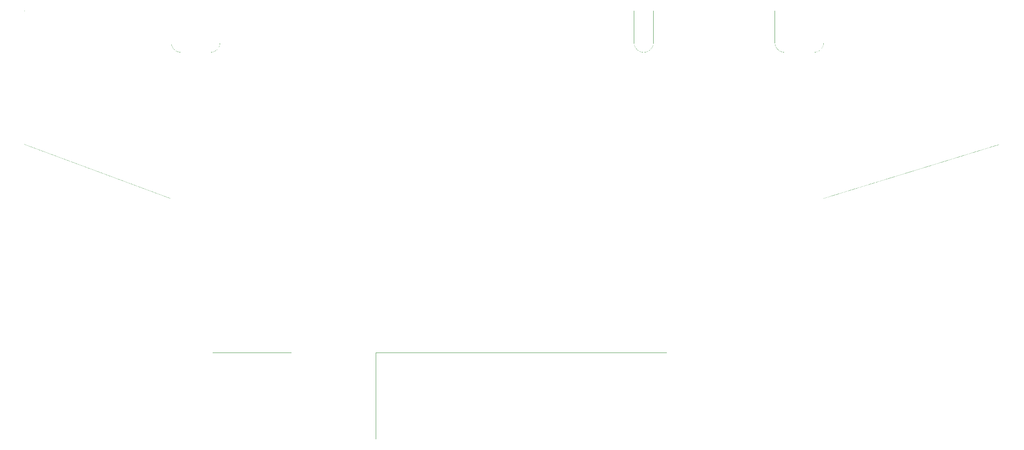
<source format=gbo>
G04 MADE WITH FRITZING*
G04 WWW.FRITZING.ORG*
G04 DOUBLE SIDED*
G04 HOLES PLATED*
G04 CONTOUR ON CENTER OF CONTOUR VECTOR*
%ASAXBY*%
%FSLAX23Y23*%
%MOIN*%
%OFA0B0*%
%SFA1.0B1.0*%
%ADD10R,0.001000X0.001000*%
%LNSILK0*%
G90*
G70*
G54D10*
X1Y3460D02*
X1187Y3460D01*
X1580Y3460D02*
X1650Y3460D01*
X1737Y3460D02*
X1807Y3460D01*
X1895Y3460D02*
X1965Y3460D01*
X2052Y3460D02*
X2122Y3460D01*
X2210Y3460D02*
X2280Y3460D01*
X2367Y3460D02*
X2437Y3460D01*
X2525Y3460D02*
X2595Y3460D01*
X2682Y3460D02*
X2752Y3460D01*
X2840Y3460D02*
X2910Y3460D01*
X2997Y3460D02*
X3067Y3460D01*
X3155Y3460D02*
X3225Y3460D01*
X3312Y3460D02*
X3382Y3460D01*
X3470Y3460D02*
X3540Y3460D01*
X3627Y3460D02*
X3697Y3460D01*
X3785Y3460D02*
X3855Y3460D01*
X3942Y3460D02*
X4012Y3460D01*
X4100Y3460D02*
X4170Y3460D01*
X4257Y3460D02*
X4327Y3460D01*
X4414Y3460D02*
X4485Y3460D01*
X4572Y3460D02*
X4642Y3460D01*
X4729Y3460D02*
X4800Y3460D01*
X4887Y3460D02*
X4922Y3460D01*
X5079Y3460D02*
X5114Y3460D01*
X5202Y3460D02*
X5272Y3460D01*
X5359Y3460D02*
X5429Y3460D01*
X5674Y3460D02*
X5744Y3460D01*
X5989Y3460D02*
X6060Y3460D01*
X6453Y3460D02*
X7874Y3460D01*
X1Y3459D02*
X2Y3459D01*
X1186Y3459D02*
X1187Y3459D01*
X1580Y3459D02*
X1581Y3459D01*
X4922Y3459D02*
X4922Y3459D01*
X5079Y3459D02*
X5080Y3459D01*
X6059Y3459D02*
X6060Y3459D01*
X6453Y3459D02*
X6454Y3459D01*
X7873Y3459D02*
X7874Y3459D01*
X1Y3458D02*
X1Y3458D01*
X1186Y3458D02*
X1187Y3458D01*
X1580Y3458D02*
X1580Y3458D01*
X4922Y3458D02*
X4922Y3458D01*
X5079Y3458D02*
X5079Y3458D01*
X6059Y3458D02*
X6060Y3458D01*
X6453Y3458D02*
X6453Y3458D01*
X7874Y3458D02*
X7874Y3458D01*
X1Y3457D02*
X1Y3457D01*
X1186Y3457D02*
X1187Y3457D01*
X1580Y3457D02*
X1580Y3457D01*
X4922Y3457D02*
X4922Y3457D01*
X5079Y3457D02*
X5079Y3457D01*
X6059Y3457D02*
X6060Y3457D01*
X6453Y3457D02*
X6453Y3457D01*
X7874Y3457D02*
X7874Y3457D01*
X1Y3456D02*
X1Y3456D01*
X1186Y3456D02*
X1187Y3456D01*
X1580Y3456D02*
X1580Y3456D01*
X4922Y3456D02*
X4922Y3456D01*
X5079Y3456D02*
X5079Y3456D01*
X6059Y3456D02*
X6060Y3456D01*
X6453Y3456D02*
X6453Y3456D01*
X7874Y3456D02*
X7874Y3456D01*
X1Y3455D02*
X1Y3455D01*
X1186Y3455D02*
X1187Y3455D01*
X1580Y3455D02*
X1580Y3455D01*
X4922Y3455D02*
X4922Y3455D01*
X5079Y3455D02*
X5079Y3455D01*
X6059Y3455D02*
X6060Y3455D01*
X6453Y3455D02*
X6453Y3455D01*
X7874Y3455D02*
X7874Y3455D01*
X1Y3454D02*
X1Y3454D01*
X1186Y3454D02*
X1187Y3454D01*
X1580Y3454D02*
X1580Y3454D01*
X4922Y3454D02*
X4922Y3454D01*
X5079Y3454D02*
X5079Y3454D01*
X6059Y3454D02*
X6060Y3454D01*
X6453Y3454D02*
X6453Y3454D01*
X7874Y3454D02*
X7874Y3454D01*
X1Y3453D02*
X1Y3453D01*
X1186Y3453D02*
X1187Y3453D01*
X1580Y3453D02*
X1580Y3453D01*
X4922Y3453D02*
X4922Y3453D01*
X5079Y3453D02*
X5079Y3453D01*
X6059Y3453D02*
X6060Y3453D01*
X6453Y3453D02*
X6453Y3453D01*
X7874Y3453D02*
X7874Y3453D01*
X1Y3452D02*
X1Y3452D01*
X1186Y3452D02*
X1187Y3452D01*
X1580Y3452D02*
X1580Y3452D01*
X4922Y3452D02*
X4922Y3452D01*
X5079Y3452D02*
X5079Y3452D01*
X6059Y3452D02*
X6060Y3452D01*
X6453Y3452D02*
X6453Y3452D01*
X7874Y3452D02*
X7874Y3452D01*
X1Y3451D02*
X1Y3451D01*
X1186Y3451D02*
X1187Y3451D01*
X1580Y3451D02*
X1580Y3451D01*
X4922Y3451D02*
X4922Y3451D01*
X5079Y3451D02*
X5079Y3451D01*
X6059Y3451D02*
X6060Y3451D01*
X6453Y3451D02*
X6453Y3451D01*
X7874Y3451D02*
X7874Y3451D01*
X1Y3450D02*
X1Y3450D01*
X1186Y3450D02*
X1187Y3450D01*
X1580Y3450D02*
X1580Y3450D01*
X4922Y3450D02*
X4922Y3450D01*
X5079Y3450D02*
X5079Y3450D01*
X6059Y3450D02*
X6060Y3450D01*
X6453Y3450D02*
X6453Y3450D01*
X7874Y3450D02*
X7874Y3450D01*
X1Y3449D02*
X1Y3449D01*
X1186Y3449D02*
X1187Y3449D01*
X1580Y3449D02*
X1580Y3449D01*
X4922Y3449D02*
X4922Y3449D01*
X5079Y3449D02*
X5079Y3449D01*
X6059Y3449D02*
X6060Y3449D01*
X6453Y3449D02*
X6453Y3449D01*
X7874Y3449D02*
X7874Y3449D01*
X1Y3448D02*
X1Y3448D01*
X1186Y3448D02*
X1187Y3448D01*
X1580Y3448D02*
X1580Y3448D01*
X4922Y3448D02*
X4922Y3448D01*
X5079Y3448D02*
X5079Y3448D01*
X6059Y3448D02*
X6060Y3448D01*
X6453Y3448D02*
X6453Y3448D01*
X7874Y3448D02*
X7874Y3448D01*
X1Y3447D02*
X1Y3447D01*
X1186Y3447D02*
X1187Y3447D01*
X1580Y3447D02*
X1580Y3447D01*
X4922Y3447D02*
X4922Y3447D01*
X5079Y3447D02*
X5079Y3447D01*
X6059Y3447D02*
X6060Y3447D01*
X6453Y3447D02*
X6453Y3447D01*
X7874Y3447D02*
X7874Y3447D01*
X1Y3446D02*
X1Y3446D01*
X1186Y3446D02*
X1187Y3446D01*
X1580Y3446D02*
X1580Y3446D01*
X4922Y3446D02*
X4922Y3446D01*
X5079Y3446D02*
X5079Y3446D01*
X6059Y3446D02*
X6060Y3446D01*
X6453Y3446D02*
X6453Y3446D01*
X7874Y3446D02*
X7874Y3446D01*
X1Y3445D02*
X1Y3445D01*
X1186Y3445D02*
X1187Y3445D01*
X1580Y3445D02*
X1580Y3445D01*
X4922Y3445D02*
X4922Y3445D01*
X5079Y3445D02*
X5079Y3445D01*
X6059Y3445D02*
X6060Y3445D01*
X6453Y3445D02*
X6453Y3445D01*
X7874Y3445D02*
X7874Y3445D01*
X1Y3444D02*
X1Y3444D01*
X1186Y3444D02*
X1187Y3444D01*
X1580Y3444D02*
X1580Y3444D01*
X4922Y3444D02*
X4922Y3444D01*
X5079Y3444D02*
X5079Y3444D01*
X6059Y3444D02*
X6060Y3444D01*
X6453Y3444D02*
X6453Y3444D01*
X7874Y3444D02*
X7874Y3444D01*
X1Y3443D02*
X1Y3443D01*
X1186Y3443D02*
X1187Y3443D01*
X1580Y3443D02*
X1580Y3443D01*
X4922Y3443D02*
X4922Y3443D01*
X5079Y3443D02*
X5079Y3443D01*
X6059Y3443D02*
X6060Y3443D01*
X6453Y3443D02*
X6453Y3443D01*
X7874Y3443D02*
X7874Y3443D01*
X1Y3442D02*
X1Y3442D01*
X1186Y3442D02*
X1187Y3442D01*
X1580Y3442D02*
X1580Y3442D01*
X4922Y3442D02*
X4922Y3442D01*
X5079Y3442D02*
X5079Y3442D01*
X6059Y3442D02*
X6060Y3442D01*
X6453Y3442D02*
X6453Y3442D01*
X7874Y3442D02*
X7874Y3442D01*
X1Y3441D02*
X1Y3441D01*
X1186Y3441D02*
X1187Y3441D01*
X1580Y3441D02*
X1580Y3441D01*
X4922Y3441D02*
X4922Y3441D01*
X5079Y3441D02*
X5079Y3441D01*
X6059Y3441D02*
X6060Y3441D01*
X6453Y3441D02*
X6453Y3441D01*
X7874Y3441D02*
X7874Y3441D01*
X1Y3440D02*
X1Y3440D01*
X1186Y3440D02*
X1187Y3440D01*
X1580Y3440D02*
X1580Y3440D01*
X4922Y3440D02*
X4922Y3440D01*
X5079Y3440D02*
X5079Y3440D01*
X6059Y3440D02*
X6060Y3440D01*
X6453Y3440D02*
X6453Y3440D01*
X7874Y3440D02*
X7874Y3440D01*
X1Y3439D02*
X1Y3439D01*
X1186Y3439D02*
X1187Y3439D01*
X1580Y3439D02*
X1580Y3439D01*
X4922Y3439D02*
X4922Y3439D01*
X5079Y3439D02*
X5079Y3439D01*
X6059Y3439D02*
X6060Y3439D01*
X6453Y3439D02*
X6453Y3439D01*
X7874Y3439D02*
X7874Y3439D01*
X1Y3438D02*
X1Y3438D01*
X1186Y3438D02*
X1187Y3438D01*
X1580Y3438D02*
X1580Y3438D01*
X4922Y3438D02*
X4922Y3438D01*
X5079Y3438D02*
X5079Y3438D01*
X6059Y3438D02*
X6060Y3438D01*
X6453Y3438D02*
X6453Y3438D01*
X7874Y3438D02*
X7874Y3438D01*
X1Y3437D02*
X1Y3437D01*
X1186Y3437D02*
X1187Y3437D01*
X1580Y3437D02*
X1580Y3437D01*
X4922Y3437D02*
X4922Y3437D01*
X5079Y3437D02*
X5079Y3437D01*
X6059Y3437D02*
X6060Y3437D01*
X6453Y3437D02*
X6453Y3437D01*
X7874Y3437D02*
X7874Y3437D01*
X1Y3436D02*
X1Y3436D01*
X1186Y3436D02*
X1187Y3436D01*
X1580Y3436D02*
X1580Y3436D01*
X4922Y3436D02*
X4922Y3436D01*
X5079Y3436D02*
X5079Y3436D01*
X6059Y3436D02*
X6060Y3436D01*
X6453Y3436D02*
X6453Y3436D01*
X7874Y3436D02*
X7874Y3436D01*
X1Y3435D02*
X1Y3435D01*
X1186Y3435D02*
X1187Y3435D01*
X1580Y3435D02*
X1580Y3435D01*
X4922Y3435D02*
X4922Y3435D01*
X5079Y3435D02*
X5079Y3435D01*
X6059Y3435D02*
X6060Y3435D01*
X6453Y3435D02*
X6453Y3435D01*
X7874Y3435D02*
X7874Y3435D01*
X1Y3434D02*
X1Y3434D01*
X1186Y3434D02*
X1187Y3434D01*
X1580Y3434D02*
X1580Y3434D01*
X4922Y3434D02*
X4922Y3434D01*
X5079Y3434D02*
X5079Y3434D01*
X6059Y3434D02*
X6060Y3434D01*
X6453Y3434D02*
X6453Y3434D01*
X7874Y3434D02*
X7874Y3434D01*
X1Y3433D02*
X1Y3433D01*
X1186Y3433D02*
X1187Y3433D01*
X1580Y3433D02*
X1580Y3433D01*
X4922Y3433D02*
X4922Y3433D01*
X5079Y3433D02*
X5079Y3433D01*
X6059Y3433D02*
X6060Y3433D01*
X6453Y3433D02*
X6453Y3433D01*
X7874Y3433D02*
X7874Y3433D01*
X1Y3432D02*
X1Y3432D01*
X1186Y3432D02*
X1187Y3432D01*
X1580Y3432D02*
X1580Y3432D01*
X4922Y3432D02*
X4922Y3432D01*
X5079Y3432D02*
X5079Y3432D01*
X6059Y3432D02*
X6060Y3432D01*
X6453Y3432D02*
X6453Y3432D01*
X7874Y3432D02*
X7874Y3432D01*
X1Y3431D02*
X1Y3431D01*
X1186Y3431D02*
X1187Y3431D01*
X1580Y3431D02*
X1580Y3431D01*
X4922Y3431D02*
X4922Y3431D01*
X5079Y3431D02*
X5079Y3431D01*
X6059Y3431D02*
X6060Y3431D01*
X6453Y3431D02*
X6453Y3431D01*
X7874Y3431D02*
X7874Y3431D01*
X1Y3430D02*
X1Y3430D01*
X1186Y3430D02*
X1187Y3430D01*
X1580Y3430D02*
X1580Y3430D01*
X4922Y3430D02*
X4922Y3430D01*
X5079Y3430D02*
X5079Y3430D01*
X6059Y3430D02*
X6060Y3430D01*
X6453Y3430D02*
X6453Y3430D01*
X7874Y3430D02*
X7874Y3430D01*
X1Y3429D02*
X1Y3429D01*
X1186Y3429D02*
X1187Y3429D01*
X1580Y3429D02*
X1580Y3429D01*
X4922Y3429D02*
X4922Y3429D01*
X5079Y3429D02*
X5079Y3429D01*
X6059Y3429D02*
X6060Y3429D01*
X6453Y3429D02*
X6453Y3429D01*
X7874Y3429D02*
X7874Y3429D01*
X1Y3428D02*
X1Y3428D01*
X1186Y3428D02*
X1187Y3428D01*
X1580Y3428D02*
X1580Y3428D01*
X4922Y3428D02*
X4922Y3428D01*
X5079Y3428D02*
X5079Y3428D01*
X6059Y3428D02*
X6060Y3428D01*
X6453Y3428D02*
X6453Y3428D01*
X7874Y3428D02*
X7874Y3428D01*
X1Y3427D02*
X1Y3427D01*
X1186Y3427D02*
X1187Y3427D01*
X1580Y3427D02*
X1580Y3427D01*
X4922Y3427D02*
X4922Y3427D01*
X5079Y3427D02*
X5079Y3427D01*
X6059Y3427D02*
X6060Y3427D01*
X6453Y3427D02*
X6453Y3427D01*
X7874Y3427D02*
X7874Y3427D01*
X1Y3426D02*
X1Y3426D01*
X1186Y3426D02*
X1187Y3426D01*
X1580Y3426D02*
X1580Y3426D01*
X4922Y3426D02*
X4922Y3426D01*
X5079Y3426D02*
X5079Y3426D01*
X6059Y3426D02*
X6060Y3426D01*
X6453Y3426D02*
X6453Y3426D01*
X7874Y3426D02*
X7874Y3426D01*
X1Y3425D02*
X1Y3425D01*
X1186Y3425D02*
X1187Y3425D01*
X1580Y3425D02*
X1580Y3425D01*
X4922Y3425D02*
X4922Y3425D01*
X5079Y3425D02*
X5079Y3425D01*
X6059Y3425D02*
X6060Y3425D01*
X6453Y3425D02*
X6453Y3425D01*
X7874Y3425D02*
X7874Y3425D01*
X1Y3424D02*
X1Y3424D01*
X1186Y3424D02*
X1187Y3424D01*
X1580Y3424D02*
X1580Y3424D01*
X4922Y3424D02*
X4922Y3424D01*
X5079Y3424D02*
X5079Y3424D01*
X6059Y3424D02*
X6060Y3424D01*
X6453Y3424D02*
X6453Y3424D01*
X7874Y3424D02*
X7874Y3424D01*
X1Y3423D02*
X1Y3423D01*
X1186Y3423D02*
X1187Y3423D01*
X1580Y3423D02*
X1580Y3423D01*
X4922Y3423D02*
X4922Y3423D01*
X5079Y3423D02*
X5079Y3423D01*
X6059Y3423D02*
X6060Y3423D01*
X6453Y3423D02*
X6453Y3423D01*
X7874Y3423D02*
X7874Y3423D01*
X1Y3422D02*
X1Y3422D01*
X1186Y3422D02*
X1187Y3422D01*
X1580Y3422D02*
X1580Y3422D01*
X4922Y3422D02*
X4922Y3422D01*
X5079Y3422D02*
X5079Y3422D01*
X6059Y3422D02*
X6060Y3422D01*
X6453Y3422D02*
X6453Y3422D01*
X7874Y3422D02*
X7874Y3422D01*
X1Y3421D02*
X1Y3421D01*
X1186Y3421D02*
X1187Y3421D01*
X1580Y3421D02*
X1580Y3421D01*
X4922Y3421D02*
X4922Y3421D01*
X5079Y3421D02*
X5079Y3421D01*
X6059Y3421D02*
X6060Y3421D01*
X6453Y3421D02*
X6453Y3421D01*
X7874Y3421D02*
X7874Y3421D01*
X1Y3420D02*
X1Y3420D01*
X1186Y3420D02*
X1187Y3420D01*
X1580Y3420D02*
X1580Y3420D01*
X4922Y3420D02*
X4922Y3420D01*
X5079Y3420D02*
X5079Y3420D01*
X6059Y3420D02*
X6060Y3420D01*
X6453Y3420D02*
X6453Y3420D01*
X7874Y3420D02*
X7874Y3420D01*
X1Y3419D02*
X1Y3419D01*
X1186Y3419D02*
X1187Y3419D01*
X1580Y3419D02*
X1580Y3419D01*
X4922Y3419D02*
X4922Y3419D01*
X5079Y3419D02*
X5079Y3419D01*
X6059Y3419D02*
X6060Y3419D01*
X6453Y3419D02*
X6453Y3419D01*
X7874Y3419D02*
X7874Y3419D01*
X1Y3418D02*
X1Y3418D01*
X1186Y3418D02*
X1187Y3418D01*
X1580Y3418D02*
X1580Y3418D01*
X4922Y3418D02*
X4922Y3418D01*
X5079Y3418D02*
X5079Y3418D01*
X6059Y3418D02*
X6060Y3418D01*
X6453Y3418D02*
X6453Y3418D01*
X7874Y3418D02*
X7874Y3418D01*
X1Y3417D02*
X1Y3417D01*
X1186Y3417D02*
X1187Y3417D01*
X1580Y3417D02*
X1580Y3417D01*
X4922Y3417D02*
X4922Y3417D01*
X5079Y3417D02*
X5079Y3417D01*
X6059Y3417D02*
X6060Y3417D01*
X6453Y3417D02*
X6453Y3417D01*
X7874Y3417D02*
X7874Y3417D01*
X1Y3416D02*
X1Y3416D01*
X1186Y3416D02*
X1187Y3416D01*
X1580Y3416D02*
X1580Y3416D01*
X4922Y3416D02*
X4922Y3416D01*
X5079Y3416D02*
X5079Y3416D01*
X6059Y3416D02*
X6060Y3416D01*
X6453Y3416D02*
X6453Y3416D01*
X7874Y3416D02*
X7874Y3416D01*
X1Y3415D02*
X1Y3415D01*
X1186Y3415D02*
X1187Y3415D01*
X1580Y3415D02*
X1580Y3415D01*
X4922Y3415D02*
X4922Y3415D01*
X5079Y3415D02*
X5079Y3415D01*
X6059Y3415D02*
X6060Y3415D01*
X6453Y3415D02*
X6453Y3415D01*
X7874Y3415D02*
X7874Y3415D01*
X1Y3414D02*
X1Y3414D01*
X1186Y3414D02*
X1187Y3414D01*
X1580Y3414D02*
X1580Y3414D01*
X4922Y3414D02*
X4922Y3414D01*
X5079Y3414D02*
X5079Y3414D01*
X6059Y3414D02*
X6060Y3414D01*
X6453Y3414D02*
X6453Y3414D01*
X7874Y3414D02*
X7874Y3414D01*
X1Y3413D02*
X1Y3413D01*
X1186Y3413D02*
X1187Y3413D01*
X1580Y3413D02*
X1580Y3413D01*
X4922Y3413D02*
X4922Y3413D01*
X5079Y3413D02*
X5079Y3413D01*
X6059Y3413D02*
X6060Y3413D01*
X6453Y3413D02*
X6453Y3413D01*
X7874Y3413D02*
X7874Y3413D01*
X1Y3412D02*
X1Y3412D01*
X1186Y3412D02*
X1187Y3412D01*
X1580Y3412D02*
X1580Y3412D01*
X4922Y3412D02*
X4922Y3412D01*
X5079Y3412D02*
X5079Y3412D01*
X6059Y3412D02*
X6060Y3412D01*
X6453Y3412D02*
X6453Y3412D01*
X7874Y3412D02*
X7874Y3412D01*
X1Y3411D02*
X1Y3411D01*
X1186Y3411D02*
X1187Y3411D01*
X1580Y3411D02*
X1580Y3411D01*
X4922Y3411D02*
X4922Y3411D01*
X5079Y3411D02*
X5079Y3411D01*
X6059Y3411D02*
X6060Y3411D01*
X6453Y3411D02*
X6453Y3411D01*
X7874Y3411D02*
X7874Y3411D01*
X1Y3410D02*
X1Y3410D01*
X1186Y3410D02*
X1187Y3410D01*
X1580Y3410D02*
X1580Y3410D01*
X4922Y3410D02*
X4922Y3410D01*
X5079Y3410D02*
X5079Y3410D01*
X6059Y3410D02*
X6060Y3410D01*
X6453Y3410D02*
X6453Y3410D01*
X7874Y3410D02*
X7874Y3410D01*
X1Y3409D02*
X1Y3409D01*
X1186Y3409D02*
X1187Y3409D01*
X1580Y3409D02*
X1580Y3409D01*
X4922Y3409D02*
X4922Y3409D01*
X5079Y3409D02*
X5079Y3409D01*
X6059Y3409D02*
X6060Y3409D01*
X6453Y3409D02*
X6453Y3409D01*
X7874Y3409D02*
X7874Y3409D01*
X1Y3408D02*
X1Y3408D01*
X1186Y3408D02*
X1187Y3408D01*
X1580Y3408D02*
X1580Y3408D01*
X4922Y3408D02*
X4922Y3408D01*
X5079Y3408D02*
X5079Y3408D01*
X6059Y3408D02*
X6060Y3408D01*
X6453Y3408D02*
X6453Y3408D01*
X7874Y3408D02*
X7874Y3408D01*
X1Y3407D02*
X1Y3407D01*
X1186Y3407D02*
X1187Y3407D01*
X1580Y3407D02*
X1580Y3407D01*
X4922Y3407D02*
X4922Y3407D01*
X5079Y3407D02*
X5079Y3407D01*
X6059Y3407D02*
X6060Y3407D01*
X6453Y3407D02*
X6453Y3407D01*
X7874Y3407D02*
X7874Y3407D01*
X1Y3406D02*
X1Y3406D01*
X1186Y3406D02*
X1187Y3406D01*
X1580Y3406D02*
X1580Y3406D01*
X4922Y3406D02*
X4922Y3406D01*
X5079Y3406D02*
X5079Y3406D01*
X6059Y3406D02*
X6060Y3406D01*
X6453Y3406D02*
X6453Y3406D01*
X7874Y3406D02*
X7874Y3406D01*
X1Y3405D02*
X1Y3405D01*
X1186Y3405D02*
X1187Y3405D01*
X1580Y3405D02*
X1580Y3405D01*
X4922Y3405D02*
X4922Y3405D01*
X5079Y3405D02*
X5079Y3405D01*
X6059Y3405D02*
X6060Y3405D01*
X6453Y3405D02*
X6453Y3405D01*
X7874Y3405D02*
X7874Y3405D01*
X1Y3404D02*
X1Y3404D01*
X1186Y3404D02*
X1187Y3404D01*
X1580Y3404D02*
X1580Y3404D01*
X4922Y3404D02*
X4922Y3404D01*
X5079Y3404D02*
X5079Y3404D01*
X6059Y3404D02*
X6060Y3404D01*
X6453Y3404D02*
X6453Y3404D01*
X7874Y3404D02*
X7874Y3404D01*
X1Y3403D02*
X1Y3403D01*
X1186Y3403D02*
X1187Y3403D01*
X1580Y3403D02*
X1580Y3403D01*
X4922Y3403D02*
X4922Y3403D01*
X5079Y3403D02*
X5079Y3403D01*
X6059Y3403D02*
X6060Y3403D01*
X6453Y3403D02*
X6453Y3403D01*
X7874Y3403D02*
X7874Y3403D01*
X1Y3402D02*
X1Y3402D01*
X1186Y3402D02*
X1187Y3402D01*
X1580Y3402D02*
X1580Y3402D01*
X4922Y3402D02*
X4922Y3402D01*
X5079Y3402D02*
X5079Y3402D01*
X6059Y3402D02*
X6060Y3402D01*
X6453Y3402D02*
X6453Y3402D01*
X7874Y3402D02*
X7874Y3402D01*
X1Y3401D02*
X1Y3401D01*
X1186Y3401D02*
X1187Y3401D01*
X1580Y3401D02*
X1580Y3401D01*
X4922Y3401D02*
X4922Y3401D01*
X5079Y3401D02*
X5079Y3401D01*
X6059Y3401D02*
X6060Y3401D01*
X6453Y3401D02*
X6453Y3401D01*
X7874Y3401D02*
X7874Y3401D01*
X1Y3400D02*
X1Y3400D01*
X1186Y3400D02*
X1187Y3400D01*
X1580Y3400D02*
X1580Y3400D01*
X4922Y3400D02*
X4922Y3400D01*
X5079Y3400D02*
X5079Y3400D01*
X6059Y3400D02*
X6060Y3400D01*
X6453Y3400D02*
X6453Y3400D01*
X7874Y3400D02*
X7874Y3400D01*
X1Y3399D02*
X1Y3399D01*
X1186Y3399D02*
X1187Y3399D01*
X1580Y3399D02*
X1580Y3399D01*
X4922Y3399D02*
X4922Y3399D01*
X5079Y3399D02*
X5079Y3399D01*
X6059Y3399D02*
X6060Y3399D01*
X6453Y3399D02*
X6453Y3399D01*
X7874Y3399D02*
X7874Y3399D01*
X1Y3398D02*
X1Y3398D01*
X1186Y3398D02*
X1187Y3398D01*
X1580Y3398D02*
X1580Y3398D01*
X4922Y3398D02*
X4922Y3398D01*
X5079Y3398D02*
X5079Y3398D01*
X6059Y3398D02*
X6060Y3398D01*
X6453Y3398D02*
X6453Y3398D01*
X7874Y3398D02*
X7874Y3398D01*
X1Y3397D02*
X1Y3397D01*
X1186Y3397D02*
X1187Y3397D01*
X1580Y3397D02*
X1580Y3397D01*
X4922Y3397D02*
X4922Y3397D01*
X5079Y3397D02*
X5079Y3397D01*
X6059Y3397D02*
X6060Y3397D01*
X6453Y3397D02*
X6453Y3397D01*
X7874Y3397D02*
X7874Y3397D01*
X1Y3396D02*
X1Y3396D01*
X1186Y3396D02*
X1187Y3396D01*
X1580Y3396D02*
X1580Y3396D01*
X4922Y3396D02*
X4922Y3396D01*
X5079Y3396D02*
X5079Y3396D01*
X6059Y3396D02*
X6060Y3396D01*
X6453Y3396D02*
X6453Y3396D01*
X7874Y3396D02*
X7874Y3396D01*
X1Y3395D02*
X1Y3395D01*
X1186Y3395D02*
X1187Y3395D01*
X1580Y3395D02*
X1580Y3395D01*
X4922Y3395D02*
X4922Y3395D01*
X5079Y3395D02*
X5079Y3395D01*
X6059Y3395D02*
X6060Y3395D01*
X6453Y3395D02*
X6453Y3395D01*
X7874Y3395D02*
X7874Y3395D01*
X1Y3394D02*
X1Y3394D01*
X1186Y3394D02*
X1187Y3394D01*
X1580Y3394D02*
X1580Y3394D01*
X4922Y3394D02*
X4922Y3394D01*
X5079Y3394D02*
X5079Y3394D01*
X6059Y3394D02*
X6060Y3394D01*
X6453Y3394D02*
X6453Y3394D01*
X7874Y3394D02*
X7874Y3394D01*
X1Y3393D02*
X1Y3393D01*
X1186Y3393D02*
X1187Y3393D01*
X1580Y3393D02*
X1580Y3393D01*
X4922Y3393D02*
X4922Y3393D01*
X5079Y3393D02*
X5079Y3393D01*
X6059Y3393D02*
X6060Y3393D01*
X6453Y3393D02*
X6453Y3393D01*
X7874Y3393D02*
X7874Y3393D01*
X1Y3392D02*
X1Y3392D01*
X1186Y3392D02*
X1187Y3392D01*
X1580Y3392D02*
X1580Y3392D01*
X4922Y3392D02*
X4922Y3392D01*
X5079Y3392D02*
X5079Y3392D01*
X6059Y3392D02*
X6060Y3392D01*
X6453Y3392D02*
X6453Y3392D01*
X7874Y3392D02*
X7874Y3392D01*
X1Y3391D02*
X1Y3391D01*
X1186Y3391D02*
X1187Y3391D01*
X1580Y3391D02*
X1580Y3391D01*
X4922Y3391D02*
X4922Y3391D01*
X5079Y3391D02*
X5079Y3391D01*
X6059Y3391D02*
X6060Y3391D01*
X6453Y3391D02*
X6453Y3391D01*
X7874Y3391D02*
X7874Y3391D01*
X1Y3390D02*
X1Y3390D01*
X1186Y3390D02*
X1187Y3390D01*
X1580Y3390D02*
X1580Y3390D01*
X4922Y3390D02*
X4922Y3390D01*
X5079Y3390D02*
X5079Y3390D01*
X6059Y3390D02*
X6060Y3390D01*
X6453Y3390D02*
X6453Y3390D01*
X7874Y3390D02*
X7874Y3390D01*
X1Y3389D02*
X1Y3389D01*
X1186Y3389D02*
X1187Y3389D01*
X1580Y3389D02*
X1580Y3389D01*
X4922Y3389D02*
X4922Y3389D01*
X5079Y3389D02*
X5079Y3389D01*
X6059Y3389D02*
X6060Y3389D01*
X6453Y3389D02*
X6453Y3389D01*
X7874Y3389D02*
X7874Y3389D01*
X1Y3388D02*
X1Y3388D01*
X1186Y3388D02*
X1187Y3388D01*
X1580Y3388D02*
X1580Y3388D01*
X4922Y3388D02*
X4922Y3388D01*
X5079Y3388D02*
X5079Y3388D01*
X6059Y3388D02*
X6060Y3388D01*
X6453Y3388D02*
X6453Y3388D01*
X7874Y3388D02*
X7874Y3388D01*
X1Y3387D02*
X1Y3387D01*
X1186Y3387D02*
X1187Y3387D01*
X1580Y3387D02*
X1580Y3387D01*
X4922Y3387D02*
X4922Y3387D01*
X5079Y3387D02*
X5079Y3387D01*
X6059Y3387D02*
X6060Y3387D01*
X6453Y3387D02*
X6453Y3387D01*
X7874Y3387D02*
X7874Y3387D01*
X1Y3386D02*
X1Y3386D01*
X1186Y3386D02*
X1187Y3386D01*
X1580Y3386D02*
X1580Y3386D01*
X4922Y3386D02*
X4922Y3386D01*
X5079Y3386D02*
X5079Y3386D01*
X6059Y3386D02*
X6060Y3386D01*
X6453Y3386D02*
X6453Y3386D01*
X7874Y3386D02*
X7874Y3386D01*
X1Y3385D02*
X1Y3385D01*
X1186Y3385D02*
X1187Y3385D01*
X1580Y3385D02*
X1580Y3385D01*
X4922Y3385D02*
X4922Y3385D01*
X5079Y3385D02*
X5079Y3385D01*
X6059Y3385D02*
X6060Y3385D01*
X6453Y3385D02*
X6453Y3385D01*
X7874Y3385D02*
X7874Y3385D01*
X1Y3384D02*
X1Y3384D01*
X1186Y3384D02*
X1187Y3384D01*
X1580Y3384D02*
X1580Y3384D01*
X4922Y3384D02*
X4922Y3384D01*
X5079Y3384D02*
X5079Y3384D01*
X6059Y3384D02*
X6060Y3384D01*
X6453Y3384D02*
X6453Y3384D01*
X7874Y3384D02*
X7874Y3384D01*
X1Y3383D02*
X1Y3383D01*
X1186Y3383D02*
X1187Y3383D01*
X1580Y3383D02*
X1580Y3383D01*
X4922Y3383D02*
X4922Y3383D01*
X5079Y3383D02*
X5079Y3383D01*
X6059Y3383D02*
X6060Y3383D01*
X6453Y3383D02*
X6453Y3383D01*
X7874Y3383D02*
X7874Y3383D01*
X1Y3382D02*
X1Y3382D01*
X1186Y3382D02*
X1187Y3382D01*
X1580Y3382D02*
X1580Y3382D01*
X4922Y3382D02*
X4922Y3382D01*
X5079Y3382D02*
X5079Y3382D01*
X6059Y3382D02*
X6060Y3382D01*
X6453Y3382D02*
X6453Y3382D01*
X7874Y3382D02*
X7874Y3382D01*
X1Y3381D02*
X1Y3381D01*
X1186Y3381D02*
X1187Y3381D01*
X1580Y3381D02*
X1580Y3381D01*
X4922Y3381D02*
X4922Y3381D01*
X5079Y3381D02*
X5079Y3381D01*
X6059Y3381D02*
X6060Y3381D01*
X6453Y3381D02*
X6453Y3381D01*
X7874Y3381D02*
X7874Y3381D01*
X1Y3380D02*
X1Y3380D01*
X1186Y3380D02*
X1187Y3380D01*
X1580Y3380D02*
X1580Y3380D01*
X4922Y3380D02*
X4922Y3380D01*
X5079Y3380D02*
X5079Y3380D01*
X6059Y3380D02*
X6060Y3380D01*
X6453Y3380D02*
X6453Y3380D01*
X7874Y3380D02*
X7874Y3380D01*
X1Y3379D02*
X1Y3379D01*
X1186Y3379D02*
X1187Y3379D01*
X1580Y3379D02*
X1580Y3379D01*
X4922Y3379D02*
X4922Y3379D01*
X5079Y3379D02*
X5079Y3379D01*
X6059Y3379D02*
X6060Y3379D01*
X6453Y3379D02*
X6453Y3379D01*
X7874Y3379D02*
X7874Y3379D01*
X1Y3378D02*
X1Y3378D01*
X1186Y3378D02*
X1187Y3378D01*
X1580Y3378D02*
X1580Y3378D01*
X4922Y3378D02*
X4922Y3378D01*
X5079Y3378D02*
X5079Y3378D01*
X6059Y3378D02*
X6060Y3378D01*
X6453Y3378D02*
X6453Y3378D01*
X7874Y3378D02*
X7874Y3378D01*
X1Y3377D02*
X1Y3377D01*
X1186Y3377D02*
X1187Y3377D01*
X1580Y3377D02*
X1580Y3377D01*
X4922Y3377D02*
X4922Y3377D01*
X5079Y3377D02*
X5079Y3377D01*
X6059Y3377D02*
X6060Y3377D01*
X6453Y3377D02*
X6453Y3377D01*
X7874Y3377D02*
X7874Y3377D01*
X1Y3376D02*
X1Y3376D01*
X1186Y3376D02*
X1187Y3376D01*
X1580Y3376D02*
X1580Y3376D01*
X4922Y3376D02*
X4922Y3376D01*
X5079Y3376D02*
X5079Y3376D01*
X6059Y3376D02*
X6060Y3376D01*
X6453Y3376D02*
X6453Y3376D01*
X7874Y3376D02*
X7874Y3376D01*
X1Y3375D02*
X1Y3375D01*
X1186Y3375D02*
X1187Y3375D01*
X1580Y3375D02*
X1580Y3375D01*
X4922Y3375D02*
X4922Y3375D01*
X5079Y3375D02*
X5079Y3375D01*
X6059Y3375D02*
X6060Y3375D01*
X6453Y3375D02*
X6453Y3375D01*
X7874Y3375D02*
X7874Y3375D01*
X1Y3374D02*
X1Y3374D01*
X1186Y3374D02*
X1187Y3374D01*
X1580Y3374D02*
X1580Y3374D01*
X4922Y3374D02*
X4922Y3374D01*
X5079Y3374D02*
X5079Y3374D01*
X6059Y3374D02*
X6060Y3374D01*
X6453Y3374D02*
X6453Y3374D01*
X7874Y3374D02*
X7874Y3374D01*
X1Y3373D02*
X1Y3373D01*
X1186Y3373D02*
X1187Y3373D01*
X1580Y3373D02*
X1580Y3373D01*
X4922Y3373D02*
X4922Y3373D01*
X5079Y3373D02*
X5079Y3373D01*
X6059Y3373D02*
X6060Y3373D01*
X6453Y3373D02*
X6453Y3373D01*
X7874Y3373D02*
X7874Y3373D01*
X1Y3372D02*
X1Y3372D01*
X1186Y3372D02*
X1187Y3372D01*
X1580Y3372D02*
X1580Y3372D01*
X4922Y3372D02*
X4922Y3372D01*
X5079Y3372D02*
X5079Y3372D01*
X6059Y3372D02*
X6060Y3372D01*
X6453Y3372D02*
X6453Y3372D01*
X7874Y3372D02*
X7874Y3372D01*
X1Y3371D02*
X1Y3371D01*
X1186Y3371D02*
X1187Y3371D01*
X1580Y3371D02*
X1580Y3371D01*
X4922Y3371D02*
X4922Y3371D01*
X5079Y3371D02*
X5079Y3371D01*
X6059Y3371D02*
X6060Y3371D01*
X6453Y3371D02*
X6453Y3371D01*
X7874Y3371D02*
X7874Y3371D01*
X1Y3370D02*
X1Y3370D01*
X1186Y3370D02*
X1187Y3370D01*
X1580Y3370D02*
X1580Y3370D01*
X4922Y3370D02*
X4922Y3370D01*
X5079Y3370D02*
X5079Y3370D01*
X6059Y3370D02*
X6060Y3370D01*
X6453Y3370D02*
X6453Y3370D01*
X7874Y3370D02*
X7874Y3370D01*
X1Y3369D02*
X1Y3369D01*
X1186Y3369D02*
X1187Y3369D01*
X1580Y3369D02*
X1580Y3369D01*
X4922Y3369D02*
X4922Y3369D01*
X5079Y3369D02*
X5079Y3369D01*
X6059Y3369D02*
X6060Y3369D01*
X6453Y3369D02*
X6453Y3369D01*
X7874Y3369D02*
X7874Y3369D01*
X1Y3368D02*
X1Y3368D01*
X1186Y3368D02*
X1187Y3368D01*
X1580Y3368D02*
X1580Y3368D01*
X4922Y3368D02*
X4922Y3368D01*
X5079Y3368D02*
X5079Y3368D01*
X6059Y3368D02*
X6060Y3368D01*
X6453Y3368D02*
X6453Y3368D01*
X7874Y3368D02*
X7874Y3368D01*
X1Y3367D02*
X1Y3367D01*
X1186Y3367D02*
X1187Y3367D01*
X1580Y3367D02*
X1580Y3367D01*
X4922Y3367D02*
X4922Y3367D01*
X5079Y3367D02*
X5079Y3367D01*
X6059Y3367D02*
X6060Y3367D01*
X6453Y3367D02*
X6453Y3367D01*
X7874Y3367D02*
X7874Y3367D01*
X1Y3366D02*
X1Y3366D01*
X1186Y3366D02*
X1187Y3366D01*
X1580Y3366D02*
X1580Y3366D01*
X4922Y3366D02*
X4922Y3366D01*
X5079Y3366D02*
X5079Y3366D01*
X6059Y3366D02*
X6060Y3366D01*
X6453Y3366D02*
X6453Y3366D01*
X7874Y3366D02*
X7874Y3366D01*
X1Y3365D02*
X1Y3365D01*
X1186Y3365D02*
X1187Y3365D01*
X1580Y3365D02*
X1580Y3365D01*
X4922Y3365D02*
X4922Y3365D01*
X5079Y3365D02*
X5079Y3365D01*
X6059Y3365D02*
X6060Y3365D01*
X6453Y3365D02*
X6453Y3365D01*
X7874Y3365D02*
X7874Y3365D01*
X1Y3364D02*
X1Y3364D01*
X1186Y3364D02*
X1187Y3364D01*
X1580Y3364D02*
X1580Y3364D01*
X4922Y3364D02*
X4922Y3364D01*
X5079Y3364D02*
X5079Y3364D01*
X6059Y3364D02*
X6060Y3364D01*
X6453Y3364D02*
X6453Y3364D01*
X7874Y3364D02*
X7874Y3364D01*
X1Y3363D02*
X1Y3363D01*
X1186Y3363D02*
X1187Y3363D01*
X1580Y3363D02*
X1580Y3363D01*
X4922Y3363D02*
X4922Y3363D01*
X5079Y3363D02*
X5079Y3363D01*
X6059Y3363D02*
X6060Y3363D01*
X6453Y3363D02*
X6453Y3363D01*
X7874Y3363D02*
X7874Y3363D01*
X1Y3362D02*
X1Y3362D01*
X1186Y3362D02*
X1187Y3362D01*
X1580Y3362D02*
X1580Y3362D01*
X4922Y3362D02*
X4922Y3362D01*
X5079Y3362D02*
X5079Y3362D01*
X6059Y3362D02*
X6060Y3362D01*
X6453Y3362D02*
X6453Y3362D01*
X7874Y3362D02*
X7874Y3362D01*
X1Y3361D02*
X1Y3361D01*
X1186Y3361D02*
X1187Y3361D01*
X1580Y3361D02*
X1580Y3361D01*
X4922Y3361D02*
X4922Y3361D01*
X5079Y3361D02*
X5079Y3361D01*
X6059Y3361D02*
X6060Y3361D01*
X6453Y3361D02*
X6453Y3361D01*
X7874Y3361D02*
X7874Y3361D01*
X1Y3360D02*
X1Y3360D01*
X1186Y3360D02*
X1187Y3360D01*
X1580Y3360D02*
X1580Y3360D01*
X4922Y3360D02*
X4922Y3360D01*
X5079Y3360D02*
X5079Y3360D01*
X6059Y3360D02*
X6060Y3360D01*
X6453Y3360D02*
X6453Y3360D01*
X7874Y3360D02*
X7874Y3360D01*
X1Y3359D02*
X1Y3359D01*
X1186Y3359D02*
X1187Y3359D01*
X1580Y3359D02*
X1580Y3359D01*
X4922Y3359D02*
X4922Y3359D01*
X5079Y3359D02*
X5079Y3359D01*
X6059Y3359D02*
X6060Y3359D01*
X6453Y3359D02*
X6453Y3359D01*
X7874Y3359D02*
X7874Y3359D01*
X1Y3358D02*
X1Y3358D01*
X1186Y3358D02*
X1187Y3358D01*
X1580Y3358D02*
X1580Y3358D01*
X4922Y3358D02*
X4922Y3358D01*
X5079Y3358D02*
X5079Y3358D01*
X6059Y3358D02*
X6060Y3358D01*
X6453Y3358D02*
X6453Y3358D01*
X7874Y3358D02*
X7874Y3358D01*
X1Y3357D02*
X1Y3357D01*
X1186Y3357D02*
X1187Y3357D01*
X1580Y3357D02*
X1580Y3357D01*
X4922Y3357D02*
X4922Y3357D01*
X5079Y3357D02*
X5079Y3357D01*
X6059Y3357D02*
X6060Y3357D01*
X6453Y3357D02*
X6453Y3357D01*
X7874Y3357D02*
X7874Y3357D01*
X1Y3356D02*
X1Y3356D01*
X1186Y3356D02*
X1187Y3356D01*
X1580Y3356D02*
X1580Y3356D01*
X4922Y3356D02*
X4922Y3356D01*
X5079Y3356D02*
X5079Y3356D01*
X6059Y3356D02*
X6060Y3356D01*
X6453Y3356D02*
X6453Y3356D01*
X7874Y3356D02*
X7874Y3356D01*
X1Y3355D02*
X1Y3355D01*
X1186Y3355D02*
X1187Y3355D01*
X1580Y3355D02*
X1580Y3355D01*
X4922Y3355D02*
X4922Y3355D01*
X5079Y3355D02*
X5079Y3355D01*
X6059Y3355D02*
X6060Y3355D01*
X6453Y3355D02*
X6453Y3355D01*
X7874Y3355D02*
X7874Y3355D01*
X1Y3354D02*
X1Y3354D01*
X1186Y3354D02*
X1187Y3354D01*
X1580Y3354D02*
X1580Y3354D01*
X4922Y3354D02*
X4922Y3354D01*
X5079Y3354D02*
X5079Y3354D01*
X6059Y3354D02*
X6060Y3354D01*
X6453Y3354D02*
X6453Y3354D01*
X7874Y3354D02*
X7874Y3354D01*
X1Y3353D02*
X1Y3353D01*
X1186Y3353D02*
X1187Y3353D01*
X1580Y3353D02*
X1580Y3353D01*
X4922Y3353D02*
X4922Y3353D01*
X5079Y3353D02*
X5079Y3353D01*
X6059Y3353D02*
X6060Y3353D01*
X6453Y3353D02*
X6453Y3353D01*
X7874Y3353D02*
X7874Y3353D01*
X1Y3352D02*
X1Y3352D01*
X1186Y3352D02*
X1187Y3352D01*
X1580Y3352D02*
X1580Y3352D01*
X4922Y3352D02*
X4922Y3352D01*
X5079Y3352D02*
X5079Y3352D01*
X6059Y3352D02*
X6060Y3352D01*
X6453Y3352D02*
X6453Y3352D01*
X7874Y3352D02*
X7874Y3352D01*
X1Y3351D02*
X1Y3351D01*
X1186Y3351D02*
X1187Y3351D01*
X1580Y3351D02*
X1580Y3351D01*
X4922Y3351D02*
X4922Y3351D01*
X5079Y3351D02*
X5079Y3351D01*
X6059Y3351D02*
X6060Y3351D01*
X6453Y3351D02*
X6453Y3351D01*
X7874Y3351D02*
X7874Y3351D01*
X1Y3350D02*
X1Y3350D01*
X1186Y3350D02*
X1187Y3350D01*
X1580Y3350D02*
X1580Y3350D01*
X4922Y3350D02*
X4922Y3350D01*
X5079Y3350D02*
X5079Y3350D01*
X6059Y3350D02*
X6060Y3350D01*
X6453Y3350D02*
X6453Y3350D01*
X7874Y3350D02*
X7874Y3350D01*
X1Y3349D02*
X1Y3349D01*
X1186Y3349D02*
X1187Y3349D01*
X1580Y3349D02*
X1580Y3349D01*
X4922Y3349D02*
X4922Y3349D01*
X5079Y3349D02*
X5079Y3349D01*
X6059Y3349D02*
X6060Y3349D01*
X6453Y3349D02*
X6453Y3349D01*
X7874Y3349D02*
X7874Y3349D01*
X1Y3348D02*
X1Y3348D01*
X1186Y3348D02*
X1187Y3348D01*
X1580Y3348D02*
X1580Y3348D01*
X4922Y3348D02*
X4922Y3348D01*
X5079Y3348D02*
X5079Y3348D01*
X6059Y3348D02*
X6060Y3348D01*
X6453Y3348D02*
X6453Y3348D01*
X7874Y3348D02*
X7874Y3348D01*
X1Y3347D02*
X1Y3347D01*
X1186Y3347D02*
X1187Y3347D01*
X1580Y3347D02*
X1580Y3347D01*
X4922Y3347D02*
X4922Y3347D01*
X5079Y3347D02*
X5079Y3347D01*
X6059Y3347D02*
X6060Y3347D01*
X6453Y3347D02*
X6453Y3347D01*
X7874Y3347D02*
X7874Y3347D01*
X1Y3346D02*
X1Y3346D01*
X1186Y3346D02*
X1187Y3346D01*
X1580Y3346D02*
X1580Y3346D01*
X4922Y3346D02*
X4922Y3346D01*
X5079Y3346D02*
X5079Y3346D01*
X6059Y3346D02*
X6060Y3346D01*
X6453Y3346D02*
X6453Y3346D01*
X7874Y3346D02*
X7874Y3346D01*
X1Y3345D02*
X1Y3345D01*
X1186Y3345D02*
X1187Y3345D01*
X1580Y3345D02*
X1580Y3345D01*
X4922Y3345D02*
X4922Y3345D01*
X5079Y3345D02*
X5079Y3345D01*
X6059Y3345D02*
X6060Y3345D01*
X6453Y3345D02*
X6453Y3345D01*
X7874Y3345D02*
X7874Y3345D01*
X1Y3344D02*
X1Y3344D01*
X1186Y3344D02*
X1187Y3344D01*
X1580Y3344D02*
X1580Y3344D01*
X4922Y3344D02*
X4922Y3344D01*
X5079Y3344D02*
X5079Y3344D01*
X6059Y3344D02*
X6060Y3344D01*
X6453Y3344D02*
X6453Y3344D01*
X7874Y3344D02*
X7874Y3344D01*
X1Y3343D02*
X1Y3343D01*
X1186Y3343D02*
X1187Y3343D01*
X1580Y3343D02*
X1580Y3343D01*
X4922Y3343D02*
X4922Y3343D01*
X5079Y3343D02*
X5079Y3343D01*
X6059Y3343D02*
X6060Y3343D01*
X6453Y3343D02*
X6453Y3343D01*
X7874Y3343D02*
X7874Y3343D01*
X1Y3342D02*
X1Y3342D01*
X1186Y3342D02*
X1187Y3342D01*
X1580Y3342D02*
X1580Y3342D01*
X4922Y3342D02*
X4922Y3342D01*
X5079Y3342D02*
X5079Y3342D01*
X6059Y3342D02*
X6060Y3342D01*
X6453Y3342D02*
X6453Y3342D01*
X7874Y3342D02*
X7874Y3342D01*
X1Y3341D02*
X1Y3341D01*
X1186Y3341D02*
X1187Y3341D01*
X1580Y3341D02*
X1580Y3341D01*
X4922Y3341D02*
X4922Y3341D01*
X5079Y3341D02*
X5079Y3341D01*
X6059Y3341D02*
X6060Y3341D01*
X6453Y3341D02*
X6453Y3341D01*
X7874Y3341D02*
X7874Y3341D01*
X1Y3340D02*
X1Y3340D01*
X1186Y3340D02*
X1187Y3340D01*
X1580Y3340D02*
X1580Y3340D01*
X4922Y3340D02*
X4922Y3340D01*
X5079Y3340D02*
X5079Y3340D01*
X6059Y3340D02*
X6060Y3340D01*
X6453Y3340D02*
X6453Y3340D01*
X7874Y3340D02*
X7874Y3340D01*
X1Y3339D02*
X1Y3339D01*
X1186Y3339D02*
X1187Y3339D01*
X1580Y3339D02*
X1580Y3339D01*
X4922Y3339D02*
X4922Y3339D01*
X5079Y3339D02*
X5079Y3339D01*
X6059Y3339D02*
X6060Y3339D01*
X6453Y3339D02*
X6453Y3339D01*
X7874Y3339D02*
X7874Y3339D01*
X1Y3338D02*
X1Y3338D01*
X1186Y3338D02*
X1187Y3338D01*
X1580Y3338D02*
X1580Y3338D01*
X4922Y3338D02*
X4922Y3338D01*
X5079Y3338D02*
X5079Y3338D01*
X6059Y3338D02*
X6060Y3338D01*
X6453Y3338D02*
X6453Y3338D01*
X7874Y3338D02*
X7874Y3338D01*
X1Y3337D02*
X1Y3337D01*
X1186Y3337D02*
X1187Y3337D01*
X1580Y3337D02*
X1580Y3337D01*
X4922Y3337D02*
X4922Y3337D01*
X5079Y3337D02*
X5079Y3337D01*
X6059Y3337D02*
X6060Y3337D01*
X6453Y3337D02*
X6453Y3337D01*
X7874Y3337D02*
X7874Y3337D01*
X1Y3336D02*
X1Y3336D01*
X1186Y3336D02*
X1187Y3336D01*
X1580Y3336D02*
X1580Y3336D01*
X4922Y3336D02*
X4922Y3336D01*
X5079Y3336D02*
X5079Y3336D01*
X6059Y3336D02*
X6060Y3336D01*
X6453Y3336D02*
X6453Y3336D01*
X7874Y3336D02*
X7874Y3336D01*
X1Y3335D02*
X1Y3335D01*
X1186Y3335D02*
X1187Y3335D01*
X1580Y3335D02*
X1580Y3335D01*
X4922Y3335D02*
X4922Y3335D01*
X5079Y3335D02*
X5079Y3335D01*
X6059Y3335D02*
X6060Y3335D01*
X6453Y3335D02*
X6453Y3335D01*
X7874Y3335D02*
X7874Y3335D01*
X1Y3334D02*
X1Y3334D01*
X1186Y3334D02*
X1187Y3334D01*
X1580Y3334D02*
X1580Y3334D01*
X4922Y3334D02*
X4922Y3334D01*
X5079Y3334D02*
X5079Y3334D01*
X6059Y3334D02*
X6060Y3334D01*
X6453Y3334D02*
X6453Y3334D01*
X7874Y3334D02*
X7874Y3334D01*
X1Y3333D02*
X1Y3333D01*
X1186Y3333D02*
X1187Y3333D01*
X1580Y3333D02*
X1580Y3333D01*
X4922Y3333D02*
X4922Y3333D01*
X5079Y3333D02*
X5079Y3333D01*
X6059Y3333D02*
X6060Y3333D01*
X6453Y3333D02*
X6453Y3333D01*
X7874Y3333D02*
X7874Y3333D01*
X1Y3332D02*
X1Y3332D01*
X1186Y3332D02*
X1187Y3332D01*
X1580Y3332D02*
X1580Y3332D01*
X4922Y3332D02*
X4922Y3332D01*
X5079Y3332D02*
X5079Y3332D01*
X6059Y3332D02*
X6060Y3332D01*
X6453Y3332D02*
X6453Y3332D01*
X7874Y3332D02*
X7874Y3332D01*
X1Y3331D02*
X1Y3331D01*
X1186Y3331D02*
X1187Y3331D01*
X1580Y3331D02*
X1580Y3331D01*
X4922Y3331D02*
X4922Y3331D01*
X5079Y3331D02*
X5079Y3331D01*
X6059Y3331D02*
X6060Y3331D01*
X6453Y3331D02*
X6453Y3331D01*
X7874Y3331D02*
X7874Y3331D01*
X1Y3330D02*
X1Y3330D01*
X1186Y3330D02*
X1187Y3330D01*
X1580Y3330D02*
X1580Y3330D01*
X4922Y3330D02*
X4922Y3330D01*
X5079Y3330D02*
X5079Y3330D01*
X6059Y3330D02*
X6060Y3330D01*
X6453Y3330D02*
X6453Y3330D01*
X7874Y3330D02*
X7874Y3330D01*
X1Y3329D02*
X1Y3329D01*
X1186Y3329D02*
X1187Y3329D01*
X1580Y3329D02*
X1580Y3329D01*
X4922Y3329D02*
X4922Y3329D01*
X5079Y3329D02*
X5079Y3329D01*
X6059Y3329D02*
X6060Y3329D01*
X6453Y3329D02*
X6453Y3329D01*
X7874Y3329D02*
X7874Y3329D01*
X1Y3328D02*
X1Y3328D01*
X1186Y3328D02*
X1187Y3328D01*
X1580Y3328D02*
X1580Y3328D01*
X4922Y3328D02*
X4922Y3328D01*
X5079Y3328D02*
X5079Y3328D01*
X6059Y3328D02*
X6060Y3328D01*
X6453Y3328D02*
X6453Y3328D01*
X7874Y3328D02*
X7874Y3328D01*
X1Y3327D02*
X1Y3327D01*
X1186Y3327D02*
X1187Y3327D01*
X1580Y3327D02*
X1580Y3327D01*
X4922Y3327D02*
X4922Y3327D01*
X5079Y3327D02*
X5079Y3327D01*
X6059Y3327D02*
X6060Y3327D01*
X6453Y3327D02*
X6453Y3327D01*
X7874Y3327D02*
X7874Y3327D01*
X1Y3326D02*
X1Y3326D01*
X1186Y3326D02*
X1187Y3326D01*
X1580Y3326D02*
X1580Y3326D01*
X4922Y3326D02*
X4922Y3326D01*
X5079Y3326D02*
X5079Y3326D01*
X6059Y3326D02*
X6060Y3326D01*
X6453Y3326D02*
X6453Y3326D01*
X7874Y3326D02*
X7874Y3326D01*
X1Y3325D02*
X1Y3325D01*
X1186Y3325D02*
X1187Y3325D01*
X1580Y3325D02*
X1580Y3325D01*
X4922Y3325D02*
X4922Y3325D01*
X5079Y3325D02*
X5079Y3325D01*
X6059Y3325D02*
X6060Y3325D01*
X6453Y3325D02*
X6453Y3325D01*
X7874Y3325D02*
X7874Y3325D01*
X1Y3324D02*
X1Y3324D01*
X1186Y3324D02*
X1187Y3324D01*
X1580Y3324D02*
X1580Y3324D01*
X4922Y3324D02*
X4922Y3324D01*
X5079Y3324D02*
X5079Y3324D01*
X6059Y3324D02*
X6060Y3324D01*
X6453Y3324D02*
X6453Y3324D01*
X7874Y3324D02*
X7874Y3324D01*
X1Y3323D02*
X1Y3323D01*
X1186Y3323D02*
X1187Y3323D01*
X1580Y3323D02*
X1580Y3323D01*
X4922Y3323D02*
X4922Y3323D01*
X5079Y3323D02*
X5079Y3323D01*
X6059Y3323D02*
X6060Y3323D01*
X6453Y3323D02*
X6453Y3323D01*
X7874Y3323D02*
X7874Y3323D01*
X1Y3322D02*
X1Y3322D01*
X1186Y3322D02*
X1187Y3322D01*
X1580Y3322D02*
X1580Y3322D01*
X4922Y3322D02*
X4922Y3322D01*
X5079Y3322D02*
X5079Y3322D01*
X6059Y3322D02*
X6060Y3322D01*
X6453Y3322D02*
X6453Y3322D01*
X7874Y3322D02*
X7874Y3322D01*
X1Y3321D02*
X1Y3321D01*
X1186Y3321D02*
X1187Y3321D01*
X1580Y3321D02*
X1580Y3321D01*
X4922Y3321D02*
X4922Y3321D01*
X5079Y3321D02*
X5079Y3321D01*
X6059Y3321D02*
X6060Y3321D01*
X6453Y3321D02*
X6453Y3321D01*
X7874Y3321D02*
X7874Y3321D01*
X1Y3320D02*
X1Y3320D01*
X1186Y3320D02*
X1187Y3320D01*
X1580Y3320D02*
X1580Y3320D01*
X4922Y3320D02*
X4922Y3320D01*
X5079Y3320D02*
X5079Y3320D01*
X6059Y3320D02*
X6060Y3320D01*
X6453Y3320D02*
X6453Y3320D01*
X7874Y3320D02*
X7874Y3320D01*
X1Y3319D02*
X1Y3319D01*
X1186Y3319D02*
X1187Y3319D01*
X1580Y3319D02*
X1580Y3319D01*
X4922Y3319D02*
X4922Y3319D01*
X5079Y3319D02*
X5079Y3319D01*
X6059Y3319D02*
X6060Y3319D01*
X6453Y3319D02*
X6453Y3319D01*
X7874Y3319D02*
X7874Y3319D01*
X1Y3318D02*
X1Y3318D01*
X1186Y3318D02*
X1187Y3318D01*
X1580Y3318D02*
X1580Y3318D01*
X4922Y3318D02*
X4922Y3318D01*
X5079Y3318D02*
X5079Y3318D01*
X6059Y3318D02*
X6060Y3318D01*
X6453Y3318D02*
X6453Y3318D01*
X7874Y3318D02*
X7874Y3318D01*
X1Y3317D02*
X1Y3317D01*
X1186Y3317D02*
X1187Y3317D01*
X1580Y3317D02*
X1580Y3317D01*
X4922Y3317D02*
X4922Y3317D01*
X5079Y3317D02*
X5079Y3317D01*
X6059Y3317D02*
X6060Y3317D01*
X6453Y3317D02*
X6453Y3317D01*
X7874Y3317D02*
X7874Y3317D01*
X1Y3316D02*
X1Y3316D01*
X1186Y3316D02*
X1187Y3316D01*
X1580Y3316D02*
X1580Y3316D01*
X4922Y3316D02*
X4922Y3316D01*
X5079Y3316D02*
X5079Y3316D01*
X6059Y3316D02*
X6060Y3316D01*
X6453Y3316D02*
X6453Y3316D01*
X7874Y3316D02*
X7874Y3316D01*
X1Y3315D02*
X1Y3315D01*
X1186Y3315D02*
X1187Y3315D01*
X1580Y3315D02*
X1580Y3315D01*
X4922Y3315D02*
X4922Y3315D01*
X5079Y3315D02*
X5079Y3315D01*
X6059Y3315D02*
X6060Y3315D01*
X6453Y3315D02*
X6453Y3315D01*
X7874Y3315D02*
X7874Y3315D01*
X1Y3314D02*
X1Y3314D01*
X1186Y3314D02*
X1187Y3314D01*
X1580Y3314D02*
X1580Y3314D01*
X4922Y3314D02*
X4922Y3314D01*
X5079Y3314D02*
X5079Y3314D01*
X6059Y3314D02*
X6060Y3314D01*
X6453Y3314D02*
X6453Y3314D01*
X7874Y3314D02*
X7874Y3314D01*
X1Y3313D02*
X1Y3313D01*
X1186Y3313D02*
X1187Y3313D01*
X1580Y3313D02*
X1580Y3313D01*
X4922Y3313D02*
X4922Y3313D01*
X5079Y3313D02*
X5079Y3313D01*
X6059Y3313D02*
X6060Y3313D01*
X6453Y3313D02*
X6453Y3313D01*
X7874Y3313D02*
X7874Y3313D01*
X1Y3312D02*
X1Y3312D01*
X1186Y3312D02*
X1187Y3312D01*
X1580Y3312D02*
X1580Y3312D01*
X4922Y3312D02*
X4922Y3312D01*
X5079Y3312D02*
X5079Y3312D01*
X6059Y3312D02*
X6060Y3312D01*
X6453Y3312D02*
X6453Y3312D01*
X7874Y3312D02*
X7874Y3312D01*
X1Y3311D02*
X1Y3311D01*
X1186Y3311D02*
X1187Y3311D01*
X1580Y3311D02*
X1580Y3311D01*
X4922Y3311D02*
X4922Y3311D01*
X5079Y3311D02*
X5079Y3311D01*
X6059Y3311D02*
X6060Y3311D01*
X6453Y3311D02*
X6453Y3311D01*
X7874Y3311D02*
X7874Y3311D01*
X1Y3310D02*
X1Y3310D01*
X1186Y3310D02*
X1187Y3310D01*
X1580Y3310D02*
X1580Y3310D01*
X4922Y3310D02*
X4922Y3310D01*
X5079Y3310D02*
X5079Y3310D01*
X6059Y3310D02*
X6060Y3310D01*
X6453Y3310D02*
X6453Y3310D01*
X7874Y3310D02*
X7874Y3310D01*
X1Y3309D02*
X1Y3309D01*
X1186Y3309D02*
X1187Y3309D01*
X1580Y3309D02*
X1580Y3309D01*
X4922Y3309D02*
X4922Y3309D01*
X5079Y3309D02*
X5079Y3309D01*
X6059Y3309D02*
X6060Y3309D01*
X6453Y3309D02*
X6453Y3309D01*
X7874Y3309D02*
X7874Y3309D01*
X1Y3308D02*
X1Y3308D01*
X1186Y3308D02*
X1187Y3308D01*
X1580Y3308D02*
X1580Y3308D01*
X4922Y3308D02*
X4922Y3308D01*
X5079Y3308D02*
X5079Y3308D01*
X6059Y3308D02*
X6060Y3308D01*
X6453Y3308D02*
X6453Y3308D01*
X7874Y3308D02*
X7874Y3308D01*
X1Y3307D02*
X1Y3307D01*
X1186Y3307D02*
X1187Y3307D01*
X1580Y3307D02*
X1580Y3307D01*
X4922Y3307D02*
X4922Y3307D01*
X5079Y3307D02*
X5079Y3307D01*
X6059Y3307D02*
X6060Y3307D01*
X6453Y3307D02*
X6453Y3307D01*
X7874Y3307D02*
X7874Y3307D01*
X1Y3306D02*
X1Y3306D01*
X1186Y3306D02*
X1187Y3306D01*
X1580Y3306D02*
X1580Y3306D01*
X4922Y3306D02*
X4922Y3306D01*
X5079Y3306D02*
X5079Y3306D01*
X6059Y3306D02*
X6060Y3306D01*
X6453Y3306D02*
X6453Y3306D01*
X7874Y3306D02*
X7874Y3306D01*
X1Y3305D02*
X1Y3305D01*
X1186Y3305D02*
X1187Y3305D01*
X1580Y3305D02*
X1580Y3305D01*
X4922Y3305D02*
X4922Y3305D01*
X5079Y3305D02*
X5079Y3305D01*
X6059Y3305D02*
X6060Y3305D01*
X6453Y3305D02*
X6453Y3305D01*
X7874Y3305D02*
X7874Y3305D01*
X1Y3304D02*
X1Y3304D01*
X1186Y3304D02*
X1187Y3304D01*
X1580Y3304D02*
X1580Y3304D01*
X4922Y3304D02*
X4922Y3304D01*
X5079Y3304D02*
X5079Y3304D01*
X6059Y3304D02*
X6060Y3304D01*
X6453Y3304D02*
X6453Y3304D01*
X7874Y3304D02*
X7874Y3304D01*
X1Y3303D02*
X1Y3303D01*
X1186Y3303D02*
X1187Y3303D01*
X1580Y3303D02*
X1580Y3303D01*
X4922Y3303D02*
X4922Y3303D01*
X5079Y3303D02*
X5079Y3303D01*
X6059Y3303D02*
X6060Y3303D01*
X6453Y3303D02*
X6453Y3303D01*
X7874Y3303D02*
X7874Y3303D01*
X1Y3302D02*
X1Y3302D01*
X1186Y3302D02*
X1187Y3302D01*
X1580Y3302D02*
X1580Y3302D01*
X4922Y3302D02*
X4922Y3302D01*
X5079Y3302D02*
X5079Y3302D01*
X6059Y3302D02*
X6060Y3302D01*
X6453Y3302D02*
X6453Y3302D01*
X7874Y3302D02*
X7874Y3302D01*
X1Y3301D02*
X1Y3301D01*
X1186Y3301D02*
X1187Y3301D01*
X1580Y3301D02*
X1580Y3301D01*
X4922Y3301D02*
X4922Y3301D01*
X5079Y3301D02*
X5079Y3301D01*
X6059Y3301D02*
X6060Y3301D01*
X6453Y3301D02*
X6453Y3301D01*
X7874Y3301D02*
X7874Y3301D01*
X1Y3300D02*
X1Y3300D01*
X1186Y3300D02*
X1187Y3300D01*
X1580Y3300D02*
X1580Y3300D01*
X4922Y3300D02*
X4922Y3300D01*
X5079Y3300D02*
X5079Y3300D01*
X6059Y3300D02*
X6060Y3300D01*
X6453Y3300D02*
X6453Y3300D01*
X7874Y3300D02*
X7874Y3300D01*
X1Y3299D02*
X1Y3299D01*
X1186Y3299D02*
X1187Y3299D01*
X1580Y3299D02*
X1580Y3299D01*
X4922Y3299D02*
X4922Y3299D01*
X5079Y3299D02*
X5079Y3299D01*
X6059Y3299D02*
X6060Y3299D01*
X6453Y3299D02*
X6453Y3299D01*
X7874Y3299D02*
X7874Y3299D01*
X1Y3298D02*
X1Y3298D01*
X1186Y3298D02*
X1187Y3298D01*
X1580Y3298D02*
X1580Y3298D01*
X4922Y3298D02*
X4922Y3298D01*
X5079Y3298D02*
X5079Y3298D01*
X6059Y3298D02*
X6060Y3298D01*
X6453Y3298D02*
X6453Y3298D01*
X7874Y3298D02*
X7874Y3298D01*
X1Y3297D02*
X1Y3297D01*
X1186Y3297D02*
X1187Y3297D01*
X1580Y3297D02*
X1580Y3297D01*
X4922Y3297D02*
X4922Y3297D01*
X5079Y3297D02*
X5079Y3297D01*
X6059Y3297D02*
X6060Y3297D01*
X6453Y3297D02*
X6453Y3297D01*
X7874Y3297D02*
X7874Y3297D01*
X1Y3296D02*
X1Y3296D01*
X1186Y3296D02*
X1187Y3296D01*
X1580Y3296D02*
X1580Y3296D01*
X4922Y3296D02*
X4922Y3296D01*
X5079Y3296D02*
X5079Y3296D01*
X6059Y3296D02*
X6060Y3296D01*
X6453Y3296D02*
X6453Y3296D01*
X7874Y3296D02*
X7874Y3296D01*
X1Y3295D02*
X1Y3295D01*
X1186Y3295D02*
X1187Y3295D01*
X1580Y3295D02*
X1580Y3295D01*
X4922Y3295D02*
X4922Y3295D01*
X5079Y3295D02*
X5079Y3295D01*
X6059Y3295D02*
X6060Y3295D01*
X6453Y3295D02*
X6453Y3295D01*
X7874Y3295D02*
X7874Y3295D01*
X1Y3294D02*
X1Y3294D01*
X1186Y3294D02*
X1187Y3294D01*
X1580Y3294D02*
X1580Y3294D01*
X4922Y3294D02*
X4922Y3294D01*
X5079Y3294D02*
X5079Y3294D01*
X6059Y3294D02*
X6060Y3294D01*
X6453Y3294D02*
X6453Y3294D01*
X7874Y3294D02*
X7874Y3294D01*
X1Y3293D02*
X1Y3293D01*
X1186Y3293D02*
X1187Y3293D01*
X1580Y3293D02*
X1580Y3293D01*
X4922Y3293D02*
X4922Y3293D01*
X5079Y3293D02*
X5079Y3293D01*
X6059Y3293D02*
X6060Y3293D01*
X6453Y3293D02*
X6453Y3293D01*
X7874Y3293D02*
X7874Y3293D01*
X1Y3292D02*
X1Y3292D01*
X1186Y3292D02*
X1187Y3292D01*
X1580Y3292D02*
X1580Y3292D01*
X4922Y3292D02*
X4922Y3292D01*
X5079Y3292D02*
X5079Y3292D01*
X6059Y3292D02*
X6060Y3292D01*
X6453Y3292D02*
X6453Y3292D01*
X7874Y3292D02*
X7874Y3292D01*
X1Y3291D02*
X1Y3291D01*
X1186Y3291D02*
X1187Y3291D01*
X1580Y3291D02*
X1580Y3291D01*
X4922Y3291D02*
X4922Y3291D01*
X5079Y3291D02*
X5079Y3291D01*
X6059Y3291D02*
X6060Y3291D01*
X6453Y3291D02*
X6453Y3291D01*
X7874Y3291D02*
X7874Y3291D01*
X1Y3290D02*
X1Y3290D01*
X1186Y3290D02*
X1187Y3290D01*
X1580Y3290D02*
X1580Y3290D01*
X4922Y3290D02*
X4922Y3290D01*
X5079Y3290D02*
X5079Y3290D01*
X6059Y3290D02*
X6060Y3290D01*
X6453Y3290D02*
X6453Y3290D01*
X7874Y3290D02*
X7874Y3290D01*
X1Y3289D02*
X1Y3289D01*
X1186Y3289D02*
X1187Y3289D01*
X1580Y3289D02*
X1580Y3289D01*
X4922Y3289D02*
X4922Y3289D01*
X5079Y3289D02*
X5079Y3289D01*
X6059Y3289D02*
X6060Y3289D01*
X6453Y3289D02*
X6453Y3289D01*
X7874Y3289D02*
X7874Y3289D01*
X1Y3288D02*
X1Y3288D01*
X1186Y3288D02*
X1187Y3288D01*
X1580Y3288D02*
X1580Y3288D01*
X4922Y3288D02*
X4922Y3288D01*
X5079Y3288D02*
X5079Y3288D01*
X6059Y3288D02*
X6060Y3288D01*
X6453Y3288D02*
X6453Y3288D01*
X7874Y3288D02*
X7874Y3288D01*
X1Y3287D02*
X1Y3287D01*
X1186Y3287D02*
X1187Y3287D01*
X1580Y3287D02*
X1580Y3287D01*
X4922Y3287D02*
X4922Y3287D01*
X5079Y3287D02*
X5079Y3287D01*
X6059Y3287D02*
X6060Y3287D01*
X6453Y3287D02*
X6453Y3287D01*
X7874Y3287D02*
X7874Y3287D01*
X1Y3286D02*
X1Y3286D01*
X1186Y3286D02*
X1187Y3286D01*
X1580Y3286D02*
X1580Y3286D01*
X4922Y3286D02*
X4922Y3286D01*
X5079Y3286D02*
X5079Y3286D01*
X6059Y3286D02*
X6060Y3286D01*
X6453Y3286D02*
X6453Y3286D01*
X7874Y3286D02*
X7874Y3286D01*
X1Y3285D02*
X1Y3285D01*
X1186Y3285D02*
X1187Y3285D01*
X1580Y3285D02*
X1580Y3285D01*
X4922Y3285D02*
X4922Y3285D01*
X5079Y3285D02*
X5079Y3285D01*
X6059Y3285D02*
X6060Y3285D01*
X6453Y3285D02*
X6453Y3285D01*
X7874Y3285D02*
X7874Y3285D01*
X1Y3284D02*
X1Y3284D01*
X1186Y3284D02*
X1187Y3284D01*
X1580Y3284D02*
X1580Y3284D01*
X4922Y3284D02*
X4922Y3284D01*
X5079Y3284D02*
X5079Y3284D01*
X6059Y3284D02*
X6060Y3284D01*
X6453Y3284D02*
X6453Y3284D01*
X7874Y3284D02*
X7874Y3284D01*
X1Y3283D02*
X1Y3283D01*
X1186Y3283D02*
X1187Y3283D01*
X1580Y3283D02*
X1580Y3283D01*
X4922Y3283D02*
X4922Y3283D01*
X5079Y3283D02*
X5079Y3283D01*
X6059Y3283D02*
X6060Y3283D01*
X6453Y3283D02*
X6453Y3283D01*
X7874Y3283D02*
X7874Y3283D01*
X1Y3282D02*
X1Y3282D01*
X1186Y3282D02*
X1187Y3282D01*
X1580Y3282D02*
X1580Y3282D01*
X4922Y3282D02*
X4922Y3282D01*
X5079Y3282D02*
X5079Y3282D01*
X6059Y3282D02*
X6060Y3282D01*
X6453Y3282D02*
X6453Y3282D01*
X7874Y3282D02*
X7874Y3282D01*
X1Y3281D02*
X1Y3281D01*
X1186Y3281D02*
X1187Y3281D01*
X1580Y3281D02*
X1580Y3281D01*
X4922Y3281D02*
X4922Y3281D01*
X5079Y3281D02*
X5079Y3281D01*
X6059Y3281D02*
X6060Y3281D01*
X6453Y3281D02*
X6453Y3281D01*
X7874Y3281D02*
X7874Y3281D01*
X1Y3280D02*
X1Y3280D01*
X1186Y3280D02*
X1187Y3280D01*
X1580Y3280D02*
X1580Y3280D01*
X4922Y3280D02*
X4922Y3280D01*
X5079Y3280D02*
X5079Y3280D01*
X6059Y3280D02*
X6060Y3280D01*
X6453Y3280D02*
X6453Y3280D01*
X7874Y3280D02*
X7874Y3280D01*
X1Y3279D02*
X1Y3279D01*
X1186Y3279D02*
X1187Y3279D01*
X1580Y3279D02*
X1580Y3279D01*
X4922Y3279D02*
X4922Y3279D01*
X5079Y3279D02*
X5079Y3279D01*
X6059Y3279D02*
X6060Y3279D01*
X6453Y3279D02*
X6453Y3279D01*
X7874Y3279D02*
X7874Y3279D01*
X1Y3278D02*
X1Y3278D01*
X1186Y3278D02*
X1187Y3278D01*
X1580Y3278D02*
X1580Y3278D01*
X4922Y3278D02*
X4922Y3278D01*
X5079Y3278D02*
X5079Y3278D01*
X6059Y3278D02*
X6060Y3278D01*
X6453Y3278D02*
X6453Y3278D01*
X7874Y3278D02*
X7874Y3278D01*
X1Y3277D02*
X1Y3277D01*
X1186Y3277D02*
X1187Y3277D01*
X1580Y3277D02*
X1580Y3277D01*
X4922Y3277D02*
X4922Y3277D01*
X5079Y3277D02*
X5079Y3277D01*
X6059Y3277D02*
X6060Y3277D01*
X6453Y3277D02*
X6453Y3277D01*
X7874Y3277D02*
X7874Y3277D01*
X1Y3276D02*
X1Y3276D01*
X1186Y3276D02*
X1187Y3276D01*
X1580Y3276D02*
X1580Y3276D01*
X4922Y3276D02*
X4922Y3276D01*
X5079Y3276D02*
X5079Y3276D01*
X6059Y3276D02*
X6060Y3276D01*
X6453Y3276D02*
X6453Y3276D01*
X7874Y3276D02*
X7874Y3276D01*
X1Y3275D02*
X1Y3275D01*
X1186Y3275D02*
X1187Y3275D01*
X1580Y3275D02*
X1580Y3275D01*
X4922Y3275D02*
X4922Y3275D01*
X5079Y3275D02*
X5079Y3275D01*
X6059Y3275D02*
X6060Y3275D01*
X6453Y3275D02*
X6453Y3275D01*
X7874Y3275D02*
X7874Y3275D01*
X1Y3274D02*
X1Y3274D01*
X1186Y3274D02*
X1187Y3274D01*
X1580Y3274D02*
X1580Y3274D01*
X4922Y3274D02*
X4922Y3274D01*
X5079Y3274D02*
X5079Y3274D01*
X6059Y3274D02*
X6060Y3274D01*
X6453Y3274D02*
X6453Y3274D01*
X7874Y3274D02*
X7874Y3274D01*
X1Y3273D02*
X1Y3273D01*
X1186Y3273D02*
X1187Y3273D01*
X1580Y3273D02*
X1580Y3273D01*
X4922Y3273D02*
X4922Y3273D01*
X5079Y3273D02*
X5079Y3273D01*
X6059Y3273D02*
X6060Y3273D01*
X6453Y3273D02*
X6453Y3273D01*
X7874Y3273D02*
X7874Y3273D01*
X1Y3272D02*
X1Y3272D01*
X1186Y3272D02*
X1187Y3272D01*
X1580Y3272D02*
X1580Y3272D01*
X4922Y3272D02*
X4922Y3272D01*
X5079Y3272D02*
X5079Y3272D01*
X6059Y3272D02*
X6060Y3272D01*
X6453Y3272D02*
X6453Y3272D01*
X7874Y3272D02*
X7874Y3272D01*
X1Y3271D02*
X1Y3271D01*
X1186Y3271D02*
X1187Y3271D01*
X1580Y3271D02*
X1580Y3271D01*
X4922Y3271D02*
X4922Y3271D01*
X5079Y3271D02*
X5079Y3271D01*
X6059Y3271D02*
X6060Y3271D01*
X6453Y3271D02*
X6453Y3271D01*
X7874Y3271D02*
X7874Y3271D01*
X1Y3270D02*
X1Y3270D01*
X1186Y3270D02*
X1187Y3270D01*
X1580Y3270D02*
X1580Y3270D01*
X4922Y3270D02*
X4922Y3270D01*
X5079Y3270D02*
X5079Y3270D01*
X6059Y3270D02*
X6060Y3270D01*
X6453Y3270D02*
X6453Y3270D01*
X7874Y3270D02*
X7874Y3270D01*
X1Y3269D02*
X1Y3269D01*
X1186Y3269D02*
X1187Y3269D01*
X1580Y3269D02*
X1580Y3269D01*
X4922Y3269D02*
X4922Y3269D01*
X5079Y3269D02*
X5079Y3269D01*
X6059Y3269D02*
X6060Y3269D01*
X6453Y3269D02*
X6453Y3269D01*
X7874Y3269D02*
X7874Y3269D01*
X1Y3268D02*
X1Y3268D01*
X1186Y3268D02*
X1187Y3268D01*
X1580Y3268D02*
X1580Y3268D01*
X4922Y3268D02*
X4922Y3268D01*
X5079Y3268D02*
X5079Y3268D01*
X6059Y3268D02*
X6060Y3268D01*
X6453Y3268D02*
X6453Y3268D01*
X7874Y3268D02*
X7874Y3268D01*
X1Y3267D02*
X1Y3267D01*
X1186Y3267D02*
X1187Y3267D01*
X1580Y3267D02*
X1580Y3267D01*
X4922Y3267D02*
X4922Y3267D01*
X5079Y3267D02*
X5079Y3267D01*
X6059Y3267D02*
X6060Y3267D01*
X6453Y3267D02*
X6453Y3267D01*
X7874Y3267D02*
X7874Y3267D01*
X1Y3266D02*
X1Y3266D01*
X1186Y3266D02*
X1187Y3266D01*
X1580Y3266D02*
X1580Y3266D01*
X4922Y3266D02*
X4922Y3266D01*
X5079Y3266D02*
X5079Y3266D01*
X6059Y3266D02*
X6060Y3266D01*
X6453Y3266D02*
X6453Y3266D01*
X7874Y3266D02*
X7874Y3266D01*
X1Y3265D02*
X1Y3265D01*
X1186Y3265D02*
X1187Y3265D01*
X1580Y3265D02*
X1580Y3265D01*
X4922Y3265D02*
X4922Y3265D01*
X5079Y3265D02*
X5079Y3265D01*
X6059Y3265D02*
X6060Y3265D01*
X6453Y3265D02*
X6453Y3265D01*
X7874Y3265D02*
X7874Y3265D01*
X1Y3264D02*
X1Y3264D01*
X1186Y3264D02*
X1187Y3264D01*
X1580Y3264D02*
X1580Y3264D01*
X4922Y3264D02*
X4922Y3264D01*
X5079Y3264D02*
X5079Y3264D01*
X6059Y3264D02*
X6060Y3264D01*
X6453Y3264D02*
X6453Y3264D01*
X7874Y3264D02*
X7874Y3264D01*
X1Y3263D02*
X1Y3263D01*
X1186Y3263D02*
X1187Y3263D01*
X1580Y3263D02*
X1580Y3263D01*
X4922Y3263D02*
X4922Y3263D01*
X5079Y3263D02*
X5079Y3263D01*
X6059Y3263D02*
X6060Y3263D01*
X6453Y3263D02*
X6453Y3263D01*
X7874Y3263D02*
X7874Y3263D01*
X1Y3262D02*
X1Y3262D01*
X1186Y3262D02*
X1187Y3262D01*
X1580Y3262D02*
X1580Y3262D01*
X4922Y3262D02*
X4922Y3262D01*
X5079Y3262D02*
X5079Y3262D01*
X6059Y3262D02*
X6060Y3262D01*
X6453Y3262D02*
X6453Y3262D01*
X7874Y3262D02*
X7874Y3262D01*
X1Y3261D02*
X1Y3261D01*
X1186Y3261D02*
X1187Y3261D01*
X1580Y3261D02*
X1580Y3261D01*
X4922Y3261D02*
X4922Y3261D01*
X5079Y3261D02*
X5079Y3261D01*
X6059Y3261D02*
X6060Y3261D01*
X6453Y3261D02*
X6453Y3261D01*
X7874Y3261D02*
X7874Y3261D01*
X1Y3260D02*
X1Y3260D01*
X1186Y3260D02*
X1187Y3260D01*
X1580Y3260D02*
X1580Y3260D01*
X4922Y3260D02*
X4922Y3260D01*
X5079Y3260D02*
X5079Y3260D01*
X6059Y3260D02*
X6060Y3260D01*
X6453Y3260D02*
X6453Y3260D01*
X7874Y3260D02*
X7874Y3260D01*
X1Y3259D02*
X1Y3259D01*
X1186Y3259D02*
X1187Y3259D01*
X1580Y3259D02*
X1580Y3259D01*
X4922Y3259D02*
X4922Y3259D01*
X5079Y3259D02*
X5079Y3259D01*
X6059Y3259D02*
X6060Y3259D01*
X6453Y3259D02*
X6453Y3259D01*
X7874Y3259D02*
X7874Y3259D01*
X1Y3258D02*
X1Y3258D01*
X1186Y3258D02*
X1187Y3258D01*
X1580Y3258D02*
X1580Y3258D01*
X4922Y3258D02*
X4922Y3258D01*
X5079Y3258D02*
X5079Y3258D01*
X6059Y3258D02*
X6060Y3258D01*
X6453Y3258D02*
X6453Y3258D01*
X7874Y3258D02*
X7874Y3258D01*
X1Y3257D02*
X1Y3257D01*
X1186Y3257D02*
X1187Y3257D01*
X1580Y3257D02*
X1580Y3257D01*
X4922Y3257D02*
X4922Y3257D01*
X5079Y3257D02*
X5079Y3257D01*
X6059Y3257D02*
X6060Y3257D01*
X6453Y3257D02*
X6453Y3257D01*
X7874Y3257D02*
X7874Y3257D01*
X1Y3256D02*
X1Y3256D01*
X1186Y3256D02*
X1187Y3256D01*
X1580Y3256D02*
X1580Y3256D01*
X4922Y3256D02*
X4922Y3256D01*
X5079Y3256D02*
X5079Y3256D01*
X6059Y3256D02*
X6060Y3256D01*
X6453Y3256D02*
X6453Y3256D01*
X7874Y3256D02*
X7874Y3256D01*
X1Y3255D02*
X1Y3255D01*
X1186Y3255D02*
X1187Y3255D01*
X1580Y3255D02*
X1580Y3255D01*
X4922Y3255D02*
X4922Y3255D01*
X5079Y3255D02*
X5079Y3255D01*
X6059Y3255D02*
X6060Y3255D01*
X6453Y3255D02*
X6453Y3255D01*
X7874Y3255D02*
X7874Y3255D01*
X1Y3254D02*
X1Y3254D01*
X1186Y3254D02*
X1187Y3254D01*
X1580Y3254D02*
X1580Y3254D01*
X4922Y3254D02*
X4922Y3254D01*
X5079Y3254D02*
X5079Y3254D01*
X6059Y3254D02*
X6060Y3254D01*
X6453Y3254D02*
X6453Y3254D01*
X7874Y3254D02*
X7874Y3254D01*
X1Y3253D02*
X1Y3253D01*
X1186Y3253D02*
X1187Y3253D01*
X1580Y3253D02*
X1580Y3253D01*
X4922Y3253D02*
X4922Y3253D01*
X5079Y3253D02*
X5079Y3253D01*
X6059Y3253D02*
X6060Y3253D01*
X6453Y3253D02*
X6453Y3253D01*
X7874Y3253D02*
X7874Y3253D01*
X1Y3252D02*
X1Y3252D01*
X1186Y3252D02*
X1187Y3252D01*
X1580Y3252D02*
X1580Y3252D01*
X4922Y3252D02*
X4922Y3252D01*
X5079Y3252D02*
X5079Y3252D01*
X6059Y3252D02*
X6060Y3252D01*
X6453Y3252D02*
X6453Y3252D01*
X7874Y3252D02*
X7874Y3252D01*
X1Y3251D02*
X1Y3251D01*
X1186Y3251D02*
X1187Y3251D01*
X1580Y3251D02*
X1580Y3251D01*
X4922Y3251D02*
X4922Y3251D01*
X5079Y3251D02*
X5079Y3251D01*
X6059Y3251D02*
X6060Y3251D01*
X6453Y3251D02*
X6453Y3251D01*
X7874Y3251D02*
X7874Y3251D01*
X1Y3250D02*
X1Y3250D01*
X1186Y3250D02*
X1187Y3250D01*
X1580Y3250D02*
X1580Y3250D01*
X4922Y3250D02*
X4922Y3250D01*
X5079Y3250D02*
X5079Y3250D01*
X6059Y3250D02*
X6060Y3250D01*
X6453Y3250D02*
X6453Y3250D01*
X7874Y3250D02*
X7874Y3250D01*
X1Y3249D02*
X1Y3249D01*
X1186Y3249D02*
X1187Y3249D01*
X1580Y3249D02*
X1580Y3249D01*
X4922Y3249D02*
X4922Y3249D01*
X5079Y3249D02*
X5079Y3249D01*
X6059Y3249D02*
X6060Y3249D01*
X6453Y3249D02*
X6453Y3249D01*
X7874Y3249D02*
X7874Y3249D01*
X1Y3248D02*
X1Y3248D01*
X1186Y3248D02*
X1187Y3248D01*
X1580Y3248D02*
X1580Y3248D01*
X4922Y3248D02*
X4922Y3248D01*
X5079Y3248D02*
X5079Y3248D01*
X6059Y3248D02*
X6060Y3248D01*
X6453Y3248D02*
X6453Y3248D01*
X7874Y3248D02*
X7874Y3248D01*
X1Y3247D02*
X1Y3247D01*
X1186Y3247D02*
X1187Y3247D01*
X1580Y3247D02*
X1580Y3247D01*
X4922Y3247D02*
X4922Y3247D01*
X5079Y3247D02*
X5079Y3247D01*
X6059Y3247D02*
X6060Y3247D01*
X6453Y3247D02*
X6453Y3247D01*
X7874Y3247D02*
X7874Y3247D01*
X1Y3246D02*
X1Y3246D01*
X1186Y3246D02*
X1187Y3246D01*
X1580Y3246D02*
X1580Y3246D01*
X4922Y3246D02*
X4922Y3246D01*
X5079Y3246D02*
X5079Y3246D01*
X6059Y3246D02*
X6060Y3246D01*
X6453Y3246D02*
X6453Y3246D01*
X7874Y3246D02*
X7874Y3246D01*
X1Y3245D02*
X1Y3245D01*
X1186Y3245D02*
X1187Y3245D01*
X1580Y3245D02*
X1580Y3245D01*
X4922Y3245D02*
X4922Y3245D01*
X5079Y3245D02*
X5079Y3245D01*
X6059Y3245D02*
X6060Y3245D01*
X6453Y3245D02*
X6453Y3245D01*
X7874Y3245D02*
X7874Y3245D01*
X1Y3244D02*
X1Y3244D01*
X1186Y3244D02*
X1187Y3244D01*
X1580Y3244D02*
X1580Y3244D01*
X4922Y3244D02*
X4922Y3244D01*
X5079Y3244D02*
X5079Y3244D01*
X6059Y3244D02*
X6060Y3244D01*
X6453Y3244D02*
X6453Y3244D01*
X7874Y3244D02*
X7874Y3244D01*
X1Y3243D02*
X1Y3243D01*
X1186Y3243D02*
X1187Y3243D01*
X1580Y3243D02*
X1580Y3243D01*
X4922Y3243D02*
X4922Y3243D01*
X5079Y3243D02*
X5079Y3243D01*
X6059Y3243D02*
X6060Y3243D01*
X6453Y3243D02*
X6453Y3243D01*
X7874Y3243D02*
X7874Y3243D01*
X1Y3242D02*
X1Y3242D01*
X1186Y3242D02*
X1187Y3242D01*
X1580Y3242D02*
X1580Y3242D01*
X4922Y3242D02*
X4922Y3242D01*
X5079Y3242D02*
X5079Y3242D01*
X6059Y3242D02*
X6060Y3242D01*
X6453Y3242D02*
X6453Y3242D01*
X7874Y3242D02*
X7874Y3242D01*
X1Y3241D02*
X1Y3241D01*
X1186Y3241D02*
X1187Y3241D01*
X1580Y3241D02*
X1580Y3241D01*
X4922Y3241D02*
X4922Y3241D01*
X5079Y3241D02*
X5079Y3241D01*
X6059Y3241D02*
X6060Y3241D01*
X6453Y3241D02*
X6453Y3241D01*
X7874Y3241D02*
X7874Y3241D01*
X1Y3240D02*
X1Y3240D01*
X1186Y3240D02*
X1187Y3240D01*
X1580Y3240D02*
X1580Y3240D01*
X4922Y3240D02*
X4922Y3240D01*
X5079Y3240D02*
X5079Y3240D01*
X6059Y3240D02*
X6060Y3240D01*
X6453Y3240D02*
X6453Y3240D01*
X7874Y3240D02*
X7874Y3240D01*
X1Y3239D02*
X1Y3239D01*
X1186Y3239D02*
X1187Y3239D01*
X1580Y3239D02*
X1580Y3239D01*
X4922Y3239D02*
X4922Y3239D01*
X5079Y3239D02*
X5079Y3239D01*
X6059Y3239D02*
X6060Y3239D01*
X6453Y3239D02*
X6453Y3239D01*
X7874Y3239D02*
X7874Y3239D01*
X1Y3238D02*
X1Y3238D01*
X1186Y3238D02*
X1187Y3238D01*
X1580Y3238D02*
X1580Y3238D01*
X4922Y3238D02*
X4922Y3238D01*
X5079Y3238D02*
X5079Y3238D01*
X6059Y3238D02*
X6060Y3238D01*
X6453Y3238D02*
X6453Y3238D01*
X7874Y3238D02*
X7874Y3238D01*
X1Y3237D02*
X1Y3237D01*
X1186Y3237D02*
X1187Y3237D01*
X1580Y3237D02*
X1580Y3237D01*
X4922Y3237D02*
X4922Y3237D01*
X5079Y3237D02*
X5079Y3237D01*
X6059Y3237D02*
X6060Y3237D01*
X6453Y3237D02*
X6453Y3237D01*
X7874Y3237D02*
X7874Y3237D01*
X1Y3236D02*
X1Y3236D01*
X1186Y3236D02*
X1187Y3236D01*
X1580Y3236D02*
X1580Y3236D01*
X4922Y3236D02*
X4922Y3236D01*
X5079Y3236D02*
X5079Y3236D01*
X6059Y3236D02*
X6060Y3236D01*
X6453Y3236D02*
X6453Y3236D01*
X7874Y3236D02*
X7874Y3236D01*
X1Y3235D02*
X1Y3235D01*
X1186Y3235D02*
X1187Y3235D01*
X1580Y3235D02*
X1580Y3235D01*
X4922Y3235D02*
X4922Y3235D01*
X5079Y3235D02*
X5079Y3235D01*
X6059Y3235D02*
X6060Y3235D01*
X6453Y3235D02*
X6453Y3235D01*
X7874Y3235D02*
X7874Y3235D01*
X1Y3234D02*
X1Y3234D01*
X1186Y3234D02*
X1187Y3234D01*
X1580Y3234D02*
X1580Y3234D01*
X4922Y3234D02*
X4922Y3234D01*
X5079Y3234D02*
X5079Y3234D01*
X6059Y3234D02*
X6060Y3234D01*
X6453Y3234D02*
X6453Y3234D01*
X7874Y3234D02*
X7874Y3234D01*
X1Y3233D02*
X1Y3233D01*
X1186Y3233D02*
X1187Y3233D01*
X1580Y3233D02*
X1580Y3233D01*
X4922Y3233D02*
X4922Y3233D01*
X5079Y3233D02*
X5079Y3233D01*
X6059Y3233D02*
X6060Y3233D01*
X6453Y3233D02*
X6453Y3233D01*
X7874Y3233D02*
X7874Y3233D01*
X1Y3232D02*
X1Y3232D01*
X1186Y3232D02*
X1187Y3232D01*
X1580Y3232D02*
X1580Y3232D01*
X4922Y3232D02*
X4922Y3232D01*
X5079Y3232D02*
X5079Y3232D01*
X6059Y3232D02*
X6060Y3232D01*
X6453Y3232D02*
X6453Y3232D01*
X7874Y3232D02*
X7874Y3232D01*
X1Y3231D02*
X1Y3231D01*
X1186Y3231D02*
X1187Y3231D01*
X1580Y3231D02*
X1580Y3231D01*
X4922Y3231D02*
X4922Y3231D01*
X5079Y3231D02*
X5079Y3231D01*
X6059Y3231D02*
X6060Y3231D01*
X6453Y3231D02*
X6453Y3231D01*
X7874Y3231D02*
X7874Y3231D01*
X1Y3230D02*
X1Y3230D01*
X1186Y3230D02*
X1187Y3230D01*
X1580Y3230D02*
X1580Y3230D01*
X4922Y3230D02*
X4922Y3230D01*
X5079Y3230D02*
X5079Y3230D01*
X6059Y3230D02*
X6060Y3230D01*
X6453Y3230D02*
X6453Y3230D01*
X7874Y3230D02*
X7874Y3230D01*
X1Y3229D02*
X1Y3229D01*
X1186Y3229D02*
X1187Y3229D01*
X1580Y3229D02*
X1580Y3229D01*
X4922Y3229D02*
X4922Y3229D01*
X5079Y3229D02*
X5079Y3229D01*
X6059Y3229D02*
X6060Y3229D01*
X6453Y3229D02*
X6453Y3229D01*
X7874Y3229D02*
X7874Y3229D01*
X1Y3228D02*
X1Y3228D01*
X1186Y3228D02*
X1187Y3228D01*
X1580Y3228D02*
X1580Y3228D01*
X4922Y3228D02*
X4922Y3228D01*
X5079Y3228D02*
X5079Y3228D01*
X6059Y3228D02*
X6060Y3228D01*
X6453Y3228D02*
X6453Y3228D01*
X7874Y3228D02*
X7874Y3228D01*
X1Y3227D02*
X1Y3227D01*
X1186Y3227D02*
X1187Y3227D01*
X1580Y3227D02*
X1580Y3227D01*
X4922Y3227D02*
X4922Y3227D01*
X5079Y3227D02*
X5079Y3227D01*
X6059Y3227D02*
X6060Y3227D01*
X6453Y3227D02*
X6453Y3227D01*
X7874Y3227D02*
X7874Y3227D01*
X1Y3226D02*
X1Y3226D01*
X1186Y3226D02*
X1187Y3226D01*
X1580Y3226D02*
X1580Y3226D01*
X4922Y3226D02*
X4922Y3226D01*
X5079Y3226D02*
X5079Y3226D01*
X6059Y3226D02*
X6060Y3226D01*
X6453Y3226D02*
X6453Y3226D01*
X7874Y3226D02*
X7874Y3226D01*
X1Y3225D02*
X1Y3225D01*
X1186Y3225D02*
X1187Y3225D01*
X1580Y3225D02*
X1580Y3225D01*
X4922Y3225D02*
X4922Y3225D01*
X5079Y3225D02*
X5079Y3225D01*
X6059Y3225D02*
X6060Y3225D01*
X6453Y3225D02*
X6453Y3225D01*
X7874Y3225D02*
X7874Y3225D01*
X1Y3224D02*
X1Y3224D01*
X1186Y3224D02*
X1187Y3224D01*
X1580Y3224D02*
X1580Y3224D01*
X4922Y3224D02*
X4922Y3224D01*
X5079Y3224D02*
X5079Y3224D01*
X6059Y3224D02*
X6060Y3224D01*
X6453Y3224D02*
X6453Y3224D01*
X7874Y3224D02*
X7874Y3224D01*
X1Y3223D02*
X1Y3223D01*
X1186Y3223D02*
X1187Y3223D01*
X1580Y3223D02*
X1580Y3223D01*
X4922Y3223D02*
X4922Y3223D01*
X5079Y3223D02*
X5079Y3223D01*
X6059Y3223D02*
X6060Y3223D01*
X6453Y3223D02*
X6453Y3223D01*
X7874Y3223D02*
X7874Y3223D01*
X1Y3222D02*
X1Y3222D01*
X1186Y3222D02*
X1187Y3222D01*
X1580Y3222D02*
X1580Y3222D01*
X4922Y3222D02*
X4922Y3222D01*
X5079Y3222D02*
X5079Y3222D01*
X6059Y3222D02*
X6060Y3222D01*
X6453Y3222D02*
X6453Y3222D01*
X7874Y3222D02*
X7874Y3222D01*
X1Y3221D02*
X1Y3221D01*
X1186Y3221D02*
X1187Y3221D01*
X1580Y3221D02*
X1580Y3221D01*
X4922Y3221D02*
X4922Y3221D01*
X5079Y3221D02*
X5079Y3221D01*
X6059Y3221D02*
X6060Y3221D01*
X6453Y3221D02*
X6453Y3221D01*
X7874Y3221D02*
X7874Y3221D01*
X1Y3220D02*
X1Y3220D01*
X1186Y3220D02*
X1187Y3220D01*
X1580Y3220D02*
X1580Y3220D01*
X4922Y3220D02*
X4922Y3220D01*
X5079Y3220D02*
X5079Y3220D01*
X6059Y3220D02*
X6060Y3220D01*
X6453Y3220D02*
X6453Y3220D01*
X7874Y3220D02*
X7874Y3220D01*
X1Y3219D02*
X1Y3219D01*
X1186Y3219D02*
X1187Y3219D01*
X1580Y3219D02*
X1580Y3219D01*
X4922Y3219D02*
X4922Y3219D01*
X5079Y3219D02*
X5079Y3219D01*
X6059Y3219D02*
X6060Y3219D01*
X6453Y3219D02*
X6453Y3219D01*
X7874Y3219D02*
X7874Y3219D01*
X1Y3218D02*
X1Y3218D01*
X1186Y3218D02*
X1187Y3218D01*
X1580Y3218D02*
X1580Y3218D01*
X4922Y3218D02*
X4922Y3218D01*
X5079Y3218D02*
X5079Y3218D01*
X6059Y3218D02*
X6060Y3218D01*
X6453Y3218D02*
X6453Y3218D01*
X7874Y3218D02*
X7874Y3218D01*
X1Y3217D02*
X1Y3217D01*
X1186Y3217D02*
X1187Y3217D01*
X1580Y3217D02*
X1580Y3217D01*
X4922Y3217D02*
X4922Y3217D01*
X5079Y3217D02*
X5079Y3217D01*
X6059Y3217D02*
X6060Y3217D01*
X6453Y3217D02*
X6453Y3217D01*
X7874Y3217D02*
X7874Y3217D01*
X1Y3216D02*
X1Y3216D01*
X1186Y3216D02*
X1187Y3216D01*
X1580Y3216D02*
X1580Y3216D01*
X4922Y3216D02*
X4922Y3216D01*
X5079Y3216D02*
X5079Y3216D01*
X6059Y3216D02*
X6060Y3216D01*
X6453Y3216D02*
X6453Y3216D01*
X7874Y3216D02*
X7874Y3216D01*
X1Y3215D02*
X1Y3215D01*
X1186Y3215D02*
X1187Y3215D01*
X1580Y3215D02*
X1580Y3215D01*
X4922Y3215D02*
X4922Y3215D01*
X5079Y3215D02*
X5079Y3215D01*
X6059Y3215D02*
X6060Y3215D01*
X6453Y3215D02*
X6453Y3215D01*
X7874Y3215D02*
X7874Y3215D01*
X1Y3214D02*
X1Y3214D01*
X1186Y3214D02*
X1187Y3214D01*
X1580Y3214D02*
X1580Y3214D01*
X4922Y3214D02*
X4922Y3214D01*
X5079Y3214D02*
X5079Y3214D01*
X6059Y3214D02*
X6060Y3214D01*
X6453Y3214D02*
X6453Y3214D01*
X7874Y3214D02*
X7874Y3214D01*
X1Y3213D02*
X1Y3213D01*
X1186Y3213D02*
X1187Y3213D01*
X1580Y3213D02*
X1580Y3213D01*
X4922Y3213D02*
X4922Y3213D01*
X5079Y3213D02*
X5079Y3213D01*
X6059Y3213D02*
X6060Y3213D01*
X6453Y3213D02*
X6453Y3213D01*
X7874Y3213D02*
X7874Y3213D01*
X1Y3212D02*
X1Y3212D01*
X1186Y3212D02*
X1187Y3212D01*
X1580Y3212D02*
X1580Y3212D01*
X4922Y3212D02*
X4922Y3212D01*
X5079Y3212D02*
X5079Y3212D01*
X6059Y3212D02*
X6060Y3212D01*
X6453Y3212D02*
X6453Y3212D01*
X7874Y3212D02*
X7874Y3212D01*
X1Y3211D02*
X1Y3211D01*
X1186Y3211D02*
X1187Y3211D01*
X1580Y3211D02*
X1580Y3211D01*
X4922Y3211D02*
X4922Y3211D01*
X5079Y3211D02*
X5079Y3211D01*
X6059Y3211D02*
X6060Y3211D01*
X6453Y3211D02*
X6453Y3211D01*
X7874Y3211D02*
X7874Y3211D01*
X1Y3210D02*
X1Y3210D01*
X1186Y3210D02*
X1187Y3210D01*
X1580Y3210D02*
X1580Y3210D01*
X4922Y3210D02*
X4922Y3210D01*
X5079Y3210D02*
X5079Y3210D01*
X6059Y3210D02*
X6060Y3210D01*
X6453Y3210D02*
X6453Y3210D01*
X7874Y3210D02*
X7874Y3210D01*
X1Y3209D02*
X1Y3209D01*
X1186Y3209D02*
X1187Y3209D01*
X1580Y3209D02*
X1580Y3209D01*
X4922Y3209D02*
X4922Y3209D01*
X5079Y3209D02*
X5079Y3209D01*
X6059Y3209D02*
X6060Y3209D01*
X6453Y3209D02*
X6453Y3209D01*
X7874Y3209D02*
X7874Y3209D01*
X1Y3208D02*
X1Y3208D01*
X1186Y3208D02*
X1187Y3208D01*
X1580Y3208D02*
X1580Y3208D01*
X4922Y3208D02*
X4922Y3208D01*
X5079Y3208D02*
X5079Y3208D01*
X6059Y3208D02*
X6060Y3208D01*
X6453Y3208D02*
X6453Y3208D01*
X7874Y3208D02*
X7874Y3208D01*
X1Y3207D02*
X1Y3207D01*
X1186Y3207D02*
X1187Y3207D01*
X1580Y3207D02*
X1580Y3207D01*
X4922Y3207D02*
X4922Y3207D01*
X5079Y3207D02*
X5079Y3207D01*
X6059Y3207D02*
X6060Y3207D01*
X6453Y3207D02*
X6453Y3207D01*
X7874Y3207D02*
X7874Y3207D01*
X1Y3206D02*
X1Y3206D01*
X1186Y3206D02*
X1187Y3206D01*
X1580Y3206D02*
X1580Y3206D01*
X4922Y3206D02*
X4922Y3206D01*
X5079Y3206D02*
X5079Y3206D01*
X6059Y3206D02*
X6060Y3206D01*
X6453Y3206D02*
X6453Y3206D01*
X7874Y3206D02*
X7874Y3206D01*
X1Y3205D02*
X1Y3205D01*
X1186Y3205D02*
X1187Y3205D01*
X1580Y3205D02*
X1580Y3205D01*
X4922Y3205D02*
X4922Y3205D01*
X5079Y3205D02*
X5079Y3205D01*
X6059Y3205D02*
X6060Y3205D01*
X6453Y3205D02*
X6453Y3205D01*
X7874Y3205D02*
X7874Y3205D01*
X1Y3204D02*
X1Y3204D01*
X1186Y3204D02*
X1187Y3204D01*
X1580Y3204D02*
X1580Y3204D01*
X4922Y3204D02*
X4922Y3204D01*
X5079Y3204D02*
X5079Y3204D01*
X6059Y3204D02*
X6060Y3204D01*
X6453Y3204D02*
X6453Y3204D01*
X7874Y3204D02*
X7874Y3204D01*
X1Y3203D02*
X1Y3203D01*
X1186Y3203D02*
X1187Y3203D01*
X1580Y3203D02*
X1580Y3203D01*
X4922Y3203D02*
X4922Y3203D01*
X5079Y3203D02*
X5079Y3203D01*
X6059Y3203D02*
X6060Y3203D01*
X6453Y3203D02*
X6453Y3203D01*
X7874Y3203D02*
X7874Y3203D01*
X1Y3202D02*
X1Y3202D01*
X1186Y3202D02*
X1187Y3202D01*
X1580Y3202D02*
X1580Y3202D01*
X4922Y3202D02*
X4922Y3202D01*
X5079Y3202D02*
X5079Y3202D01*
X6059Y3202D02*
X6060Y3202D01*
X6453Y3202D02*
X6453Y3202D01*
X7874Y3202D02*
X7874Y3202D01*
X1Y3201D02*
X1Y3201D01*
X1186Y3201D02*
X1187Y3201D01*
X1580Y3201D02*
X1580Y3201D01*
X4922Y3201D02*
X4922Y3201D01*
X5079Y3201D02*
X5079Y3201D01*
X6059Y3201D02*
X6060Y3201D01*
X6453Y3201D02*
X6453Y3201D01*
X7874Y3201D02*
X7874Y3201D01*
X1Y3200D02*
X1Y3200D01*
X1186Y3200D02*
X1187Y3200D01*
X1580Y3200D02*
X1580Y3200D01*
X4922Y3200D02*
X4922Y3200D01*
X5079Y3200D02*
X5079Y3200D01*
X6059Y3200D02*
X6060Y3200D01*
X6453Y3200D02*
X6453Y3200D01*
X7874Y3200D02*
X7874Y3200D01*
X1Y3199D02*
X1Y3199D01*
X1186Y3199D02*
X1187Y3199D01*
X1580Y3199D02*
X1580Y3199D01*
X4922Y3199D02*
X4923Y3199D01*
X5079Y3199D02*
X5079Y3199D01*
X6059Y3199D02*
X6060Y3199D01*
X6453Y3199D02*
X6453Y3199D01*
X7874Y3199D02*
X7874Y3199D01*
X1Y3198D02*
X1Y3198D01*
X1186Y3198D02*
X1187Y3198D01*
X1580Y3198D02*
X1580Y3198D01*
X4922Y3198D02*
X4923Y3198D01*
X5079Y3198D02*
X5079Y3198D01*
X6059Y3198D02*
X6060Y3198D01*
X6453Y3198D02*
X6453Y3198D01*
X7874Y3198D02*
X7874Y3198D01*
X1Y3197D02*
X1Y3197D01*
X1187Y3197D02*
X1187Y3197D01*
X1580Y3197D02*
X1580Y3197D01*
X4922Y3197D02*
X4923Y3197D01*
X5079Y3197D02*
X5079Y3197D01*
X6060Y3197D02*
X6060Y3197D01*
X6453Y3197D02*
X6453Y3197D01*
X7874Y3197D02*
X7874Y3197D01*
X1Y3196D02*
X1Y3196D01*
X1187Y3196D02*
X1187Y3196D01*
X1579Y3196D02*
X1580Y3196D01*
X4922Y3196D02*
X4923Y3196D01*
X5079Y3196D02*
X5079Y3196D01*
X6060Y3196D02*
X6060Y3196D01*
X6452Y3196D02*
X6453Y3196D01*
X7874Y3196D02*
X7874Y3196D01*
X1Y3195D02*
X1Y3195D01*
X1187Y3195D02*
X1187Y3195D01*
X1579Y3195D02*
X1580Y3195D01*
X4922Y3195D02*
X4923Y3195D01*
X5078Y3195D02*
X5079Y3195D01*
X6060Y3195D02*
X6060Y3195D01*
X6452Y3195D02*
X6453Y3195D01*
X7874Y3195D02*
X7874Y3195D01*
X1Y3194D02*
X1Y3194D01*
X1187Y3194D02*
X1187Y3194D01*
X1579Y3194D02*
X1580Y3194D01*
X4923Y3194D02*
X4923Y3194D01*
X5078Y3194D02*
X5079Y3194D01*
X6060Y3194D02*
X6060Y3194D01*
X6452Y3194D02*
X6453Y3194D01*
X7874Y3194D02*
X7874Y3194D01*
X1Y3193D02*
X1Y3193D01*
X1187Y3193D02*
X1187Y3193D01*
X1579Y3193D02*
X1579Y3193D01*
X4923Y3193D02*
X4923Y3193D01*
X5078Y3193D02*
X5078Y3193D01*
X6060Y3193D02*
X6060Y3193D01*
X6452Y3193D02*
X6452Y3193D01*
X7874Y3193D02*
X7874Y3193D01*
X1Y3192D02*
X1Y3192D01*
X1187Y3192D02*
X1188Y3192D01*
X1579Y3192D02*
X1579Y3192D01*
X4923Y3192D02*
X4923Y3192D01*
X5078Y3192D02*
X5078Y3192D01*
X6060Y3192D02*
X6061Y3192D01*
X6452Y3192D02*
X6452Y3192D01*
X7874Y3192D02*
X7874Y3192D01*
X1Y3191D02*
X1Y3191D01*
X1187Y3191D02*
X1188Y3191D01*
X1579Y3191D02*
X1579Y3191D01*
X4923Y3191D02*
X4923Y3191D01*
X5078Y3191D02*
X5078Y3191D01*
X6060Y3191D02*
X6061Y3191D01*
X6452Y3191D02*
X6452Y3191D01*
X7874Y3191D02*
X7874Y3191D01*
X1Y3190D02*
X1Y3190D01*
X1188Y3190D02*
X1188Y3190D01*
X1579Y3190D02*
X1579Y3190D01*
X4923Y3190D02*
X4924Y3190D01*
X5078Y3190D02*
X5078Y3190D01*
X6061Y3190D02*
X6061Y3190D01*
X6452Y3190D02*
X6452Y3190D01*
X7874Y3190D02*
X7874Y3190D01*
X1Y3189D02*
X1Y3189D01*
X1188Y3189D02*
X1188Y3189D01*
X1578Y3189D02*
X1579Y3189D01*
X4923Y3189D02*
X4924Y3189D01*
X5077Y3189D02*
X5078Y3189D01*
X6061Y3189D02*
X6061Y3189D01*
X6451Y3189D02*
X6452Y3189D01*
X7874Y3189D02*
X7874Y3189D01*
X1Y3188D02*
X1Y3188D01*
X1188Y3188D02*
X1188Y3188D01*
X1578Y3188D02*
X1579Y3188D01*
X4924Y3188D02*
X4924Y3188D01*
X5077Y3188D02*
X5078Y3188D01*
X6061Y3188D02*
X6061Y3188D01*
X6451Y3188D02*
X6452Y3188D01*
X7874Y3188D02*
X7874Y3188D01*
X1Y3187D02*
X1Y3187D01*
X1188Y3187D02*
X1189Y3187D01*
X1578Y3187D02*
X1578Y3187D01*
X4924Y3187D02*
X4924Y3187D01*
X5077Y3187D02*
X5077Y3187D01*
X6061Y3187D02*
X6062Y3187D01*
X6451Y3187D02*
X6451Y3187D01*
X7874Y3187D02*
X7874Y3187D01*
X1Y3186D02*
X1Y3186D01*
X1188Y3186D02*
X1189Y3186D01*
X1578Y3186D02*
X1578Y3186D01*
X4924Y3186D02*
X4924Y3186D01*
X5077Y3186D02*
X5077Y3186D01*
X6061Y3186D02*
X6062Y3186D01*
X6451Y3186D02*
X6451Y3186D01*
X7874Y3186D02*
X7874Y3186D01*
X1Y3185D02*
X1Y3185D01*
X1189Y3185D02*
X1189Y3185D01*
X1578Y3185D02*
X1578Y3185D01*
X4924Y3185D02*
X4925Y3185D01*
X5077Y3185D02*
X5077Y3185D01*
X6062Y3185D02*
X6062Y3185D01*
X6450Y3185D02*
X6451Y3185D01*
X7874Y3185D02*
X7874Y3185D01*
X1Y3184D02*
X1Y3184D01*
X1189Y3184D02*
X1189Y3184D01*
X1577Y3184D02*
X1578Y3184D01*
X4925Y3184D02*
X4925Y3184D01*
X5076Y3184D02*
X5077Y3184D01*
X6062Y3184D02*
X6062Y3184D01*
X6450Y3184D02*
X6451Y3184D01*
X7874Y3184D02*
X7874Y3184D01*
X1Y3183D02*
X1Y3183D01*
X1189Y3183D02*
X1190Y3183D01*
X1577Y3183D02*
X1577Y3183D01*
X4925Y3183D02*
X4925Y3183D01*
X5076Y3183D02*
X5076Y3183D01*
X6062Y3183D02*
X6063Y3183D01*
X6450Y3183D02*
X6450Y3183D01*
X7874Y3183D02*
X7874Y3183D01*
X1Y3182D02*
X1Y3182D01*
X1189Y3182D02*
X1190Y3182D01*
X1577Y3182D02*
X1577Y3182D01*
X4925Y3182D02*
X4925Y3182D01*
X5076Y3182D02*
X5076Y3182D01*
X6062Y3182D02*
X6063Y3182D01*
X6450Y3182D02*
X6450Y3182D01*
X7874Y3182D02*
X7874Y3182D01*
X1Y3181D02*
X1Y3181D01*
X1190Y3181D02*
X1190Y3181D01*
X1576Y3181D02*
X1577Y3181D01*
X4925Y3181D02*
X4926Y3181D01*
X5076Y3181D02*
X5076Y3181D01*
X6063Y3181D02*
X6063Y3181D01*
X6449Y3181D02*
X6450Y3181D01*
X7874Y3181D02*
X7874Y3181D01*
X1Y3180D02*
X1Y3180D01*
X1190Y3180D02*
X1190Y3180D01*
X1576Y3180D02*
X1577Y3180D01*
X4926Y3180D02*
X4926Y3180D01*
X5075Y3180D02*
X5076Y3180D01*
X6063Y3180D02*
X6063Y3180D01*
X6449Y3180D02*
X6450Y3180D01*
X7874Y3180D02*
X7874Y3180D01*
X1Y3179D02*
X1Y3179D01*
X1190Y3179D02*
X1191Y3179D01*
X1576Y3179D02*
X1576Y3179D01*
X4926Y3179D02*
X4926Y3179D01*
X5075Y3179D02*
X5075Y3179D01*
X6063Y3179D02*
X6064Y3179D01*
X6449Y3179D02*
X6449Y3179D01*
X7874Y3179D02*
X7874Y3179D01*
X1Y3178D02*
X1Y3178D01*
X1191Y3178D02*
X1191Y3178D01*
X1575Y3178D02*
X1576Y3178D01*
X4926Y3178D02*
X4927Y3178D01*
X5075Y3178D02*
X5075Y3178D01*
X6064Y3178D02*
X6064Y3178D01*
X6448Y3178D02*
X6449Y3178D01*
X7874Y3178D02*
X7874Y3178D01*
X1Y3177D02*
X1Y3177D01*
X1191Y3177D02*
X1191Y3177D01*
X1575Y3177D02*
X1576Y3177D01*
X4927Y3177D02*
X4927Y3177D01*
X5074Y3177D02*
X5075Y3177D01*
X6064Y3177D02*
X6064Y3177D01*
X6448Y3177D02*
X6448Y3177D01*
X7874Y3177D02*
X7874Y3177D01*
X1Y3176D02*
X1Y3176D01*
X1191Y3176D02*
X1192Y3176D01*
X1575Y3176D02*
X1575Y3176D01*
X4927Y3176D02*
X4927Y3176D01*
X5074Y3176D02*
X5074Y3176D01*
X6064Y3176D02*
X6065Y3176D01*
X6448Y3176D02*
X6448Y3176D01*
X7874Y3176D02*
X7874Y3176D01*
X1Y3175D02*
X1Y3175D01*
X1192Y3175D02*
X1192Y3175D01*
X1574Y3175D02*
X1575Y3175D01*
X4927Y3175D02*
X4928Y3175D01*
X5073Y3175D02*
X5074Y3175D01*
X6065Y3175D02*
X6065Y3175D01*
X6447Y3175D02*
X6448Y3175D01*
X7874Y3175D02*
X7874Y3175D01*
X1Y3174D02*
X1Y3174D01*
X1192Y3174D02*
X1193Y3174D01*
X1574Y3174D02*
X1574Y3174D01*
X4928Y3174D02*
X4928Y3174D01*
X5073Y3174D02*
X5074Y3174D01*
X6065Y3174D02*
X6066Y3174D01*
X6447Y3174D02*
X6447Y3174D01*
X7874Y3174D02*
X7874Y3174D01*
X1Y3173D02*
X1Y3173D01*
X1192Y3173D02*
X1193Y3173D01*
X1574Y3173D02*
X1574Y3173D01*
X4928Y3173D02*
X4929Y3173D01*
X5073Y3173D02*
X5073Y3173D01*
X6065Y3173D02*
X6066Y3173D01*
X6447Y3173D02*
X6447Y3173D01*
X7874Y3173D02*
X7874Y3173D01*
X1Y3172D02*
X1Y3172D01*
X1193Y3172D02*
X1193Y3172D01*
X1573Y3172D02*
X1574Y3172D01*
X4929Y3172D02*
X4929Y3172D01*
X5072Y3172D02*
X5073Y3172D01*
X6066Y3172D02*
X6066Y3172D01*
X6446Y3172D02*
X6447Y3172D01*
X7874Y3172D02*
X7874Y3172D01*
X1Y3171D02*
X1Y3171D01*
X1193Y3171D02*
X1194Y3171D01*
X1573Y3171D02*
X1573Y3171D01*
X4929Y3171D02*
X4930Y3171D01*
X5072Y3171D02*
X5072Y3171D01*
X6066Y3171D02*
X6067Y3171D01*
X6446Y3171D02*
X6446Y3171D01*
X7874Y3171D02*
X7874Y3171D01*
X1Y3170D02*
X1Y3170D01*
X1194Y3170D02*
X1194Y3170D01*
X1572Y3170D02*
X1573Y3170D01*
X4930Y3170D02*
X4930Y3170D01*
X5071Y3170D02*
X5072Y3170D01*
X6067Y3170D02*
X6067Y3170D01*
X6445Y3170D02*
X6446Y3170D01*
X7874Y3170D02*
X7874Y3170D01*
X1Y3169D02*
X1Y3169D01*
X1194Y3169D02*
X1195Y3169D01*
X1572Y3169D02*
X1572Y3169D01*
X4930Y3169D02*
X4930Y3169D01*
X5071Y3169D02*
X5071Y3169D01*
X6067Y3169D02*
X6068Y3169D01*
X6445Y3169D02*
X6445Y3169D01*
X7874Y3169D02*
X7874Y3169D01*
X1Y3168D02*
X1Y3168D01*
X1195Y3168D02*
X1195Y3168D01*
X1571Y3168D02*
X1572Y3168D01*
X4931Y3168D02*
X4931Y3168D01*
X5070Y3168D02*
X5071Y3168D01*
X6068Y3168D02*
X6068Y3168D01*
X6444Y3168D02*
X6445Y3168D01*
X7874Y3168D02*
X7874Y3168D01*
X1Y3167D02*
X1Y3167D01*
X1195Y3167D02*
X1196Y3167D01*
X1571Y3167D02*
X1571Y3167D01*
X4931Y3167D02*
X4931Y3167D01*
X5070Y3167D02*
X5070Y3167D01*
X6068Y3167D02*
X6069Y3167D01*
X6444Y3167D02*
X6444Y3167D01*
X7874Y3167D02*
X7874Y3167D01*
X1Y3166D02*
X1Y3166D01*
X1196Y3166D02*
X1196Y3166D01*
X1570Y3166D02*
X1571Y3166D01*
X4931Y3166D02*
X4932Y3166D01*
X5069Y3166D02*
X5070Y3166D01*
X6069Y3166D02*
X6069Y3166D01*
X6443Y3166D02*
X6444Y3166D01*
X7874Y3166D02*
X7874Y3166D01*
X1Y3165D02*
X1Y3165D01*
X1196Y3165D02*
X1197Y3165D01*
X1570Y3165D02*
X1570Y3165D01*
X4932Y3165D02*
X4933Y3165D01*
X5069Y3165D02*
X5069Y3165D01*
X6069Y3165D02*
X6070Y3165D01*
X6443Y3165D02*
X6443Y3165D01*
X7874Y3165D02*
X7874Y3165D01*
X1Y3164D02*
X1Y3164D01*
X1197Y3164D02*
X1198Y3164D01*
X1569Y3164D02*
X1569Y3164D01*
X4933Y3164D02*
X4933Y3164D01*
X5068Y3164D02*
X5069Y3164D01*
X6070Y3164D02*
X6071Y3164D01*
X6442Y3164D02*
X6442Y3164D01*
X7874Y3164D02*
X7874Y3164D01*
X1Y3163D02*
X1Y3163D01*
X1198Y3163D02*
X1198Y3163D01*
X1568Y3163D02*
X1569Y3163D01*
X4933Y3163D02*
X4934Y3163D01*
X5067Y3163D02*
X5068Y3163D01*
X6071Y3163D02*
X6071Y3163D01*
X6441Y3163D02*
X6442Y3163D01*
X7874Y3163D02*
X7874Y3163D01*
X1Y3162D02*
X1Y3162D01*
X1198Y3162D02*
X1199Y3162D01*
X1568Y3162D02*
X1568Y3162D01*
X4934Y3162D02*
X4934Y3162D01*
X5067Y3162D02*
X5067Y3162D01*
X6071Y3162D02*
X6072Y3162D01*
X6441Y3162D02*
X6441Y3162D01*
X7874Y3162D02*
X7874Y3162D01*
X1Y3161D02*
X1Y3161D01*
X1199Y3161D02*
X1199Y3161D01*
X1567Y3161D02*
X1568Y3161D01*
X4934Y3161D02*
X4935Y3161D01*
X5066Y3161D02*
X5067Y3161D01*
X6072Y3161D02*
X6072Y3161D01*
X6440Y3161D02*
X6441Y3161D01*
X7874Y3161D02*
X7874Y3161D01*
X1Y3160D02*
X1Y3160D01*
X1199Y3160D02*
X1200Y3160D01*
X1567Y3160D02*
X1567Y3160D01*
X4935Y3160D02*
X4936Y3160D01*
X5066Y3160D02*
X5066Y3160D01*
X6072Y3160D02*
X6073Y3160D01*
X6439Y3160D02*
X6440Y3160D01*
X7874Y3160D02*
X7874Y3160D01*
X1Y3159D02*
X1Y3159D01*
X1200Y3159D02*
X1201Y3159D01*
X1566Y3159D02*
X1566Y3159D01*
X4936Y3159D02*
X4936Y3159D01*
X5065Y3159D02*
X5066Y3159D01*
X6073Y3159D02*
X6074Y3159D01*
X6439Y3159D02*
X6439Y3159D01*
X7874Y3159D02*
X7874Y3159D01*
X1Y3158D02*
X1Y3158D01*
X1201Y3158D02*
X1202Y3158D01*
X1565Y3158D02*
X1566Y3158D01*
X4936Y3158D02*
X4937Y3158D01*
X5064Y3158D02*
X5065Y3158D01*
X6074Y3158D02*
X6075Y3158D01*
X6438Y3158D02*
X6439Y3158D01*
X7874Y3158D02*
X7874Y3158D01*
X1Y3157D02*
X1Y3157D01*
X1202Y3157D02*
X1202Y3157D01*
X1564Y3157D02*
X1565Y3157D01*
X4937Y3157D02*
X4938Y3157D01*
X5063Y3157D02*
X5064Y3157D01*
X6075Y3157D02*
X6075Y3157D01*
X6437Y3157D02*
X6438Y3157D01*
X7874Y3157D02*
X7874Y3157D01*
X1Y3156D02*
X1Y3156D01*
X1202Y3156D02*
X1203Y3156D01*
X1564Y3156D02*
X1564Y3156D01*
X4938Y3156D02*
X4939Y3156D01*
X5063Y3156D02*
X5063Y3156D01*
X6075Y3156D02*
X6076Y3156D01*
X6437Y3156D02*
X6437Y3156D01*
X7874Y3156D02*
X7874Y3156D01*
X1Y3155D02*
X1Y3155D01*
X1203Y3155D02*
X1204Y3155D01*
X1563Y3155D02*
X1563Y3155D01*
X4939Y3155D02*
X4939Y3155D01*
X5062Y3155D02*
X5063Y3155D01*
X6076Y3155D02*
X6077Y3155D01*
X6436Y3155D02*
X6436Y3155D01*
X7874Y3155D02*
X7874Y3155D01*
X1Y3154D02*
X1Y3154D01*
X1204Y3154D02*
X1205Y3154D01*
X1562Y3154D02*
X1563Y3154D01*
X4939Y3154D02*
X4940Y3154D01*
X5061Y3154D02*
X5062Y3154D01*
X6077Y3154D02*
X6078Y3154D01*
X6435Y3154D02*
X6436Y3154D01*
X7874Y3154D02*
X7874Y3154D01*
X1Y3153D02*
X1Y3153D01*
X1205Y3153D02*
X1205Y3153D01*
X1561Y3153D02*
X1562Y3153D01*
X4940Y3153D02*
X4941Y3153D01*
X5060Y3153D02*
X5061Y3153D01*
X6078Y3153D02*
X6078Y3153D01*
X6434Y3153D02*
X6435Y3153D01*
X7874Y3153D02*
X7874Y3153D01*
X1Y3152D02*
X1Y3152D01*
X1206Y3152D02*
X1206Y3152D01*
X1560Y3152D02*
X1561Y3152D01*
X4941Y3152D02*
X4942Y3152D01*
X5059Y3152D02*
X5060Y3152D01*
X6079Y3152D02*
X6079Y3152D01*
X6433Y3152D02*
X6434Y3152D01*
X7874Y3152D02*
X7874Y3152D01*
X1Y3151D02*
X1Y3151D01*
X1206Y3151D02*
X1207Y3151D01*
X1559Y3151D02*
X1560Y3151D01*
X4942Y3151D02*
X4943Y3151D01*
X5058Y3151D02*
X5059Y3151D01*
X6079Y3151D02*
X6080Y3151D01*
X6432Y3151D02*
X6433Y3151D01*
X7874Y3151D02*
X7874Y3151D01*
X1Y3150D02*
X1Y3150D01*
X1207Y3150D02*
X1208Y3150D01*
X1558Y3150D02*
X1559Y3150D01*
X4943Y3150D02*
X4944Y3150D01*
X5058Y3150D02*
X5058Y3150D01*
X6080Y3150D02*
X6081Y3150D01*
X6431Y3150D02*
X6432Y3150D01*
X7874Y3150D02*
X7874Y3150D01*
X1Y3149D02*
X1Y3149D01*
X1208Y3149D02*
X1209Y3149D01*
X1558Y3149D02*
X1558Y3149D01*
X4944Y3149D02*
X4945Y3149D01*
X5057Y3149D02*
X5057Y3149D01*
X6081Y3149D02*
X6082Y3149D01*
X6430Y3149D02*
X6431Y3149D01*
X7874Y3149D02*
X7874Y3149D01*
X1Y3148D02*
X1Y3148D01*
X1209Y3148D02*
X1210Y3148D01*
X1556Y3148D02*
X1557Y3148D01*
X4945Y3148D02*
X4946Y3148D01*
X5056Y3148D02*
X5056Y3148D01*
X6082Y3148D02*
X6083Y3148D01*
X6429Y3148D02*
X6430Y3148D01*
X7874Y3148D02*
X7874Y3148D01*
X1Y3147D02*
X1Y3147D01*
X1210Y3147D02*
X1211Y3147D01*
X1555Y3147D02*
X1556Y3147D01*
X4946Y3147D02*
X4947Y3147D01*
X5055Y3147D02*
X5055Y3147D01*
X6083Y3147D02*
X6084Y3147D01*
X6428Y3147D02*
X6429Y3147D01*
X7874Y3147D02*
X7874Y3147D01*
X1Y3146D02*
X1Y3146D01*
X1211Y3146D02*
X1212Y3146D01*
X1554Y3146D02*
X1555Y3146D01*
X4947Y3146D02*
X4948Y3146D01*
X5053Y3146D02*
X5054Y3146D01*
X6084Y3146D02*
X6085Y3146D01*
X6427Y3146D02*
X6428Y3146D01*
X7874Y3146D02*
X7874Y3146D01*
X1Y3145D02*
X1Y3145D01*
X1212Y3145D02*
X1213Y3145D01*
X1553Y3145D02*
X1554Y3145D01*
X4948Y3145D02*
X4949Y3145D01*
X5052Y3145D02*
X5053Y3145D01*
X6085Y3145D02*
X6086Y3145D01*
X6426Y3145D02*
X6427Y3145D01*
X7874Y3145D02*
X7874Y3145D01*
X1Y3144D02*
X1Y3144D01*
X1214Y3144D02*
X1214Y3144D01*
X1552Y3144D02*
X1553Y3144D01*
X4949Y3144D02*
X4950Y3144D01*
X5051Y3144D02*
X5052Y3144D01*
X6087Y3144D02*
X6087Y3144D01*
X6425Y3144D02*
X6426Y3144D01*
X7874Y3144D02*
X7874Y3144D01*
X1Y3143D02*
X1Y3143D01*
X1215Y3143D02*
X1216Y3143D01*
X1551Y3143D02*
X1552Y3143D01*
X4950Y3143D02*
X4951Y3143D01*
X5050Y3143D02*
X5051Y3143D01*
X6088Y3143D02*
X6089Y3143D01*
X6424Y3143D02*
X6425Y3143D01*
X7874Y3143D02*
X7874Y3143D01*
X1Y3142D02*
X1Y3142D01*
X1216Y3142D02*
X1217Y3142D01*
X1550Y3142D02*
X1551Y3142D01*
X4951Y3142D02*
X4953Y3142D01*
X5049Y3142D02*
X5050Y3142D01*
X6089Y3142D02*
X6090Y3142D01*
X6423Y3142D02*
X6424Y3142D01*
X7874Y3142D02*
X7874Y3142D01*
X1Y3141D02*
X1Y3141D01*
X1217Y3141D02*
X1218Y3141D01*
X1548Y3141D02*
X1549Y3141D01*
X4953Y3141D02*
X4954Y3141D01*
X5047Y3141D02*
X5049Y3141D01*
X6090Y3141D02*
X6091Y3141D01*
X6421Y3141D02*
X6422Y3141D01*
X7874Y3141D02*
X7874Y3141D01*
X1Y3140D02*
X1Y3140D01*
X1219Y3140D02*
X1220Y3140D01*
X1547Y3140D02*
X1548Y3140D01*
X4954Y3140D02*
X4955Y3140D01*
X5046Y3140D02*
X5047Y3140D01*
X6092Y3140D02*
X6093Y3140D01*
X6420Y3140D02*
X6421Y3140D01*
X7874Y3140D02*
X7874Y3140D01*
X1Y3139D02*
X1Y3139D01*
X1220Y3139D02*
X1221Y3139D01*
X1545Y3139D02*
X1547Y3139D01*
X4955Y3139D02*
X4957Y3139D01*
X5045Y3139D02*
X5046Y3139D01*
X6093Y3139D02*
X6094Y3139D01*
X6418Y3139D02*
X6420Y3139D01*
X7874Y3139D02*
X7874Y3139D01*
X1Y3138D02*
X1Y3138D01*
X1221Y3138D02*
X1223Y3138D01*
X1544Y3138D02*
X1545Y3138D01*
X4957Y3138D02*
X4958Y3138D01*
X5043Y3138D02*
X5045Y3138D01*
X6094Y3138D02*
X6096Y3138D01*
X6417Y3138D02*
X6418Y3138D01*
X7874Y3138D02*
X7874Y3138D01*
X1Y3137D02*
X1Y3137D01*
X1223Y3137D02*
X1224Y3137D01*
X1542Y3137D02*
X1544Y3137D01*
X4958Y3137D02*
X4960Y3137D01*
X5041Y3137D02*
X5043Y3137D01*
X6096Y3137D02*
X6097Y3137D01*
X6415Y3137D02*
X6417Y3137D01*
X7874Y3137D02*
X7874Y3137D01*
X1Y3136D02*
X1Y3136D01*
X1224Y3136D02*
X1226Y3136D01*
X1541Y3136D02*
X1542Y3136D01*
X4960Y3136D02*
X4961Y3136D01*
X5040Y3136D02*
X5041Y3136D01*
X6097Y3136D02*
X6099Y3136D01*
X6414Y3136D02*
X6415Y3136D01*
X7874Y3136D02*
X7874Y3136D01*
X1Y3135D02*
X1Y3135D01*
X1226Y3135D02*
X1228Y3135D01*
X1539Y3135D02*
X1540Y3135D01*
X4962Y3135D02*
X4963Y3135D01*
X5038Y3135D02*
X5040Y3135D01*
X6099Y3135D02*
X6101Y3135D01*
X6412Y3135D02*
X6413Y3135D01*
X7874Y3135D02*
X7874Y3135D01*
X1Y3134D02*
X1Y3134D01*
X1228Y3134D02*
X1230Y3134D01*
X1537Y3134D02*
X1539Y3134D01*
X4963Y3134D02*
X4965Y3134D01*
X5036Y3134D02*
X5038Y3134D01*
X6101Y3134D02*
X6103Y3134D01*
X6410Y3134D02*
X6412Y3134D01*
X7874Y3134D02*
X7874Y3134D01*
X1Y3133D02*
X1Y3133D01*
X1230Y3133D02*
X1232Y3133D01*
X1535Y3133D02*
X1537Y3133D01*
X4965Y3133D02*
X4967Y3133D01*
X5034Y3133D02*
X5036Y3133D01*
X6103Y3133D02*
X6105Y3133D01*
X6408Y3133D02*
X6410Y3133D01*
X7874Y3133D02*
X7874Y3133D01*
X1Y3132D02*
X1Y3132D01*
X1232Y3132D02*
X1234Y3132D01*
X1533Y3132D02*
X1535Y3132D01*
X4967Y3132D02*
X4969Y3132D01*
X5032Y3132D02*
X5034Y3132D01*
X6105Y3132D02*
X6107Y3132D01*
X6406Y3132D02*
X6408Y3132D01*
X7874Y3132D02*
X7874Y3132D01*
X1Y3131D02*
X1Y3131D01*
X1234Y3131D02*
X1237Y3131D01*
X1530Y3131D02*
X1533Y3131D01*
X4969Y3131D02*
X4972Y3131D01*
X5029Y3131D02*
X5032Y3131D01*
X6107Y3131D02*
X6110Y3131D01*
X6403Y3131D02*
X6406Y3131D01*
X7874Y3131D02*
X7874Y3131D01*
X1Y3130D02*
X1Y3130D01*
X1236Y3130D02*
X1239Y3130D01*
X1527Y3130D02*
X1530Y3130D01*
X4972Y3130D02*
X4975Y3130D01*
X5026Y3130D02*
X5029Y3130D01*
X6109Y3130D02*
X6112Y3130D01*
X6400Y3130D02*
X6403Y3130D01*
X7874Y3130D02*
X7874Y3130D01*
X1Y3129D02*
X1Y3129D01*
X1239Y3129D02*
X1242Y3129D01*
X1524Y3129D02*
X1527Y3129D01*
X4975Y3129D02*
X4978Y3129D01*
X5023Y3129D02*
X5027Y3129D01*
X6112Y3129D02*
X6115Y3129D01*
X6397Y3129D02*
X6400Y3129D01*
X7874Y3129D02*
X7874Y3129D01*
X1Y3128D02*
X1Y3128D01*
X1242Y3128D02*
X1246Y3128D01*
X1520Y3128D02*
X1525Y3128D01*
X4977Y3128D02*
X4982Y3128D01*
X5019Y3128D02*
X5024Y3128D01*
X6115Y3128D02*
X6119Y3128D01*
X6393Y3128D02*
X6398Y3128D01*
X7874Y3128D02*
X7874Y3128D01*
X1Y3127D02*
X1Y3127D01*
X1246Y3127D02*
X1251Y3127D01*
X1515Y3127D02*
X1521Y3127D01*
X4981Y3127D02*
X4987Y3127D01*
X5015Y3127D02*
X5020Y3127D01*
X6119Y3127D02*
X6124Y3127D01*
X6388Y3127D02*
X6394Y3127D01*
X7874Y3127D02*
X7874Y3127D01*
X1Y3126D02*
X1Y3126D01*
X1250Y3126D02*
X1259Y3126D01*
X1508Y3126D02*
X1517Y3126D01*
X4985Y3126D02*
X4994Y3126D01*
X5007Y3126D02*
X5016Y3126D01*
X6123Y3126D02*
X6132Y3126D01*
X6381Y3126D02*
X6390Y3126D01*
X7874Y3126D02*
X7874Y3126D01*
X1Y3125D02*
X1Y3125D01*
X1256Y3125D02*
X1511Y3125D01*
X4991Y3125D02*
X5010Y3125D01*
X6129Y3125D02*
X6384Y3125D01*
X7874Y3125D02*
X7874Y3125D01*
X1Y3124D02*
X1Y3124D01*
X7874Y3124D02*
X7874Y3124D01*
X1Y3123D02*
X1Y3123D01*
X7874Y3123D02*
X7874Y3123D01*
X1Y3122D02*
X1Y3122D01*
X7874Y3122D02*
X7874Y3122D01*
X1Y3121D02*
X1Y3121D01*
X7874Y3121D02*
X7874Y3121D01*
X1Y3120D02*
X1Y3120D01*
X7874Y3120D02*
X7874Y3120D01*
X1Y3119D02*
X1Y3119D01*
X7874Y3119D02*
X7874Y3119D01*
X1Y3118D02*
X1Y3118D01*
X7874Y3118D02*
X7874Y3118D01*
X1Y3117D02*
X1Y3117D01*
X7874Y3117D02*
X7874Y3117D01*
X1Y3116D02*
X1Y3116D01*
X7874Y3116D02*
X7874Y3116D01*
X1Y3115D02*
X1Y3115D01*
X7874Y3115D02*
X7874Y3115D01*
X1Y3114D02*
X1Y3114D01*
X7874Y3114D02*
X7874Y3114D01*
X1Y3113D02*
X1Y3113D01*
X7874Y3113D02*
X7874Y3113D01*
X1Y3112D02*
X1Y3112D01*
X7874Y3112D02*
X7874Y3112D01*
X1Y3111D02*
X1Y3111D01*
X7874Y3111D02*
X7874Y3111D01*
X1Y3110D02*
X1Y3110D01*
X7874Y3110D02*
X7874Y3110D01*
X1Y3109D02*
X1Y3109D01*
X7874Y3109D02*
X7874Y3109D01*
X1Y3108D02*
X1Y3108D01*
X7874Y3108D02*
X7874Y3108D01*
X1Y3107D02*
X1Y3107D01*
X7874Y3107D02*
X7874Y3107D01*
X1Y3106D02*
X1Y3106D01*
X7874Y3106D02*
X7874Y3106D01*
X1Y3105D02*
X1Y3105D01*
X7874Y3105D02*
X7874Y3105D01*
X1Y3104D02*
X1Y3104D01*
X7874Y3104D02*
X7874Y3104D01*
X1Y3103D02*
X1Y3103D01*
X7874Y3103D02*
X7874Y3103D01*
X1Y3102D02*
X1Y3102D01*
X7874Y3102D02*
X7874Y3102D01*
X1Y3101D02*
X1Y3101D01*
X7874Y3101D02*
X7874Y3101D01*
X1Y3100D02*
X1Y3100D01*
X7874Y3100D02*
X7874Y3100D01*
X1Y3099D02*
X1Y3099D01*
X7874Y3099D02*
X7874Y3099D01*
X1Y3098D02*
X1Y3098D01*
X7874Y3098D02*
X7874Y3098D01*
X1Y3097D02*
X1Y3097D01*
X7874Y3097D02*
X7874Y3097D01*
X1Y3096D02*
X1Y3096D01*
X7874Y3096D02*
X7874Y3096D01*
X1Y3095D02*
X1Y3095D01*
X7874Y3095D02*
X7874Y3095D01*
X1Y3094D02*
X1Y3094D01*
X7874Y3094D02*
X7874Y3094D01*
X1Y3093D02*
X1Y3093D01*
X7874Y3093D02*
X7874Y3093D01*
X1Y3092D02*
X1Y3092D01*
X7874Y3092D02*
X7874Y3092D01*
X1Y3091D02*
X1Y3091D01*
X7874Y3091D02*
X7874Y3091D01*
X1Y3090D02*
X1Y3090D01*
X7874Y3090D02*
X7874Y3090D01*
X1Y3089D02*
X1Y3089D01*
X7874Y3089D02*
X7874Y3089D01*
X1Y3088D02*
X1Y3088D01*
X7874Y3088D02*
X7874Y3088D01*
X1Y3087D02*
X1Y3087D01*
X7874Y3087D02*
X7874Y3087D01*
X1Y3086D02*
X1Y3086D01*
X7874Y3086D02*
X7874Y3086D01*
X1Y3085D02*
X1Y3085D01*
X7874Y3085D02*
X7874Y3085D01*
X1Y3084D02*
X1Y3084D01*
X7874Y3084D02*
X7874Y3084D01*
X1Y3083D02*
X1Y3083D01*
X7874Y3083D02*
X7874Y3083D01*
X1Y3082D02*
X1Y3082D01*
X7874Y3082D02*
X7874Y3082D01*
X1Y3081D02*
X1Y3081D01*
X7874Y3081D02*
X7874Y3081D01*
X1Y3080D02*
X1Y3080D01*
X7874Y3080D02*
X7874Y3080D01*
X1Y3079D02*
X1Y3079D01*
X7874Y3079D02*
X7874Y3079D01*
X1Y3078D02*
X1Y3078D01*
X7874Y3078D02*
X7874Y3078D01*
X1Y3077D02*
X1Y3077D01*
X7874Y3077D02*
X7874Y3077D01*
X1Y3076D02*
X1Y3076D01*
X7874Y3076D02*
X7874Y3076D01*
X1Y3075D02*
X1Y3075D01*
X7874Y3075D02*
X7874Y3075D01*
X1Y3074D02*
X1Y3074D01*
X7874Y3074D02*
X7874Y3074D01*
X1Y3073D02*
X1Y3073D01*
X7874Y3073D02*
X7874Y3073D01*
X1Y3072D02*
X1Y3072D01*
X7874Y3072D02*
X7874Y3072D01*
X1Y3071D02*
X1Y3071D01*
X7874Y3071D02*
X7874Y3071D01*
X1Y3070D02*
X1Y3070D01*
X7874Y3070D02*
X7874Y3070D01*
X1Y3069D02*
X1Y3069D01*
X7874Y3069D02*
X7874Y3069D01*
X1Y3068D02*
X1Y3068D01*
X7874Y3068D02*
X7874Y3068D01*
X1Y3067D02*
X1Y3067D01*
X7874Y3067D02*
X7874Y3067D01*
X1Y3066D02*
X1Y3066D01*
X7874Y3066D02*
X7874Y3066D01*
X1Y3065D02*
X1Y3065D01*
X7874Y3065D02*
X7874Y3065D01*
X1Y3064D02*
X1Y3064D01*
X7874Y3064D02*
X7874Y3064D01*
X1Y3063D02*
X1Y3063D01*
X7874Y3063D02*
X7874Y3063D01*
X1Y3062D02*
X1Y3062D01*
X7874Y3062D02*
X7874Y3062D01*
X1Y3061D02*
X1Y3061D01*
X7874Y3061D02*
X7874Y3061D01*
X1Y3060D02*
X1Y3060D01*
X7874Y3060D02*
X7874Y3060D01*
X1Y3059D02*
X1Y3059D01*
X7874Y3059D02*
X7874Y3059D01*
X1Y3058D02*
X1Y3058D01*
X7874Y3058D02*
X7874Y3058D01*
X1Y3057D02*
X1Y3057D01*
X7874Y3057D02*
X7874Y3057D01*
X1Y3056D02*
X1Y3056D01*
X7874Y3056D02*
X7874Y3056D01*
X1Y3055D02*
X1Y3055D01*
X7874Y3055D02*
X7874Y3055D01*
X1Y3054D02*
X1Y3054D01*
X7874Y3054D02*
X7874Y3054D01*
X1Y3053D02*
X1Y3053D01*
X7874Y3053D02*
X7874Y3053D01*
X1Y3052D02*
X1Y3052D01*
X7874Y3052D02*
X7874Y3052D01*
X1Y3051D02*
X1Y3051D01*
X7874Y3051D02*
X7874Y3051D01*
X1Y3050D02*
X1Y3050D01*
X7874Y3050D02*
X7874Y3050D01*
X1Y3049D02*
X1Y3049D01*
X7874Y3049D02*
X7874Y3049D01*
X1Y3048D02*
X1Y3048D01*
X7874Y3048D02*
X7874Y3048D01*
X1Y3047D02*
X1Y3047D01*
X7874Y3047D02*
X7874Y3047D01*
X1Y3046D02*
X1Y3046D01*
X7874Y3046D02*
X7874Y3046D01*
X1Y3045D02*
X1Y3045D01*
X7874Y3045D02*
X7874Y3045D01*
X1Y3044D02*
X1Y3044D01*
X7874Y3044D02*
X7874Y3044D01*
X1Y3043D02*
X1Y3043D01*
X7874Y3043D02*
X7874Y3043D01*
X1Y3042D02*
X1Y3042D01*
X7874Y3042D02*
X7874Y3042D01*
X1Y3041D02*
X1Y3041D01*
X7874Y3041D02*
X7874Y3041D01*
X1Y3040D02*
X1Y3040D01*
X7874Y3040D02*
X7874Y3040D01*
X1Y3039D02*
X1Y3039D01*
X7874Y3039D02*
X7874Y3039D01*
X1Y3038D02*
X1Y3038D01*
X7874Y3038D02*
X7874Y3038D01*
X1Y3037D02*
X1Y3037D01*
X7874Y3037D02*
X7874Y3037D01*
X1Y3036D02*
X1Y3036D01*
X7874Y3036D02*
X7874Y3036D01*
X1Y3035D02*
X1Y3035D01*
X7874Y3035D02*
X7874Y3035D01*
X1Y3034D02*
X1Y3034D01*
X7874Y3034D02*
X7874Y3034D01*
X1Y3033D02*
X1Y3033D01*
X7874Y3033D02*
X7874Y3033D01*
X1Y3032D02*
X1Y3032D01*
X7874Y3032D02*
X7874Y3032D01*
X1Y3031D02*
X1Y3031D01*
X7874Y3031D02*
X7874Y3031D01*
X1Y3030D02*
X1Y3030D01*
X7874Y3030D02*
X7874Y3030D01*
X1Y3029D02*
X1Y3029D01*
X7874Y3029D02*
X7874Y3029D01*
X1Y3028D02*
X1Y3028D01*
X7874Y3028D02*
X7874Y3028D01*
X1Y3027D02*
X1Y3027D01*
X7874Y3027D02*
X7874Y3027D01*
X1Y3026D02*
X1Y3026D01*
X7874Y3026D02*
X7874Y3026D01*
X1Y3025D02*
X1Y3025D01*
X7874Y3025D02*
X7874Y3025D01*
X1Y3024D02*
X1Y3024D01*
X7874Y3024D02*
X7874Y3024D01*
X1Y3023D02*
X1Y3023D01*
X7874Y3023D02*
X7874Y3023D01*
X1Y3022D02*
X1Y3022D01*
X7874Y3022D02*
X7874Y3022D01*
X1Y3021D02*
X1Y3021D01*
X7874Y3021D02*
X7874Y3021D01*
X1Y3020D02*
X1Y3020D01*
X7874Y3020D02*
X7874Y3020D01*
X1Y3019D02*
X1Y3019D01*
X7874Y3019D02*
X7874Y3019D01*
X1Y3018D02*
X1Y3018D01*
X7874Y3018D02*
X7874Y3018D01*
X1Y3017D02*
X1Y3017D01*
X7874Y3017D02*
X7874Y3017D01*
X1Y3016D02*
X1Y3016D01*
X7874Y3016D02*
X7874Y3016D01*
X1Y3015D02*
X1Y3015D01*
X7874Y3015D02*
X7874Y3015D01*
X1Y3014D02*
X1Y3014D01*
X7874Y3014D02*
X7874Y3014D01*
X1Y3013D02*
X1Y3013D01*
X7874Y3013D02*
X7874Y3013D01*
X1Y3012D02*
X1Y3012D01*
X7874Y3012D02*
X7874Y3012D01*
X1Y3011D02*
X1Y3011D01*
X7874Y3011D02*
X7874Y3011D01*
X1Y3010D02*
X1Y3010D01*
X7874Y3010D02*
X7874Y3010D01*
X1Y3009D02*
X1Y3009D01*
X7874Y3009D02*
X7874Y3009D01*
X1Y3008D02*
X1Y3008D01*
X7874Y3008D02*
X7874Y3008D01*
X1Y3007D02*
X1Y3007D01*
X7874Y3007D02*
X7874Y3007D01*
X1Y3006D02*
X1Y3006D01*
X7874Y3006D02*
X7874Y3006D01*
X1Y3005D02*
X1Y3005D01*
X7874Y3005D02*
X7874Y3005D01*
X1Y3004D02*
X1Y3004D01*
X7874Y3004D02*
X7874Y3004D01*
X1Y3003D02*
X1Y3003D01*
X7874Y3003D02*
X7874Y3003D01*
X1Y3002D02*
X1Y3002D01*
X7874Y3002D02*
X7874Y3002D01*
X1Y3001D02*
X1Y3001D01*
X7874Y3001D02*
X7874Y3001D01*
X1Y3000D02*
X1Y3000D01*
X7874Y3000D02*
X7874Y3000D01*
X1Y2999D02*
X1Y2999D01*
X7874Y2999D02*
X7874Y2999D01*
X1Y2998D02*
X1Y2998D01*
X7874Y2998D02*
X7874Y2998D01*
X1Y2997D02*
X1Y2997D01*
X7874Y2997D02*
X7874Y2997D01*
X1Y2996D02*
X1Y2996D01*
X7874Y2996D02*
X7874Y2996D01*
X1Y2995D02*
X1Y2995D01*
X7874Y2995D02*
X7874Y2995D01*
X1Y2994D02*
X1Y2994D01*
X7874Y2994D02*
X7874Y2994D01*
X1Y2993D02*
X1Y2993D01*
X7874Y2993D02*
X7874Y2993D01*
X1Y2992D02*
X1Y2992D01*
X7874Y2992D02*
X7874Y2992D01*
X1Y2991D02*
X1Y2991D01*
X7874Y2991D02*
X7874Y2991D01*
X1Y2990D02*
X1Y2990D01*
X7874Y2990D02*
X7874Y2990D01*
X1Y2989D02*
X1Y2989D01*
X7874Y2989D02*
X7874Y2989D01*
X1Y2988D02*
X1Y2988D01*
X7874Y2988D02*
X7874Y2988D01*
X1Y2987D02*
X1Y2987D01*
X7874Y2987D02*
X7874Y2987D01*
X1Y2986D02*
X1Y2986D01*
X7874Y2986D02*
X7874Y2986D01*
X1Y2985D02*
X1Y2985D01*
X7874Y2985D02*
X7874Y2985D01*
X1Y2984D02*
X1Y2984D01*
X7874Y2984D02*
X7874Y2984D01*
X1Y2983D02*
X1Y2983D01*
X7874Y2983D02*
X7874Y2983D01*
X1Y2982D02*
X1Y2982D01*
X7874Y2982D02*
X7874Y2982D01*
X1Y2981D02*
X1Y2981D01*
X7874Y2981D02*
X7874Y2981D01*
X1Y2980D02*
X1Y2980D01*
X7874Y2980D02*
X7874Y2980D01*
X1Y2979D02*
X1Y2979D01*
X7874Y2979D02*
X7874Y2979D01*
X1Y2978D02*
X1Y2978D01*
X7874Y2978D02*
X7874Y2978D01*
X1Y2977D02*
X1Y2977D01*
X7874Y2977D02*
X7874Y2977D01*
X1Y2976D02*
X1Y2976D01*
X7874Y2976D02*
X7874Y2976D01*
X1Y2975D02*
X1Y2975D01*
X7874Y2975D02*
X7874Y2975D01*
X1Y2974D02*
X1Y2974D01*
X7874Y2974D02*
X7874Y2974D01*
X1Y2973D02*
X1Y2973D01*
X7874Y2973D02*
X7874Y2973D01*
X1Y2972D02*
X1Y2972D01*
X7874Y2972D02*
X7874Y2972D01*
X1Y2971D02*
X1Y2971D01*
X7874Y2971D02*
X7874Y2971D01*
X1Y2970D02*
X1Y2970D01*
X7874Y2970D02*
X7874Y2970D01*
X1Y2969D02*
X1Y2969D01*
X7874Y2969D02*
X7874Y2969D01*
X1Y2968D02*
X1Y2968D01*
X7874Y2968D02*
X7874Y2968D01*
X1Y2967D02*
X1Y2967D01*
X7874Y2967D02*
X7874Y2967D01*
X1Y2966D02*
X1Y2966D01*
X7874Y2966D02*
X7874Y2966D01*
X1Y2965D02*
X1Y2965D01*
X7874Y2965D02*
X7874Y2965D01*
X1Y2964D02*
X1Y2964D01*
X7874Y2964D02*
X7874Y2964D01*
X1Y2963D02*
X1Y2963D01*
X7874Y2963D02*
X7874Y2963D01*
X1Y2962D02*
X1Y2962D01*
X7874Y2962D02*
X7874Y2962D01*
X1Y2961D02*
X1Y2961D01*
X7874Y2961D02*
X7874Y2961D01*
X1Y2960D02*
X1Y2960D01*
X7874Y2960D02*
X7874Y2960D01*
X1Y2959D02*
X1Y2959D01*
X7874Y2959D02*
X7874Y2959D01*
X1Y2958D02*
X1Y2958D01*
X7874Y2958D02*
X7874Y2958D01*
X1Y2957D02*
X1Y2957D01*
X7874Y2957D02*
X7874Y2957D01*
X1Y2956D02*
X1Y2956D01*
X7874Y2956D02*
X7874Y2956D01*
X1Y2955D02*
X1Y2955D01*
X7874Y2955D02*
X7874Y2955D01*
X1Y2954D02*
X1Y2954D01*
X7874Y2954D02*
X7874Y2954D01*
X1Y2953D02*
X1Y2953D01*
X7874Y2953D02*
X7874Y2953D01*
X1Y2952D02*
X1Y2952D01*
X7874Y2952D02*
X7874Y2952D01*
X1Y2951D02*
X1Y2951D01*
X7874Y2951D02*
X7874Y2951D01*
X1Y2950D02*
X1Y2950D01*
X7874Y2950D02*
X7874Y2950D01*
X1Y2949D02*
X1Y2949D01*
X7874Y2949D02*
X7874Y2949D01*
X1Y2948D02*
X1Y2948D01*
X7874Y2948D02*
X7874Y2948D01*
X1Y2947D02*
X1Y2947D01*
X7874Y2947D02*
X7874Y2947D01*
X1Y2946D02*
X1Y2946D01*
X7874Y2946D02*
X7874Y2946D01*
X1Y2945D02*
X1Y2945D01*
X7874Y2945D02*
X7874Y2945D01*
X1Y2944D02*
X1Y2944D01*
X7874Y2944D02*
X7874Y2944D01*
X1Y2943D02*
X1Y2943D01*
X7874Y2943D02*
X7874Y2943D01*
X1Y2942D02*
X1Y2942D01*
X7874Y2942D02*
X7874Y2942D01*
X1Y2941D02*
X1Y2941D01*
X7874Y2941D02*
X7874Y2941D01*
X1Y2940D02*
X1Y2940D01*
X7874Y2940D02*
X7874Y2940D01*
X1Y2939D02*
X1Y2939D01*
X7874Y2939D02*
X7874Y2939D01*
X1Y2938D02*
X1Y2938D01*
X7874Y2938D02*
X7874Y2938D01*
X1Y2937D02*
X1Y2937D01*
X7874Y2937D02*
X7874Y2937D01*
X1Y2936D02*
X1Y2936D01*
X7874Y2936D02*
X7874Y2936D01*
X1Y2935D02*
X1Y2935D01*
X7874Y2935D02*
X7874Y2935D01*
X1Y2934D02*
X1Y2934D01*
X7874Y2934D02*
X7874Y2934D01*
X1Y2933D02*
X1Y2933D01*
X7874Y2933D02*
X7874Y2933D01*
X1Y2932D02*
X1Y2932D01*
X7874Y2932D02*
X7874Y2932D01*
X1Y2931D02*
X1Y2931D01*
X7874Y2931D02*
X7874Y2931D01*
X1Y2930D02*
X1Y2930D01*
X7874Y2930D02*
X7874Y2930D01*
X1Y2929D02*
X1Y2929D01*
X7874Y2929D02*
X7874Y2929D01*
X1Y2928D02*
X1Y2928D01*
X7874Y2928D02*
X7874Y2928D01*
X1Y2927D02*
X1Y2927D01*
X7874Y2927D02*
X7874Y2927D01*
X1Y2926D02*
X1Y2926D01*
X7874Y2926D02*
X7874Y2926D01*
X1Y2925D02*
X1Y2925D01*
X7874Y2925D02*
X7874Y2925D01*
X1Y2924D02*
X1Y2924D01*
X7874Y2924D02*
X7874Y2924D01*
X1Y2923D02*
X1Y2923D01*
X7874Y2923D02*
X7874Y2923D01*
X1Y2922D02*
X1Y2922D01*
X7874Y2922D02*
X7874Y2922D01*
X1Y2921D02*
X1Y2921D01*
X7874Y2921D02*
X7874Y2921D01*
X1Y2920D02*
X1Y2920D01*
X7874Y2920D02*
X7874Y2920D01*
X1Y2919D02*
X1Y2919D01*
X7874Y2919D02*
X7874Y2919D01*
X1Y2918D02*
X1Y2918D01*
X7874Y2918D02*
X7874Y2918D01*
X1Y2917D02*
X1Y2917D01*
X7874Y2917D02*
X7874Y2917D01*
X1Y2916D02*
X1Y2916D01*
X7874Y2916D02*
X7874Y2916D01*
X1Y2915D02*
X1Y2915D01*
X7874Y2915D02*
X7874Y2915D01*
X1Y2914D02*
X1Y2914D01*
X7874Y2914D02*
X7874Y2914D01*
X1Y2913D02*
X1Y2913D01*
X7874Y2913D02*
X7874Y2913D01*
X1Y2912D02*
X1Y2912D01*
X7874Y2912D02*
X7874Y2912D01*
X1Y2911D02*
X1Y2911D01*
X7874Y2911D02*
X7874Y2911D01*
X1Y2910D02*
X1Y2910D01*
X7874Y2910D02*
X7874Y2910D01*
X1Y2909D02*
X1Y2909D01*
X7874Y2909D02*
X7874Y2909D01*
X1Y2908D02*
X1Y2908D01*
X7874Y2908D02*
X7874Y2908D01*
X1Y2907D02*
X1Y2907D01*
X7874Y2907D02*
X7874Y2907D01*
X1Y2906D02*
X1Y2906D01*
X7874Y2906D02*
X7874Y2906D01*
X1Y2905D02*
X1Y2905D01*
X7874Y2905D02*
X7874Y2905D01*
X1Y2904D02*
X1Y2904D01*
X7874Y2904D02*
X7874Y2904D01*
X1Y2903D02*
X1Y2903D01*
X7874Y2903D02*
X7874Y2903D01*
X1Y2902D02*
X1Y2902D01*
X7874Y2902D02*
X7874Y2902D01*
X1Y2901D02*
X1Y2901D01*
X7874Y2901D02*
X7874Y2901D01*
X1Y2900D02*
X1Y2900D01*
X7874Y2900D02*
X7874Y2900D01*
X1Y2899D02*
X1Y2899D01*
X7874Y2899D02*
X7874Y2899D01*
X1Y2898D02*
X1Y2898D01*
X7874Y2898D02*
X7874Y2898D01*
X1Y2897D02*
X1Y2897D01*
X7874Y2897D02*
X7874Y2897D01*
X1Y2896D02*
X1Y2896D01*
X7874Y2896D02*
X7874Y2896D01*
X1Y2895D02*
X1Y2895D01*
X7874Y2895D02*
X7874Y2895D01*
X1Y2894D02*
X1Y2894D01*
X7874Y2894D02*
X7874Y2894D01*
X1Y2893D02*
X1Y2893D01*
X7874Y2893D02*
X7874Y2893D01*
X1Y2892D02*
X1Y2892D01*
X7874Y2892D02*
X7874Y2892D01*
X1Y2891D02*
X1Y2891D01*
X7874Y2891D02*
X7874Y2891D01*
X1Y2890D02*
X1Y2890D01*
X7874Y2890D02*
X7874Y2890D01*
X1Y2889D02*
X1Y2889D01*
X7874Y2889D02*
X7874Y2889D01*
X1Y2888D02*
X1Y2888D01*
X7874Y2888D02*
X7874Y2888D01*
X1Y2887D02*
X1Y2887D01*
X7874Y2887D02*
X7874Y2887D01*
X1Y2886D02*
X1Y2886D01*
X7874Y2886D02*
X7874Y2886D01*
X1Y2885D02*
X1Y2885D01*
X7874Y2885D02*
X7874Y2885D01*
X1Y2884D02*
X1Y2884D01*
X7874Y2884D02*
X7874Y2884D01*
X1Y2883D02*
X1Y2883D01*
X7874Y2883D02*
X7874Y2883D01*
X1Y2882D02*
X1Y2882D01*
X7874Y2882D02*
X7874Y2882D01*
X1Y2881D02*
X1Y2881D01*
X7874Y2881D02*
X7874Y2881D01*
X1Y2880D02*
X1Y2880D01*
X7874Y2880D02*
X7874Y2880D01*
X1Y2879D02*
X1Y2879D01*
X7874Y2879D02*
X7874Y2879D01*
X1Y2878D02*
X1Y2878D01*
X7874Y2878D02*
X7874Y2878D01*
X1Y2877D02*
X1Y2877D01*
X7874Y2877D02*
X7874Y2877D01*
X1Y2876D02*
X1Y2876D01*
X7874Y2876D02*
X7874Y2876D01*
X1Y2875D02*
X1Y2875D01*
X7874Y2875D02*
X7874Y2875D01*
X1Y2874D02*
X1Y2874D01*
X7874Y2874D02*
X7874Y2874D01*
X1Y2873D02*
X1Y2873D01*
X7874Y2873D02*
X7874Y2873D01*
X1Y2872D02*
X1Y2872D01*
X7874Y2872D02*
X7874Y2872D01*
X1Y2871D02*
X1Y2871D01*
X7874Y2871D02*
X7874Y2871D01*
X1Y2870D02*
X1Y2870D01*
X7874Y2870D02*
X7874Y2870D01*
X1Y2869D02*
X1Y2869D01*
X7874Y2869D02*
X7874Y2869D01*
X1Y2868D02*
X1Y2868D01*
X7874Y2868D02*
X7874Y2868D01*
X1Y2867D02*
X1Y2867D01*
X7874Y2867D02*
X7874Y2867D01*
X1Y2866D02*
X1Y2866D01*
X7874Y2866D02*
X7874Y2866D01*
X1Y2865D02*
X1Y2865D01*
X7874Y2865D02*
X7874Y2865D01*
X1Y2864D02*
X1Y2864D01*
X7874Y2864D02*
X7874Y2864D01*
X1Y2863D02*
X1Y2863D01*
X7874Y2863D02*
X7874Y2863D01*
X1Y2862D02*
X1Y2862D01*
X7874Y2862D02*
X7874Y2862D01*
X1Y2861D02*
X1Y2861D01*
X7874Y2861D02*
X7874Y2861D01*
X1Y2860D02*
X1Y2860D01*
X7874Y2860D02*
X7874Y2860D01*
X1Y2859D02*
X1Y2859D01*
X7874Y2859D02*
X7874Y2859D01*
X1Y2858D02*
X1Y2858D01*
X7874Y2858D02*
X7874Y2858D01*
X1Y2857D02*
X1Y2857D01*
X7874Y2857D02*
X7874Y2857D01*
X1Y2856D02*
X1Y2856D01*
X7874Y2856D02*
X7874Y2856D01*
X1Y2855D02*
X1Y2855D01*
X7874Y2855D02*
X7874Y2855D01*
X1Y2854D02*
X1Y2854D01*
X7874Y2854D02*
X7874Y2854D01*
X1Y2853D02*
X1Y2853D01*
X7874Y2853D02*
X7874Y2853D01*
X1Y2852D02*
X1Y2852D01*
X7874Y2852D02*
X7874Y2852D01*
X1Y2851D02*
X1Y2851D01*
X7874Y2851D02*
X7874Y2851D01*
X1Y2850D02*
X1Y2850D01*
X7874Y2850D02*
X7874Y2850D01*
X1Y2849D02*
X1Y2849D01*
X7874Y2849D02*
X7874Y2849D01*
X1Y2848D02*
X1Y2848D01*
X7874Y2848D02*
X7874Y2848D01*
X1Y2847D02*
X1Y2847D01*
X7874Y2847D02*
X7874Y2847D01*
X1Y2846D02*
X1Y2846D01*
X7874Y2846D02*
X7874Y2846D01*
X1Y2845D02*
X1Y2845D01*
X7874Y2845D02*
X7874Y2845D01*
X1Y2844D02*
X1Y2844D01*
X7874Y2844D02*
X7874Y2844D01*
X1Y2843D02*
X1Y2843D01*
X7874Y2843D02*
X7874Y2843D01*
X1Y2842D02*
X1Y2842D01*
X7874Y2842D02*
X7874Y2842D01*
X1Y2841D02*
X1Y2841D01*
X7874Y2841D02*
X7874Y2841D01*
X1Y2840D02*
X1Y2840D01*
X7874Y2840D02*
X7874Y2840D01*
X1Y2839D02*
X1Y2839D01*
X7874Y2839D02*
X7874Y2839D01*
X1Y2838D02*
X1Y2838D01*
X7874Y2838D02*
X7874Y2838D01*
X1Y2837D02*
X1Y2837D01*
X7874Y2837D02*
X7874Y2837D01*
X1Y2836D02*
X1Y2836D01*
X7874Y2836D02*
X7874Y2836D01*
X1Y2835D02*
X1Y2835D01*
X7874Y2835D02*
X7874Y2835D01*
X1Y2834D02*
X1Y2834D01*
X7874Y2834D02*
X7874Y2834D01*
X1Y2833D02*
X1Y2833D01*
X7874Y2833D02*
X7874Y2833D01*
X1Y2832D02*
X1Y2832D01*
X7874Y2832D02*
X7874Y2832D01*
X1Y2831D02*
X1Y2831D01*
X7874Y2831D02*
X7874Y2831D01*
X1Y2830D02*
X1Y2830D01*
X7874Y2830D02*
X7874Y2830D01*
X1Y2829D02*
X1Y2829D01*
X7874Y2829D02*
X7874Y2829D01*
X1Y2828D02*
X1Y2828D01*
X7874Y2828D02*
X7874Y2828D01*
X1Y2827D02*
X1Y2827D01*
X7874Y2827D02*
X7874Y2827D01*
X1Y2826D02*
X1Y2826D01*
X7874Y2826D02*
X7874Y2826D01*
X1Y2825D02*
X1Y2825D01*
X7874Y2825D02*
X7874Y2825D01*
X1Y2824D02*
X1Y2824D01*
X7874Y2824D02*
X7874Y2824D01*
X1Y2823D02*
X1Y2823D01*
X7874Y2823D02*
X7874Y2823D01*
X1Y2822D02*
X1Y2822D01*
X7874Y2822D02*
X7874Y2822D01*
X1Y2821D02*
X1Y2821D01*
X7874Y2821D02*
X7874Y2821D01*
X1Y2820D02*
X1Y2820D01*
X7874Y2820D02*
X7874Y2820D01*
X1Y2819D02*
X1Y2819D01*
X7874Y2819D02*
X7874Y2819D01*
X1Y2818D02*
X1Y2818D01*
X7874Y2818D02*
X7874Y2818D01*
X1Y2817D02*
X1Y2817D01*
X7874Y2817D02*
X7874Y2817D01*
X1Y2816D02*
X1Y2816D01*
X7874Y2816D02*
X7874Y2816D01*
X1Y2815D02*
X1Y2815D01*
X7874Y2815D02*
X7874Y2815D01*
X1Y2814D02*
X1Y2814D01*
X7874Y2814D02*
X7874Y2814D01*
X1Y2813D02*
X1Y2813D01*
X7874Y2813D02*
X7874Y2813D01*
X1Y2812D02*
X1Y2812D01*
X7874Y2812D02*
X7874Y2812D01*
X1Y2811D02*
X1Y2811D01*
X7874Y2811D02*
X7874Y2811D01*
X1Y2810D02*
X1Y2810D01*
X7874Y2810D02*
X7874Y2810D01*
X1Y2809D02*
X1Y2809D01*
X7874Y2809D02*
X7874Y2809D01*
X1Y2808D02*
X1Y2808D01*
X7874Y2808D02*
X7874Y2808D01*
X1Y2807D02*
X1Y2807D01*
X7874Y2807D02*
X7874Y2807D01*
X1Y2806D02*
X1Y2806D01*
X7874Y2806D02*
X7874Y2806D01*
X1Y2805D02*
X1Y2805D01*
X7874Y2805D02*
X7874Y2805D01*
X1Y2804D02*
X1Y2804D01*
X7874Y2804D02*
X7874Y2804D01*
X1Y2803D02*
X1Y2803D01*
X7874Y2803D02*
X7874Y2803D01*
X1Y2802D02*
X1Y2802D01*
X7874Y2802D02*
X7874Y2802D01*
X1Y2801D02*
X1Y2801D01*
X7874Y2801D02*
X7874Y2801D01*
X1Y2800D02*
X1Y2800D01*
X7874Y2800D02*
X7874Y2800D01*
X1Y2799D02*
X1Y2799D01*
X7874Y2799D02*
X7874Y2799D01*
X1Y2798D02*
X1Y2798D01*
X7874Y2798D02*
X7874Y2798D01*
X1Y2797D02*
X1Y2797D01*
X7874Y2797D02*
X7874Y2797D01*
X1Y2796D02*
X1Y2796D01*
X7874Y2796D02*
X7874Y2796D01*
X1Y2795D02*
X1Y2795D01*
X7874Y2795D02*
X7874Y2795D01*
X1Y2794D02*
X1Y2794D01*
X7874Y2794D02*
X7874Y2794D01*
X1Y2793D02*
X1Y2793D01*
X7874Y2793D02*
X7874Y2793D01*
X1Y2792D02*
X1Y2792D01*
X7874Y2792D02*
X7874Y2792D01*
X1Y2791D02*
X1Y2791D01*
X7874Y2791D02*
X7874Y2791D01*
X1Y2790D02*
X1Y2790D01*
X7874Y2790D02*
X7874Y2790D01*
X1Y2789D02*
X1Y2789D01*
X7874Y2789D02*
X7874Y2789D01*
X1Y2788D02*
X1Y2788D01*
X7874Y2788D02*
X7874Y2788D01*
X1Y2787D02*
X1Y2787D01*
X7874Y2787D02*
X7874Y2787D01*
X1Y2786D02*
X1Y2786D01*
X7874Y2786D02*
X7874Y2786D01*
X1Y2785D02*
X1Y2785D01*
X7874Y2785D02*
X7874Y2785D01*
X1Y2784D02*
X1Y2784D01*
X7874Y2784D02*
X7874Y2784D01*
X1Y2783D02*
X1Y2783D01*
X7874Y2783D02*
X7874Y2783D01*
X1Y2782D02*
X1Y2782D01*
X7874Y2782D02*
X7874Y2782D01*
X1Y2781D02*
X1Y2781D01*
X7874Y2781D02*
X7874Y2781D01*
X1Y2780D02*
X1Y2780D01*
X7874Y2780D02*
X7874Y2780D01*
X1Y2779D02*
X1Y2779D01*
X7874Y2779D02*
X7874Y2779D01*
X1Y2778D02*
X1Y2778D01*
X7874Y2778D02*
X7874Y2778D01*
X1Y2777D02*
X1Y2777D01*
X7874Y2777D02*
X7874Y2777D01*
X1Y2776D02*
X1Y2776D01*
X7874Y2776D02*
X7874Y2776D01*
X1Y2775D02*
X1Y2775D01*
X7874Y2775D02*
X7874Y2775D01*
X1Y2774D02*
X1Y2774D01*
X7874Y2774D02*
X7874Y2774D01*
X1Y2773D02*
X1Y2773D01*
X7874Y2773D02*
X7874Y2773D01*
X1Y2772D02*
X1Y2772D01*
X7874Y2772D02*
X7874Y2772D01*
X1Y2771D02*
X1Y2771D01*
X7874Y2771D02*
X7874Y2771D01*
X1Y2770D02*
X1Y2770D01*
X7874Y2770D02*
X7874Y2770D01*
X1Y2769D02*
X1Y2769D01*
X7874Y2769D02*
X7874Y2769D01*
X1Y2768D02*
X1Y2768D01*
X7874Y2768D02*
X7874Y2768D01*
X1Y2767D02*
X1Y2767D01*
X7874Y2767D02*
X7874Y2767D01*
X1Y2766D02*
X1Y2766D01*
X7874Y2766D02*
X7874Y2766D01*
X1Y2765D02*
X1Y2765D01*
X7874Y2765D02*
X7874Y2765D01*
X1Y2764D02*
X1Y2764D01*
X7874Y2764D02*
X7874Y2764D01*
X1Y2763D02*
X1Y2763D01*
X7874Y2763D02*
X7874Y2763D01*
X1Y2762D02*
X1Y2762D01*
X7874Y2762D02*
X7874Y2762D01*
X1Y2761D02*
X1Y2761D01*
X7874Y2761D02*
X7874Y2761D01*
X1Y2760D02*
X1Y2760D01*
X7874Y2760D02*
X7874Y2760D01*
X1Y2759D02*
X1Y2759D01*
X7874Y2759D02*
X7874Y2759D01*
X1Y2758D02*
X1Y2758D01*
X7874Y2758D02*
X7874Y2758D01*
X1Y2757D02*
X1Y2757D01*
X7874Y2757D02*
X7874Y2757D01*
X1Y2756D02*
X1Y2756D01*
X7874Y2756D02*
X7874Y2756D01*
X1Y2755D02*
X1Y2755D01*
X7874Y2755D02*
X7874Y2755D01*
X1Y2754D02*
X1Y2754D01*
X7874Y2754D02*
X7874Y2754D01*
X1Y2753D02*
X1Y2753D01*
X7874Y2753D02*
X7874Y2753D01*
X1Y2752D02*
X1Y2752D01*
X7874Y2752D02*
X7874Y2752D01*
X1Y2751D02*
X1Y2751D01*
X7874Y2751D02*
X7874Y2751D01*
X1Y2750D02*
X1Y2750D01*
X7874Y2750D02*
X7874Y2750D01*
X1Y2749D02*
X1Y2749D01*
X7874Y2749D02*
X7874Y2749D01*
X1Y2748D02*
X1Y2748D01*
X7874Y2748D02*
X7874Y2748D01*
X1Y2747D02*
X1Y2747D01*
X7874Y2747D02*
X7874Y2747D01*
X1Y2746D02*
X1Y2746D01*
X7874Y2746D02*
X7874Y2746D01*
X1Y2745D02*
X1Y2745D01*
X7874Y2745D02*
X7874Y2745D01*
X1Y2744D02*
X1Y2744D01*
X7874Y2744D02*
X7874Y2744D01*
X1Y2743D02*
X1Y2743D01*
X7874Y2743D02*
X7874Y2743D01*
X1Y2742D02*
X1Y2742D01*
X7874Y2742D02*
X7874Y2742D01*
X1Y2741D02*
X1Y2741D01*
X7874Y2741D02*
X7874Y2741D01*
X1Y2740D02*
X1Y2740D01*
X7874Y2740D02*
X7874Y2740D01*
X1Y2739D02*
X1Y2739D01*
X7874Y2739D02*
X7874Y2739D01*
X1Y2738D02*
X1Y2738D01*
X7874Y2738D02*
X7874Y2738D01*
X1Y2737D02*
X1Y2737D01*
X7874Y2737D02*
X7874Y2737D01*
X1Y2736D02*
X1Y2736D01*
X7874Y2736D02*
X7874Y2736D01*
X1Y2735D02*
X1Y2735D01*
X7874Y2735D02*
X7874Y2735D01*
X1Y2734D02*
X1Y2734D01*
X7874Y2734D02*
X7874Y2734D01*
X1Y2733D02*
X1Y2733D01*
X7874Y2733D02*
X7874Y2733D01*
X1Y2732D02*
X1Y2732D01*
X7874Y2732D02*
X7874Y2732D01*
X1Y2731D02*
X1Y2731D01*
X7874Y2731D02*
X7874Y2731D01*
X1Y2730D02*
X1Y2730D01*
X7874Y2730D02*
X7874Y2730D01*
X1Y2729D02*
X1Y2729D01*
X7874Y2729D02*
X7874Y2729D01*
X1Y2728D02*
X1Y2728D01*
X7874Y2728D02*
X7874Y2728D01*
X1Y2727D02*
X1Y2727D01*
X7874Y2727D02*
X7874Y2727D01*
X1Y2726D02*
X1Y2726D01*
X7874Y2726D02*
X7874Y2726D01*
X1Y2725D02*
X1Y2725D01*
X7874Y2725D02*
X7874Y2725D01*
X1Y2724D02*
X1Y2724D01*
X7874Y2724D02*
X7874Y2724D01*
X1Y2723D02*
X1Y2723D01*
X7874Y2723D02*
X7874Y2723D01*
X1Y2722D02*
X1Y2722D01*
X7874Y2722D02*
X7874Y2722D01*
X1Y2721D02*
X1Y2721D01*
X7874Y2721D02*
X7874Y2721D01*
X1Y2720D02*
X1Y2720D01*
X7874Y2720D02*
X7874Y2720D01*
X1Y2719D02*
X1Y2719D01*
X7874Y2719D02*
X7874Y2719D01*
X1Y2718D02*
X1Y2718D01*
X7874Y2718D02*
X7874Y2718D01*
X1Y2717D02*
X1Y2717D01*
X7874Y2717D02*
X7874Y2717D01*
X1Y2716D02*
X1Y2716D01*
X7874Y2716D02*
X7874Y2716D01*
X1Y2715D02*
X1Y2715D01*
X7874Y2715D02*
X7874Y2715D01*
X1Y2714D02*
X1Y2714D01*
X7874Y2714D02*
X7874Y2714D01*
X1Y2713D02*
X1Y2713D01*
X7874Y2713D02*
X7874Y2713D01*
X1Y2712D02*
X1Y2712D01*
X7874Y2712D02*
X7874Y2712D01*
X1Y2711D02*
X1Y2711D01*
X7874Y2711D02*
X7874Y2711D01*
X1Y2710D02*
X1Y2710D01*
X7874Y2710D02*
X7874Y2710D01*
X1Y2709D02*
X1Y2709D01*
X7874Y2709D02*
X7874Y2709D01*
X1Y2708D02*
X1Y2708D01*
X7874Y2708D02*
X7874Y2708D01*
X1Y2707D02*
X1Y2707D01*
X7874Y2707D02*
X7874Y2707D01*
X1Y2706D02*
X1Y2706D01*
X7874Y2706D02*
X7874Y2706D01*
X1Y2705D02*
X1Y2705D01*
X7874Y2705D02*
X7874Y2705D01*
X1Y2704D02*
X1Y2704D01*
X7874Y2704D02*
X7874Y2704D01*
X1Y2703D02*
X1Y2703D01*
X7874Y2703D02*
X7874Y2703D01*
X1Y2702D02*
X1Y2702D01*
X7874Y2702D02*
X7874Y2702D01*
X1Y2701D02*
X1Y2701D01*
X7874Y2701D02*
X7874Y2701D01*
X1Y2700D02*
X1Y2700D01*
X7874Y2700D02*
X7874Y2700D01*
X1Y2699D02*
X1Y2699D01*
X7874Y2699D02*
X7874Y2699D01*
X1Y2698D02*
X1Y2698D01*
X7874Y2698D02*
X7874Y2698D01*
X1Y2697D02*
X1Y2697D01*
X7874Y2697D02*
X7874Y2697D01*
X1Y2696D02*
X1Y2696D01*
X7874Y2696D02*
X7874Y2696D01*
X1Y2695D02*
X1Y2695D01*
X7874Y2695D02*
X7874Y2695D01*
X1Y2694D02*
X1Y2694D01*
X7874Y2694D02*
X7874Y2694D01*
X1Y2693D02*
X1Y2693D01*
X7874Y2693D02*
X7874Y2693D01*
X1Y2692D02*
X1Y2692D01*
X7874Y2692D02*
X7874Y2692D01*
X1Y2691D02*
X1Y2691D01*
X7874Y2691D02*
X7874Y2691D01*
X1Y2690D02*
X1Y2690D01*
X7874Y2690D02*
X7874Y2690D01*
X1Y2689D02*
X1Y2689D01*
X7874Y2689D02*
X7874Y2689D01*
X1Y2688D02*
X1Y2688D01*
X7874Y2688D02*
X7874Y2688D01*
X1Y2687D02*
X1Y2687D01*
X7874Y2687D02*
X7874Y2687D01*
X1Y2686D02*
X1Y2686D01*
X7874Y2686D02*
X7874Y2686D01*
X1Y2685D02*
X1Y2685D01*
X7874Y2685D02*
X7874Y2685D01*
X1Y2684D02*
X1Y2684D01*
X7874Y2684D02*
X7874Y2684D01*
X1Y2683D02*
X1Y2683D01*
X7874Y2683D02*
X7874Y2683D01*
X1Y2682D02*
X1Y2682D01*
X7874Y2682D02*
X7874Y2682D01*
X1Y2681D02*
X1Y2681D01*
X7874Y2681D02*
X7874Y2681D01*
X1Y2680D02*
X1Y2680D01*
X7874Y2680D02*
X7874Y2680D01*
X1Y2679D02*
X1Y2679D01*
X7874Y2679D02*
X7874Y2679D01*
X1Y2678D02*
X1Y2678D01*
X7874Y2678D02*
X7874Y2678D01*
X1Y2677D02*
X1Y2677D01*
X7874Y2677D02*
X7874Y2677D01*
X1Y2676D02*
X1Y2676D01*
X7874Y2676D02*
X7874Y2676D01*
X1Y2675D02*
X1Y2675D01*
X7874Y2675D02*
X7874Y2675D01*
X1Y2674D02*
X1Y2674D01*
X7874Y2674D02*
X7874Y2674D01*
X1Y2673D02*
X1Y2673D01*
X7874Y2673D02*
X7874Y2673D01*
X1Y2672D02*
X1Y2672D01*
X7874Y2672D02*
X7874Y2672D01*
X1Y2671D02*
X1Y2671D01*
X7874Y2671D02*
X7874Y2671D01*
X1Y2670D02*
X1Y2670D01*
X7874Y2670D02*
X7874Y2670D01*
X1Y2669D02*
X1Y2669D01*
X7874Y2669D02*
X7874Y2669D01*
X1Y2668D02*
X1Y2668D01*
X7874Y2668D02*
X7874Y2668D01*
X1Y2667D02*
X1Y2667D01*
X7874Y2667D02*
X7874Y2667D01*
X1Y2666D02*
X1Y2666D01*
X7874Y2666D02*
X7874Y2666D01*
X1Y2665D02*
X1Y2665D01*
X7874Y2665D02*
X7874Y2665D01*
X1Y2664D02*
X1Y2664D01*
X7874Y2664D02*
X7874Y2664D01*
X1Y2663D02*
X1Y2663D01*
X7874Y2663D02*
X7874Y2663D01*
X1Y2662D02*
X1Y2662D01*
X7874Y2662D02*
X7874Y2662D01*
X1Y2661D02*
X1Y2661D01*
X7874Y2661D02*
X7874Y2661D01*
X1Y2660D02*
X1Y2660D01*
X7874Y2660D02*
X7874Y2660D01*
X1Y2659D02*
X1Y2659D01*
X7874Y2659D02*
X7874Y2659D01*
X1Y2658D02*
X1Y2658D01*
X7874Y2658D02*
X7874Y2658D01*
X1Y2657D02*
X1Y2657D01*
X7874Y2657D02*
X7874Y2657D01*
X1Y2656D02*
X1Y2656D01*
X7874Y2656D02*
X7874Y2656D01*
X1Y2655D02*
X1Y2655D01*
X7874Y2655D02*
X7874Y2655D01*
X1Y2654D02*
X1Y2654D01*
X7874Y2654D02*
X7874Y2654D01*
X1Y2653D02*
X1Y2653D01*
X7874Y2653D02*
X7874Y2653D01*
X1Y2652D02*
X1Y2652D01*
X7874Y2652D02*
X7874Y2652D01*
X1Y2651D02*
X1Y2651D01*
X7874Y2651D02*
X7874Y2651D01*
X1Y2650D02*
X1Y2650D01*
X7874Y2650D02*
X7874Y2650D01*
X1Y2649D02*
X1Y2649D01*
X7874Y2649D02*
X7874Y2649D01*
X1Y2648D02*
X1Y2648D01*
X7874Y2648D02*
X7874Y2648D01*
X1Y2647D02*
X1Y2647D01*
X7874Y2647D02*
X7874Y2647D01*
X1Y2646D02*
X1Y2646D01*
X7874Y2646D02*
X7874Y2646D01*
X1Y2645D02*
X1Y2645D01*
X7874Y2645D02*
X7874Y2645D01*
X1Y2644D02*
X1Y2644D01*
X7874Y2644D02*
X7874Y2644D01*
X1Y2643D02*
X1Y2643D01*
X7874Y2643D02*
X7874Y2643D01*
X1Y2642D02*
X1Y2642D01*
X7874Y2642D02*
X7874Y2642D01*
X1Y2641D02*
X1Y2641D01*
X7874Y2641D02*
X7874Y2641D01*
X1Y2640D02*
X1Y2640D01*
X7874Y2640D02*
X7874Y2640D01*
X1Y2639D02*
X1Y2639D01*
X7874Y2639D02*
X7874Y2639D01*
X1Y2638D02*
X1Y2638D01*
X7874Y2638D02*
X7874Y2638D01*
X1Y2637D02*
X1Y2637D01*
X7874Y2637D02*
X7874Y2637D01*
X1Y2636D02*
X1Y2636D01*
X7874Y2636D02*
X7874Y2636D01*
X1Y2635D02*
X1Y2635D01*
X7874Y2635D02*
X7874Y2635D01*
X1Y2634D02*
X1Y2634D01*
X7874Y2634D02*
X7874Y2634D01*
X1Y2633D02*
X1Y2633D01*
X7874Y2633D02*
X7874Y2633D01*
X1Y2632D02*
X1Y2632D01*
X7874Y2632D02*
X7874Y2632D01*
X1Y2631D02*
X1Y2631D01*
X7874Y2631D02*
X7874Y2631D01*
X1Y2630D02*
X1Y2630D01*
X7874Y2630D02*
X7874Y2630D01*
X1Y2629D02*
X1Y2629D01*
X7874Y2629D02*
X7874Y2629D01*
X1Y2628D02*
X1Y2628D01*
X7874Y2628D02*
X7874Y2628D01*
X1Y2627D02*
X1Y2627D01*
X7874Y2627D02*
X7874Y2627D01*
X1Y2626D02*
X1Y2626D01*
X7874Y2626D02*
X7874Y2626D01*
X1Y2625D02*
X1Y2625D01*
X7874Y2625D02*
X7874Y2625D01*
X1Y2624D02*
X1Y2624D01*
X7874Y2624D02*
X7874Y2624D01*
X1Y2623D02*
X1Y2623D01*
X7874Y2623D02*
X7874Y2623D01*
X1Y2622D02*
X1Y2622D01*
X7874Y2622D02*
X7874Y2622D01*
X1Y2621D02*
X1Y2621D01*
X7874Y2621D02*
X7874Y2621D01*
X1Y2620D02*
X1Y2620D01*
X7874Y2620D02*
X7874Y2620D01*
X1Y2619D02*
X1Y2619D01*
X7874Y2619D02*
X7874Y2619D01*
X1Y2618D02*
X1Y2618D01*
X7874Y2618D02*
X7874Y2618D01*
X1Y2617D02*
X1Y2617D01*
X7874Y2617D02*
X7874Y2617D01*
X1Y2616D02*
X1Y2616D01*
X7874Y2616D02*
X7874Y2616D01*
X1Y2615D02*
X1Y2615D01*
X7874Y2615D02*
X7874Y2615D01*
X1Y2614D02*
X1Y2614D01*
X7874Y2614D02*
X7874Y2614D01*
X1Y2613D02*
X1Y2613D01*
X7874Y2613D02*
X7874Y2613D01*
X1Y2612D02*
X1Y2612D01*
X7874Y2612D02*
X7874Y2612D01*
X1Y2611D02*
X1Y2611D01*
X7874Y2611D02*
X7874Y2611D01*
X1Y2610D02*
X1Y2610D01*
X7874Y2610D02*
X7874Y2610D01*
X1Y2609D02*
X1Y2609D01*
X7874Y2609D02*
X7874Y2609D01*
X1Y2608D02*
X1Y2608D01*
X7874Y2608D02*
X7874Y2608D01*
X1Y2607D02*
X1Y2607D01*
X7874Y2607D02*
X7874Y2607D01*
X1Y2606D02*
X1Y2606D01*
X7874Y2606D02*
X7874Y2606D01*
X1Y2605D02*
X1Y2605D01*
X7874Y2605D02*
X7874Y2605D01*
X1Y2604D02*
X1Y2604D01*
X7874Y2604D02*
X7874Y2604D01*
X1Y2603D02*
X1Y2603D01*
X7874Y2603D02*
X7874Y2603D01*
X1Y2602D02*
X1Y2602D01*
X7874Y2602D02*
X7874Y2602D01*
X1Y2601D02*
X1Y2601D01*
X7874Y2601D02*
X7874Y2601D01*
X1Y2600D02*
X1Y2600D01*
X7874Y2600D02*
X7874Y2600D01*
X1Y2599D02*
X1Y2599D01*
X7874Y2599D02*
X7874Y2599D01*
X1Y2598D02*
X1Y2598D01*
X7874Y2598D02*
X7874Y2598D01*
X1Y2597D02*
X1Y2597D01*
X7874Y2597D02*
X7874Y2597D01*
X1Y2596D02*
X1Y2596D01*
X7874Y2596D02*
X7874Y2596D01*
X1Y2595D02*
X1Y2595D01*
X7874Y2595D02*
X7874Y2595D01*
X1Y2594D02*
X1Y2594D01*
X7874Y2594D02*
X7874Y2594D01*
X1Y2593D02*
X1Y2593D01*
X7874Y2593D02*
X7874Y2593D01*
X1Y2592D02*
X1Y2592D01*
X7874Y2592D02*
X7874Y2592D01*
X1Y2591D02*
X1Y2591D01*
X7874Y2591D02*
X7874Y2591D01*
X1Y2590D02*
X1Y2590D01*
X7874Y2590D02*
X7874Y2590D01*
X1Y2589D02*
X1Y2589D01*
X7874Y2589D02*
X7874Y2589D01*
X1Y2588D02*
X1Y2588D01*
X7874Y2588D02*
X7874Y2588D01*
X1Y2587D02*
X1Y2587D01*
X7874Y2587D02*
X7874Y2587D01*
X1Y2586D02*
X1Y2586D01*
X7874Y2586D02*
X7874Y2586D01*
X1Y2585D02*
X1Y2585D01*
X7874Y2585D02*
X7874Y2585D01*
X1Y2584D02*
X1Y2584D01*
X7874Y2584D02*
X7874Y2584D01*
X1Y2583D02*
X1Y2583D01*
X7874Y2583D02*
X7874Y2583D01*
X1Y2582D02*
X1Y2582D01*
X7874Y2582D02*
X7874Y2582D01*
X1Y2581D02*
X1Y2581D01*
X7874Y2581D02*
X7874Y2581D01*
X1Y2580D02*
X1Y2580D01*
X7874Y2580D02*
X7874Y2580D01*
X1Y2579D02*
X1Y2579D01*
X7874Y2579D02*
X7874Y2579D01*
X1Y2578D02*
X1Y2578D01*
X7874Y2578D02*
X7874Y2578D01*
X1Y2577D02*
X1Y2577D01*
X7874Y2577D02*
X7874Y2577D01*
X1Y2576D02*
X1Y2576D01*
X7874Y2576D02*
X7874Y2576D01*
X1Y2575D02*
X1Y2575D01*
X7874Y2575D02*
X7874Y2575D01*
X1Y2574D02*
X1Y2574D01*
X7874Y2574D02*
X7874Y2574D01*
X1Y2573D02*
X1Y2573D01*
X7874Y2573D02*
X7874Y2573D01*
X1Y2572D02*
X1Y2572D01*
X7874Y2572D02*
X7874Y2572D01*
X1Y2571D02*
X1Y2571D01*
X7874Y2571D02*
X7874Y2571D01*
X1Y2570D02*
X1Y2570D01*
X7874Y2570D02*
X7874Y2570D01*
X1Y2569D02*
X1Y2569D01*
X7874Y2569D02*
X7874Y2569D01*
X1Y2568D02*
X1Y2568D01*
X7874Y2568D02*
X7874Y2568D01*
X1Y2567D02*
X1Y2567D01*
X7874Y2567D02*
X7874Y2567D01*
X1Y2566D02*
X1Y2566D01*
X7874Y2566D02*
X7874Y2566D01*
X1Y2565D02*
X1Y2565D01*
X7874Y2565D02*
X7874Y2565D01*
X1Y2564D02*
X1Y2564D01*
X7874Y2564D02*
X7874Y2564D01*
X1Y2563D02*
X1Y2563D01*
X7874Y2563D02*
X7874Y2563D01*
X1Y2562D02*
X1Y2562D01*
X7874Y2562D02*
X7874Y2562D01*
X1Y2561D02*
X1Y2561D01*
X7874Y2561D02*
X7874Y2561D01*
X1Y2560D02*
X1Y2560D01*
X7874Y2560D02*
X7874Y2560D01*
X1Y2559D02*
X1Y2559D01*
X7874Y2559D02*
X7874Y2559D01*
X1Y2558D02*
X1Y2558D01*
X7874Y2558D02*
X7874Y2558D01*
X1Y2557D02*
X1Y2557D01*
X7874Y2557D02*
X7874Y2557D01*
X1Y2556D02*
X1Y2556D01*
X7874Y2556D02*
X7874Y2556D01*
X1Y2555D02*
X1Y2555D01*
X7874Y2555D02*
X7874Y2555D01*
X1Y2554D02*
X1Y2554D01*
X7874Y2554D02*
X7874Y2554D01*
X1Y2553D02*
X1Y2553D01*
X7874Y2553D02*
X7874Y2553D01*
X1Y2552D02*
X1Y2552D01*
X7874Y2552D02*
X7874Y2552D01*
X1Y2551D02*
X1Y2551D01*
X7874Y2551D02*
X7874Y2551D01*
X1Y2550D02*
X1Y2550D01*
X7874Y2550D02*
X7874Y2550D01*
X1Y2549D02*
X1Y2549D01*
X7874Y2549D02*
X7874Y2549D01*
X1Y2548D02*
X1Y2548D01*
X7874Y2548D02*
X7874Y2548D01*
X1Y2547D02*
X1Y2547D01*
X7874Y2547D02*
X7874Y2547D01*
X1Y2546D02*
X1Y2546D01*
X7874Y2546D02*
X7874Y2546D01*
X1Y2545D02*
X1Y2545D01*
X7874Y2545D02*
X7874Y2545D01*
X1Y2544D02*
X1Y2544D01*
X7874Y2544D02*
X7874Y2544D01*
X1Y2543D02*
X1Y2543D01*
X7874Y2543D02*
X7874Y2543D01*
X1Y2542D02*
X1Y2542D01*
X7874Y2542D02*
X7874Y2542D01*
X1Y2541D02*
X1Y2541D01*
X7874Y2541D02*
X7874Y2541D01*
X1Y2540D02*
X1Y2540D01*
X7874Y2540D02*
X7874Y2540D01*
X1Y2539D02*
X1Y2539D01*
X7874Y2539D02*
X7874Y2539D01*
X1Y2538D02*
X1Y2538D01*
X7874Y2538D02*
X7874Y2538D01*
X1Y2537D02*
X1Y2537D01*
X7874Y2537D02*
X7874Y2537D01*
X1Y2536D02*
X1Y2536D01*
X7874Y2536D02*
X7874Y2536D01*
X1Y2535D02*
X1Y2535D01*
X7874Y2535D02*
X7874Y2535D01*
X1Y2534D02*
X1Y2534D01*
X7874Y2534D02*
X7874Y2534D01*
X1Y2533D02*
X1Y2533D01*
X7874Y2533D02*
X7874Y2533D01*
X1Y2532D02*
X1Y2532D01*
X7874Y2532D02*
X7874Y2532D01*
X1Y2531D02*
X1Y2531D01*
X7874Y2531D02*
X7874Y2531D01*
X1Y2530D02*
X1Y2530D01*
X7874Y2530D02*
X7874Y2530D01*
X1Y2529D02*
X1Y2529D01*
X7874Y2529D02*
X7874Y2529D01*
X1Y2528D02*
X1Y2528D01*
X7874Y2528D02*
X7874Y2528D01*
X1Y2527D02*
X1Y2527D01*
X7874Y2527D02*
X7874Y2527D01*
X1Y2526D02*
X1Y2526D01*
X7874Y2526D02*
X7874Y2526D01*
X1Y2525D02*
X1Y2525D01*
X7874Y2525D02*
X7874Y2525D01*
X1Y2524D02*
X1Y2524D01*
X7874Y2524D02*
X7874Y2524D01*
X1Y2523D02*
X1Y2523D01*
X7874Y2523D02*
X7874Y2523D01*
X1Y2522D02*
X1Y2522D01*
X7874Y2522D02*
X7874Y2522D01*
X1Y2521D02*
X1Y2521D01*
X7874Y2521D02*
X7874Y2521D01*
X1Y2520D02*
X1Y2520D01*
X7874Y2520D02*
X7874Y2520D01*
X1Y2519D02*
X1Y2519D01*
X7874Y2519D02*
X7874Y2519D01*
X1Y2518D02*
X1Y2518D01*
X7874Y2518D02*
X7874Y2518D01*
X1Y2517D02*
X1Y2517D01*
X7874Y2517D02*
X7874Y2517D01*
X1Y2516D02*
X1Y2516D01*
X7874Y2516D02*
X7874Y2516D01*
X1Y2515D02*
X1Y2515D01*
X7874Y2515D02*
X7874Y2515D01*
X1Y2514D02*
X1Y2514D01*
X7874Y2514D02*
X7874Y2514D01*
X1Y2513D02*
X1Y2513D01*
X7874Y2513D02*
X7874Y2513D01*
X1Y2512D02*
X1Y2512D01*
X7874Y2512D02*
X7874Y2512D01*
X1Y2511D02*
X1Y2511D01*
X7874Y2511D02*
X7874Y2511D01*
X1Y2510D02*
X1Y2510D01*
X7874Y2510D02*
X7874Y2510D01*
X1Y2509D02*
X1Y2509D01*
X7874Y2509D02*
X7874Y2509D01*
X1Y2508D02*
X1Y2508D01*
X7874Y2508D02*
X7874Y2508D01*
X1Y2507D02*
X1Y2507D01*
X7874Y2507D02*
X7874Y2507D01*
X1Y2506D02*
X1Y2506D01*
X7874Y2506D02*
X7874Y2506D01*
X1Y2505D02*
X1Y2505D01*
X7874Y2505D02*
X7874Y2505D01*
X1Y2504D02*
X1Y2504D01*
X7874Y2504D02*
X7874Y2504D01*
X1Y2503D02*
X1Y2503D01*
X7874Y2503D02*
X7874Y2503D01*
X1Y2502D02*
X1Y2502D01*
X7874Y2502D02*
X7874Y2502D01*
X1Y2501D02*
X1Y2501D01*
X7874Y2501D02*
X7874Y2501D01*
X1Y2500D02*
X1Y2500D01*
X7874Y2500D02*
X7874Y2500D01*
X1Y2499D02*
X1Y2499D01*
X7874Y2499D02*
X7874Y2499D01*
X1Y2498D02*
X1Y2498D01*
X7874Y2498D02*
X7874Y2498D01*
X1Y2497D02*
X1Y2497D01*
X7874Y2497D02*
X7874Y2497D01*
X1Y2496D02*
X1Y2496D01*
X7874Y2496D02*
X7874Y2496D01*
X1Y2495D02*
X1Y2495D01*
X7874Y2495D02*
X7874Y2495D01*
X1Y2494D02*
X1Y2494D01*
X7874Y2494D02*
X7874Y2494D01*
X1Y2493D02*
X1Y2493D01*
X7874Y2493D02*
X7874Y2493D01*
X1Y2492D02*
X1Y2492D01*
X7874Y2492D02*
X7874Y2492D01*
X1Y2491D02*
X1Y2491D01*
X7874Y2491D02*
X7874Y2491D01*
X1Y2490D02*
X1Y2490D01*
X7874Y2490D02*
X7874Y2490D01*
X1Y2489D02*
X1Y2489D01*
X7874Y2489D02*
X7874Y2489D01*
X1Y2488D02*
X1Y2488D01*
X7874Y2488D02*
X7874Y2488D01*
X1Y2487D02*
X1Y2487D01*
X7874Y2487D02*
X7874Y2487D01*
X1Y2486D02*
X1Y2486D01*
X7874Y2486D02*
X7874Y2486D01*
X1Y2485D02*
X1Y2485D01*
X7874Y2485D02*
X7874Y2485D01*
X1Y2484D02*
X1Y2484D01*
X7874Y2484D02*
X7874Y2484D01*
X1Y2483D02*
X1Y2483D01*
X7874Y2483D02*
X7874Y2483D01*
X1Y2482D02*
X1Y2482D01*
X7874Y2482D02*
X7874Y2482D01*
X1Y2481D02*
X1Y2481D01*
X7874Y2481D02*
X7874Y2481D01*
X1Y2480D02*
X1Y2480D01*
X7874Y2480D02*
X7874Y2480D01*
X1Y2479D02*
X1Y2479D01*
X7874Y2479D02*
X7874Y2479D01*
X1Y2478D02*
X1Y2478D01*
X7874Y2478D02*
X7874Y2478D01*
X1Y2477D02*
X1Y2477D01*
X7874Y2477D02*
X7874Y2477D01*
X1Y2476D02*
X1Y2476D01*
X7874Y2476D02*
X7874Y2476D01*
X1Y2475D02*
X1Y2475D01*
X7874Y2475D02*
X7874Y2475D01*
X1Y2474D02*
X1Y2474D01*
X7874Y2474D02*
X7874Y2474D01*
X1Y2473D02*
X1Y2473D01*
X7874Y2473D02*
X7874Y2473D01*
X1Y2472D02*
X1Y2472D01*
X7874Y2472D02*
X7874Y2472D01*
X1Y2471D02*
X1Y2471D01*
X7874Y2471D02*
X7874Y2471D01*
X1Y2470D02*
X1Y2470D01*
X7874Y2470D02*
X7874Y2470D01*
X1Y2469D02*
X1Y2469D01*
X7874Y2469D02*
X7874Y2469D01*
X1Y2468D02*
X1Y2468D01*
X7874Y2468D02*
X7874Y2468D01*
X1Y2467D02*
X1Y2467D01*
X7874Y2467D02*
X7874Y2467D01*
X1Y2466D02*
X1Y2466D01*
X7874Y2466D02*
X7874Y2466D01*
X1Y2465D02*
X1Y2465D01*
X7874Y2465D02*
X7874Y2465D01*
X1Y2464D02*
X1Y2464D01*
X7874Y2464D02*
X7874Y2464D01*
X1Y2463D02*
X1Y2463D01*
X7874Y2463D02*
X7874Y2463D01*
X1Y2462D02*
X1Y2462D01*
X7874Y2462D02*
X7874Y2462D01*
X1Y2461D02*
X1Y2461D01*
X7874Y2461D02*
X7874Y2461D01*
X1Y2460D02*
X1Y2460D01*
X7874Y2460D02*
X7874Y2460D01*
X1Y2459D02*
X1Y2459D01*
X7874Y2459D02*
X7874Y2459D01*
X1Y2458D02*
X1Y2458D01*
X7874Y2458D02*
X7874Y2458D01*
X1Y2457D02*
X1Y2457D01*
X7874Y2457D02*
X7874Y2457D01*
X1Y2456D02*
X1Y2456D01*
X7874Y2456D02*
X7874Y2456D01*
X1Y2455D02*
X1Y2455D01*
X7874Y2455D02*
X7874Y2455D01*
X1Y2454D02*
X1Y2454D01*
X7874Y2454D02*
X7874Y2454D01*
X1Y2453D02*
X1Y2453D01*
X7874Y2453D02*
X7874Y2453D01*
X1Y2452D02*
X1Y2452D01*
X7874Y2452D02*
X7874Y2452D01*
X1Y2451D02*
X1Y2451D01*
X7874Y2451D02*
X7874Y2451D01*
X1Y2450D02*
X1Y2450D01*
X7874Y2450D02*
X7874Y2450D01*
X1Y2449D02*
X1Y2449D01*
X7874Y2449D02*
X7874Y2449D01*
X1Y2448D02*
X1Y2448D01*
X7874Y2448D02*
X7874Y2448D01*
X1Y2447D02*
X1Y2447D01*
X7874Y2447D02*
X7874Y2447D01*
X1Y2446D02*
X1Y2446D01*
X7874Y2446D02*
X7874Y2446D01*
X1Y2445D02*
X1Y2445D01*
X7874Y2445D02*
X7874Y2445D01*
X1Y2444D02*
X1Y2444D01*
X7874Y2444D02*
X7874Y2444D01*
X1Y2443D02*
X1Y2443D01*
X7874Y2443D02*
X7874Y2443D01*
X1Y2442D02*
X1Y2442D01*
X7874Y2442D02*
X7874Y2442D01*
X1Y2441D02*
X1Y2441D01*
X7874Y2441D02*
X7874Y2441D01*
X1Y2440D02*
X1Y2440D01*
X7874Y2440D02*
X7874Y2440D01*
X1Y2439D02*
X1Y2439D01*
X7874Y2439D02*
X7874Y2439D01*
X1Y2438D02*
X1Y2438D01*
X7874Y2438D02*
X7874Y2438D01*
X1Y2437D02*
X1Y2437D01*
X7874Y2437D02*
X7874Y2437D01*
X1Y2436D02*
X1Y2436D01*
X7874Y2436D02*
X7874Y2436D01*
X1Y2435D02*
X1Y2435D01*
X7874Y2435D02*
X7874Y2435D01*
X1Y2434D02*
X1Y2434D01*
X7874Y2434D02*
X7874Y2434D01*
X1Y2433D02*
X1Y2433D01*
X7874Y2433D02*
X7874Y2433D01*
X1Y2432D02*
X1Y2432D01*
X7874Y2432D02*
X7874Y2432D01*
X1Y2431D02*
X1Y2431D01*
X7874Y2431D02*
X7874Y2431D01*
X1Y2430D02*
X1Y2430D01*
X7874Y2430D02*
X7874Y2430D01*
X1Y2429D02*
X1Y2429D01*
X7874Y2429D02*
X7874Y2429D01*
X1Y2428D02*
X1Y2428D01*
X7874Y2428D02*
X7874Y2428D01*
X1Y2427D02*
X1Y2427D01*
X7874Y2427D02*
X7874Y2427D01*
X1Y2426D02*
X1Y2426D01*
X7874Y2426D02*
X7874Y2426D01*
X1Y2425D02*
X1Y2425D01*
X7874Y2425D02*
X7874Y2425D01*
X1Y2424D02*
X1Y2424D01*
X7874Y2424D02*
X7874Y2424D01*
X1Y2423D02*
X1Y2423D01*
X7874Y2423D02*
X7874Y2423D01*
X1Y2422D02*
X1Y2422D01*
X7874Y2422D02*
X7874Y2422D01*
X1Y2421D02*
X1Y2421D01*
X7874Y2421D02*
X7874Y2421D01*
X1Y2420D02*
X1Y2420D01*
X7874Y2420D02*
X7874Y2420D01*
X1Y2419D02*
X1Y2419D01*
X7874Y2419D02*
X7874Y2419D01*
X1Y2418D02*
X1Y2418D01*
X7874Y2418D02*
X7874Y2418D01*
X1Y2417D02*
X1Y2417D01*
X7874Y2417D02*
X7874Y2417D01*
X1Y2416D02*
X1Y2416D01*
X7874Y2416D02*
X7874Y2416D01*
X1Y2415D02*
X1Y2415D01*
X7874Y2415D02*
X7874Y2415D01*
X1Y2414D02*
X1Y2414D01*
X7874Y2414D02*
X7874Y2414D01*
X1Y2413D02*
X1Y2413D01*
X7874Y2413D02*
X7874Y2413D01*
X1Y2412D02*
X1Y2412D01*
X7874Y2412D02*
X7874Y2412D01*
X1Y2411D02*
X1Y2411D01*
X7874Y2411D02*
X7874Y2411D01*
X1Y2410D02*
X1Y2410D01*
X7874Y2410D02*
X7874Y2410D01*
X1Y2409D02*
X1Y2409D01*
X7874Y2409D02*
X7874Y2409D01*
X1Y2408D02*
X1Y2408D01*
X7874Y2408D02*
X7874Y2408D01*
X1Y2407D02*
X1Y2407D01*
X7874Y2407D02*
X7874Y2407D01*
X1Y2406D02*
X1Y2406D01*
X7874Y2406D02*
X7874Y2406D01*
X1Y2405D02*
X1Y2405D01*
X7874Y2405D02*
X7874Y2405D01*
X1Y2404D02*
X1Y2404D01*
X7874Y2404D02*
X7874Y2404D01*
X1Y2403D02*
X1Y2403D01*
X7874Y2403D02*
X7874Y2403D01*
X1Y2402D02*
X1Y2402D01*
X7874Y2402D02*
X7874Y2402D01*
X1Y2401D02*
X1Y2401D01*
X7874Y2401D02*
X7874Y2401D01*
X1Y2400D02*
X1Y2400D01*
X7874Y2400D02*
X7874Y2400D01*
X1Y2399D02*
X1Y2399D01*
X7874Y2399D02*
X7874Y2399D01*
X1Y2398D02*
X1Y2398D01*
X7874Y2398D02*
X7874Y2398D01*
X1Y2397D02*
X1Y2397D01*
X7874Y2397D02*
X7874Y2397D01*
X1Y2396D02*
X1Y2396D01*
X7874Y2396D02*
X7874Y2396D01*
X1Y2395D02*
X1Y2395D01*
X7874Y2395D02*
X7874Y2395D01*
X1Y2394D02*
X1Y2394D01*
X7874Y2394D02*
X7874Y2394D01*
X1Y2393D02*
X1Y2393D01*
X7874Y2393D02*
X7874Y2393D01*
X1Y2392D02*
X1Y2392D01*
X7874Y2392D02*
X7874Y2392D01*
X1Y2391D02*
X1Y2391D01*
X7874Y2391D02*
X7874Y2391D01*
X1Y2390D02*
X1Y2390D01*
X7874Y2390D02*
X7874Y2390D01*
X1Y2389D02*
X1Y2389D01*
X7874Y2389D02*
X7874Y2389D01*
X1Y2388D02*
X1Y2388D01*
X7874Y2388D02*
X7874Y2388D01*
X1Y2387D02*
X1Y2387D01*
X7874Y2387D02*
X7874Y2387D01*
X1Y2386D02*
X1Y2386D01*
X7874Y2386D02*
X7874Y2386D01*
X1Y2385D02*
X1Y2385D01*
X7874Y2385D02*
X7874Y2385D01*
X1Y2384D02*
X1Y2384D01*
X7874Y2384D02*
X7874Y2384D01*
X1Y2383D02*
X1Y2383D01*
X7874Y2383D02*
X7874Y2383D01*
X1Y2382D02*
X2Y2382D01*
X7873Y2382D02*
X7874Y2382D01*
X1Y2381D02*
X3Y2381D01*
X7871Y2381D02*
X7874Y2381D01*
X3Y2380D02*
X6Y2380D01*
X7868Y2380D02*
X7872Y2380D01*
X6Y2379D02*
X9Y2379D01*
X7865Y2379D02*
X7868Y2379D01*
X8Y2378D02*
X11Y2378D01*
X7861Y2378D02*
X7865Y2378D01*
X11Y2377D02*
X14Y2377D01*
X7858Y2377D02*
X7862Y2377D01*
X14Y2376D02*
X17Y2376D01*
X7855Y2376D02*
X7859Y2376D01*
X17Y2375D02*
X20Y2375D01*
X7852Y2375D02*
X7855Y2375D01*
X19Y2374D02*
X22Y2374D01*
X7848Y2374D02*
X7852Y2374D01*
X22Y2373D02*
X25Y2373D01*
X7845Y2373D02*
X7849Y2373D01*
X25Y2372D02*
X28Y2372D01*
X7842Y2372D02*
X7846Y2372D01*
X27Y2371D02*
X30Y2371D01*
X7839Y2371D02*
X7842Y2371D01*
X30Y2370D02*
X33Y2370D01*
X7835Y2370D02*
X7839Y2370D01*
X33Y2369D02*
X36Y2369D01*
X7832Y2369D02*
X7836Y2369D01*
X35Y2368D02*
X38Y2368D01*
X7829Y2368D02*
X7833Y2368D01*
X38Y2367D02*
X41Y2367D01*
X7826Y2367D02*
X7829Y2367D01*
X41Y2366D02*
X44Y2366D01*
X7822Y2366D02*
X7826Y2366D01*
X44Y2365D02*
X47Y2365D01*
X7819Y2365D02*
X7823Y2365D01*
X46Y2364D02*
X49Y2364D01*
X7816Y2364D02*
X7820Y2364D01*
X49Y2363D02*
X52Y2363D01*
X7812Y2363D02*
X7816Y2363D01*
X52Y2362D02*
X55Y2362D01*
X7809Y2362D02*
X7813Y2362D01*
X54Y2361D02*
X57Y2361D01*
X7806Y2361D02*
X7810Y2361D01*
X57Y2360D02*
X60Y2360D01*
X7803Y2360D02*
X7807Y2360D01*
X60Y2359D02*
X63Y2359D01*
X7799Y2359D02*
X7803Y2359D01*
X62Y2358D02*
X65Y2358D01*
X7796Y2358D02*
X7800Y2358D01*
X65Y2357D02*
X68Y2357D01*
X7793Y2357D02*
X7797Y2357D01*
X68Y2356D02*
X71Y2356D01*
X7790Y2356D02*
X7793Y2356D01*
X71Y2355D02*
X74Y2355D01*
X7786Y2355D02*
X7790Y2355D01*
X73Y2354D02*
X76Y2354D01*
X7783Y2354D02*
X7787Y2354D01*
X76Y2353D02*
X79Y2353D01*
X7780Y2353D02*
X7784Y2353D01*
X79Y2352D02*
X82Y2352D01*
X7777Y2352D02*
X7780Y2352D01*
X81Y2351D02*
X84Y2351D01*
X7773Y2351D02*
X7777Y2351D01*
X84Y2350D02*
X87Y2350D01*
X7770Y2350D02*
X7774Y2350D01*
X87Y2349D02*
X90Y2349D01*
X7767Y2349D02*
X7771Y2349D01*
X89Y2348D02*
X93Y2348D01*
X7764Y2348D02*
X7767Y2348D01*
X92Y2347D02*
X95Y2347D01*
X7760Y2347D02*
X7764Y2347D01*
X95Y2346D02*
X98Y2346D01*
X7757Y2346D02*
X7761Y2346D01*
X98Y2345D02*
X101Y2345D01*
X7754Y2345D02*
X7758Y2345D01*
X100Y2344D02*
X103Y2344D01*
X7751Y2344D02*
X7754Y2344D01*
X103Y2343D02*
X106Y2343D01*
X7747Y2343D02*
X7751Y2343D01*
X106Y2342D02*
X109Y2342D01*
X7744Y2342D02*
X7748Y2342D01*
X108Y2341D02*
X111Y2341D01*
X7741Y2341D02*
X7745Y2341D01*
X111Y2340D02*
X114Y2340D01*
X7738Y2340D02*
X7741Y2340D01*
X114Y2339D02*
X117Y2339D01*
X7734Y2339D02*
X7738Y2339D01*
X116Y2338D02*
X120Y2338D01*
X7731Y2338D02*
X7735Y2338D01*
X119Y2337D02*
X122Y2337D01*
X7728Y2337D02*
X7732Y2337D01*
X122Y2336D02*
X125Y2336D01*
X7725Y2336D02*
X7728Y2336D01*
X125Y2335D02*
X128Y2335D01*
X7721Y2335D02*
X7725Y2335D01*
X127Y2334D02*
X130Y2334D01*
X7718Y2334D02*
X7722Y2334D01*
X130Y2333D02*
X133Y2333D01*
X7715Y2333D02*
X7719Y2333D01*
X133Y2332D02*
X136Y2332D01*
X7712Y2332D02*
X7715Y2332D01*
X135Y2331D02*
X138Y2331D01*
X7708Y2331D02*
X7712Y2331D01*
X138Y2330D02*
X141Y2330D01*
X7705Y2330D02*
X7709Y2330D01*
X141Y2329D02*
X144Y2329D01*
X7702Y2329D02*
X7706Y2329D01*
X143Y2328D02*
X147Y2328D01*
X7698Y2328D02*
X7702Y2328D01*
X146Y2327D02*
X149Y2327D01*
X7695Y2327D02*
X7699Y2327D01*
X149Y2326D02*
X152Y2326D01*
X7692Y2326D02*
X7696Y2326D01*
X152Y2325D02*
X155Y2325D01*
X7689Y2325D02*
X7693Y2325D01*
X154Y2324D02*
X157Y2324D01*
X7685Y2324D02*
X7689Y2324D01*
X157Y2323D02*
X160Y2323D01*
X7682Y2323D02*
X7686Y2323D01*
X160Y2322D02*
X163Y2322D01*
X7679Y2322D02*
X7683Y2322D01*
X162Y2321D02*
X165Y2321D01*
X7676Y2321D02*
X7679Y2321D01*
X165Y2320D02*
X168Y2320D01*
X7672Y2320D02*
X7676Y2320D01*
X168Y2319D02*
X171Y2319D01*
X7669Y2319D02*
X7673Y2319D01*
X170Y2318D02*
X174Y2318D01*
X7666Y2318D02*
X7670Y2318D01*
X173Y2317D02*
X176Y2317D01*
X7663Y2317D02*
X7666Y2317D01*
X176Y2316D02*
X179Y2316D01*
X7659Y2316D02*
X7663Y2316D01*
X179Y2315D02*
X182Y2315D01*
X7656Y2315D02*
X7660Y2315D01*
X181Y2314D02*
X184Y2314D01*
X7653Y2314D02*
X7657Y2314D01*
X184Y2313D02*
X187Y2313D01*
X7650Y2313D02*
X7653Y2313D01*
X187Y2312D02*
X190Y2312D01*
X7646Y2312D02*
X7650Y2312D01*
X189Y2311D02*
X192Y2311D01*
X7643Y2311D02*
X7647Y2311D01*
X192Y2310D02*
X195Y2310D01*
X7640Y2310D02*
X7644Y2310D01*
X195Y2309D02*
X198Y2309D01*
X7637Y2309D02*
X7640Y2309D01*
X198Y2308D02*
X201Y2308D01*
X7633Y2308D02*
X7637Y2308D01*
X200Y2307D02*
X203Y2307D01*
X7630Y2307D02*
X7634Y2307D01*
X203Y2306D02*
X206Y2306D01*
X7627Y2306D02*
X7631Y2306D01*
X206Y2305D02*
X209Y2305D01*
X7624Y2305D02*
X7627Y2305D01*
X208Y2304D02*
X211Y2304D01*
X7620Y2304D02*
X7624Y2304D01*
X211Y2303D02*
X214Y2303D01*
X7617Y2303D02*
X7621Y2303D01*
X214Y2302D02*
X217Y2302D01*
X7614Y2302D02*
X7618Y2302D01*
X216Y2301D02*
X219Y2301D01*
X7611Y2301D02*
X7614Y2301D01*
X219Y2300D02*
X222Y2300D01*
X7607Y2300D02*
X7611Y2300D01*
X222Y2299D02*
X225Y2299D01*
X7604Y2299D02*
X7608Y2299D01*
X225Y2298D02*
X228Y2298D01*
X7601Y2298D02*
X7605Y2298D01*
X227Y2297D02*
X230Y2297D01*
X7598Y2297D02*
X7601Y2297D01*
X230Y2296D02*
X233Y2296D01*
X7594Y2296D02*
X7598Y2296D01*
X233Y2295D02*
X236Y2295D01*
X7591Y2295D02*
X7595Y2295D01*
X235Y2294D02*
X238Y2294D01*
X7588Y2294D02*
X7592Y2294D01*
X238Y2293D02*
X241Y2293D01*
X7584Y2293D02*
X7588Y2293D01*
X241Y2292D02*
X244Y2292D01*
X7581Y2292D02*
X7585Y2292D01*
X243Y2291D02*
X246Y2291D01*
X7578Y2291D02*
X7582Y2291D01*
X246Y2290D02*
X249Y2290D01*
X7575Y2290D02*
X7579Y2290D01*
X249Y2289D02*
X252Y2289D01*
X7571Y2289D02*
X7575Y2289D01*
X252Y2288D02*
X255Y2288D01*
X7568Y2288D02*
X7572Y2288D01*
X254Y2287D02*
X257Y2287D01*
X7565Y2287D02*
X7569Y2287D01*
X257Y2286D02*
X260Y2286D01*
X7562Y2286D02*
X7565Y2286D01*
X260Y2285D02*
X263Y2285D01*
X7558Y2285D02*
X7562Y2285D01*
X262Y2284D02*
X265Y2284D01*
X7555Y2284D02*
X7559Y2284D01*
X265Y2283D02*
X268Y2283D01*
X7552Y2283D02*
X7556Y2283D01*
X268Y2282D02*
X271Y2282D01*
X7549Y2282D02*
X7552Y2282D01*
X270Y2281D02*
X273Y2281D01*
X7545Y2281D02*
X7549Y2281D01*
X273Y2280D02*
X276Y2280D01*
X7542Y2280D02*
X7546Y2280D01*
X276Y2279D02*
X279Y2279D01*
X7539Y2279D02*
X7543Y2279D01*
X279Y2278D02*
X282Y2278D01*
X7536Y2278D02*
X7539Y2278D01*
X281Y2277D02*
X284Y2277D01*
X7532Y2277D02*
X7536Y2277D01*
X284Y2276D02*
X287Y2276D01*
X7529Y2276D02*
X7533Y2276D01*
X287Y2275D02*
X290Y2275D01*
X7526Y2275D02*
X7530Y2275D01*
X289Y2274D02*
X292Y2274D01*
X7523Y2274D02*
X7526Y2274D01*
X292Y2273D02*
X295Y2273D01*
X7519Y2273D02*
X7523Y2273D01*
X295Y2272D02*
X298Y2272D01*
X7516Y2272D02*
X7520Y2272D01*
X297Y2271D02*
X301Y2271D01*
X7513Y2271D02*
X7517Y2271D01*
X300Y2270D02*
X303Y2270D01*
X7510Y2270D02*
X7513Y2270D01*
X303Y2269D02*
X306Y2269D01*
X7506Y2269D02*
X7510Y2269D01*
X306Y2268D02*
X309Y2268D01*
X7503Y2268D02*
X7507Y2268D01*
X308Y2267D02*
X311Y2267D01*
X7500Y2267D02*
X7504Y2267D01*
X311Y2266D02*
X314Y2266D01*
X7497Y2266D02*
X7500Y2266D01*
X314Y2265D02*
X317Y2265D01*
X7493Y2265D02*
X7497Y2265D01*
X316Y2264D02*
X319Y2264D01*
X7490Y2264D02*
X7494Y2264D01*
X319Y2263D02*
X322Y2263D01*
X7487Y2263D02*
X7491Y2263D01*
X322Y2262D02*
X325Y2262D01*
X7484Y2262D02*
X7487Y2262D01*
X324Y2261D02*
X328Y2261D01*
X7480Y2261D02*
X7484Y2261D01*
X327Y2260D02*
X330Y2260D01*
X7477Y2260D02*
X7481Y2260D01*
X330Y2259D02*
X333Y2259D01*
X7474Y2259D02*
X7478Y2259D01*
X333Y2258D02*
X336Y2258D01*
X7470Y2258D02*
X7474Y2258D01*
X335Y2257D02*
X338Y2257D01*
X7467Y2257D02*
X7471Y2257D01*
X338Y2256D02*
X341Y2256D01*
X7464Y2256D02*
X7468Y2256D01*
X341Y2255D02*
X344Y2255D01*
X7461Y2255D02*
X7465Y2255D01*
X343Y2254D02*
X346Y2254D01*
X7457Y2254D02*
X7461Y2254D01*
X346Y2253D02*
X349Y2253D01*
X7454Y2253D02*
X7458Y2253D01*
X349Y2252D02*
X352Y2252D01*
X7451Y2252D02*
X7455Y2252D01*
X351Y2251D02*
X355Y2251D01*
X7448Y2251D02*
X7451Y2251D01*
X354Y2250D02*
X357Y2250D01*
X7444Y2250D02*
X7448Y2250D01*
X357Y2249D02*
X360Y2249D01*
X7441Y2249D02*
X7445Y2249D01*
X360Y2248D02*
X363Y2248D01*
X7438Y2248D02*
X7442Y2248D01*
X362Y2247D02*
X365Y2247D01*
X7435Y2247D02*
X7438Y2247D01*
X365Y2246D02*
X368Y2246D01*
X7431Y2246D02*
X7435Y2246D01*
X368Y2245D02*
X371Y2245D01*
X7428Y2245D02*
X7432Y2245D01*
X370Y2244D02*
X373Y2244D01*
X7425Y2244D02*
X7429Y2244D01*
X373Y2243D02*
X376Y2243D01*
X7422Y2243D02*
X7425Y2243D01*
X376Y2242D02*
X379Y2242D01*
X7418Y2242D02*
X7422Y2242D01*
X379Y2241D02*
X382Y2241D01*
X7415Y2241D02*
X7419Y2241D01*
X381Y2240D02*
X384Y2240D01*
X7412Y2240D02*
X7416Y2240D01*
X384Y2239D02*
X387Y2239D01*
X7409Y2239D02*
X7412Y2239D01*
X387Y2238D02*
X390Y2238D01*
X7405Y2238D02*
X7409Y2238D01*
X389Y2237D02*
X392Y2237D01*
X7402Y2237D02*
X7406Y2237D01*
X392Y2236D02*
X395Y2236D01*
X7399Y2236D02*
X7403Y2236D01*
X395Y2235D02*
X398Y2235D01*
X7396Y2235D02*
X7399Y2235D01*
X397Y2234D02*
X400Y2234D01*
X7392Y2234D02*
X7396Y2234D01*
X400Y2233D02*
X403Y2233D01*
X7389Y2233D02*
X7393Y2233D01*
X403Y2232D02*
X406Y2232D01*
X7386Y2232D02*
X7390Y2232D01*
X406Y2231D02*
X409Y2231D01*
X7383Y2231D02*
X7386Y2231D01*
X408Y2230D02*
X411Y2230D01*
X7379Y2230D02*
X7383Y2230D01*
X411Y2229D02*
X414Y2229D01*
X7376Y2229D02*
X7380Y2229D01*
X414Y2228D02*
X417Y2228D01*
X7373Y2228D02*
X7377Y2228D01*
X416Y2227D02*
X419Y2227D01*
X7370Y2227D02*
X7373Y2227D01*
X419Y2226D02*
X422Y2226D01*
X7366Y2226D02*
X7370Y2226D01*
X422Y2225D02*
X425Y2225D01*
X7363Y2225D02*
X7367Y2225D01*
X424Y2224D02*
X427Y2224D01*
X7360Y2224D02*
X7364Y2224D01*
X427Y2223D02*
X430Y2223D01*
X7356Y2223D02*
X7360Y2223D01*
X430Y2222D02*
X433Y2222D01*
X7353Y2222D02*
X7357Y2222D01*
X433Y2221D02*
X436Y2221D01*
X7350Y2221D02*
X7354Y2221D01*
X435Y2220D02*
X438Y2220D01*
X7347Y2220D02*
X7351Y2220D01*
X438Y2219D02*
X441Y2219D01*
X7343Y2219D02*
X7347Y2219D01*
X441Y2218D02*
X444Y2218D01*
X7340Y2218D02*
X7344Y2218D01*
X443Y2217D02*
X446Y2217D01*
X7337Y2217D02*
X7341Y2217D01*
X446Y2216D02*
X449Y2216D01*
X7334Y2216D02*
X7338Y2216D01*
X449Y2215D02*
X452Y2215D01*
X7330Y2215D02*
X7334Y2215D01*
X451Y2214D02*
X454Y2214D01*
X7327Y2214D02*
X7331Y2214D01*
X454Y2213D02*
X457Y2213D01*
X7324Y2213D02*
X7328Y2213D01*
X457Y2212D02*
X460Y2212D01*
X7321Y2212D02*
X7324Y2212D01*
X460Y2211D02*
X463Y2211D01*
X7317Y2211D02*
X7321Y2211D01*
X462Y2210D02*
X465Y2210D01*
X7314Y2210D02*
X7318Y2210D01*
X465Y2209D02*
X468Y2209D01*
X7311Y2209D02*
X7315Y2209D01*
X468Y2208D02*
X471Y2208D01*
X7308Y2208D02*
X7311Y2208D01*
X470Y2207D02*
X473Y2207D01*
X7304Y2207D02*
X7308Y2207D01*
X473Y2206D02*
X476Y2206D01*
X7301Y2206D02*
X7305Y2206D01*
X476Y2205D02*
X479Y2205D01*
X7298Y2205D02*
X7302Y2205D01*
X478Y2204D02*
X481Y2204D01*
X7295Y2204D02*
X7298Y2204D01*
X481Y2203D02*
X484Y2203D01*
X7291Y2203D02*
X7295Y2203D01*
X484Y2202D02*
X487Y2202D01*
X7288Y2202D02*
X7292Y2202D01*
X487Y2201D02*
X490Y2201D01*
X7285Y2201D02*
X7289Y2201D01*
X489Y2200D02*
X492Y2200D01*
X7282Y2200D02*
X7285Y2200D01*
X492Y2199D02*
X495Y2199D01*
X7278Y2199D02*
X7282Y2199D01*
X495Y2198D02*
X498Y2198D01*
X7275Y2198D02*
X7279Y2198D01*
X497Y2197D02*
X500Y2197D01*
X7272Y2197D02*
X7276Y2197D01*
X500Y2196D02*
X503Y2196D01*
X7269Y2196D02*
X7272Y2196D01*
X503Y2195D02*
X506Y2195D01*
X7265Y2195D02*
X7269Y2195D01*
X505Y2194D02*
X509Y2194D01*
X7262Y2194D02*
X7266Y2194D01*
X508Y2193D02*
X511Y2193D01*
X7259Y2193D02*
X7263Y2193D01*
X511Y2192D02*
X514Y2192D01*
X7256Y2192D02*
X7259Y2192D01*
X514Y2191D02*
X517Y2191D01*
X7252Y2191D02*
X7256Y2191D01*
X516Y2190D02*
X519Y2190D01*
X7249Y2190D02*
X7253Y2190D01*
X519Y2189D02*
X522Y2189D01*
X7246Y2189D02*
X7250Y2189D01*
X522Y2188D02*
X525Y2188D01*
X7242Y2188D02*
X7246Y2188D01*
X524Y2187D02*
X527Y2187D01*
X7239Y2187D02*
X7243Y2187D01*
X527Y2186D02*
X530Y2186D01*
X7236Y2186D02*
X7240Y2186D01*
X530Y2185D02*
X533Y2185D01*
X7233Y2185D02*
X7237Y2185D01*
X532Y2184D02*
X536Y2184D01*
X7229Y2184D02*
X7233Y2184D01*
X535Y2183D02*
X538Y2183D01*
X7226Y2183D02*
X7230Y2183D01*
X538Y2182D02*
X541Y2182D01*
X7223Y2182D02*
X7227Y2182D01*
X541Y2181D02*
X544Y2181D01*
X7220Y2181D02*
X7224Y2181D01*
X543Y2180D02*
X546Y2180D01*
X7216Y2180D02*
X7220Y2180D01*
X546Y2179D02*
X549Y2179D01*
X7213Y2179D02*
X7217Y2179D01*
X549Y2178D02*
X552Y2178D01*
X7210Y2178D02*
X7214Y2178D01*
X551Y2177D02*
X554Y2177D01*
X7207Y2177D02*
X7210Y2177D01*
X554Y2176D02*
X557Y2176D01*
X7203Y2176D02*
X7207Y2176D01*
X557Y2175D02*
X560Y2175D01*
X7200Y2175D02*
X7204Y2175D01*
X559Y2174D02*
X563Y2174D01*
X7197Y2174D02*
X7201Y2174D01*
X562Y2173D02*
X565Y2173D01*
X7194Y2173D02*
X7197Y2173D01*
X565Y2172D02*
X568Y2172D01*
X7190Y2172D02*
X7194Y2172D01*
X568Y2171D02*
X571Y2171D01*
X7187Y2171D02*
X7191Y2171D01*
X570Y2170D02*
X573Y2170D01*
X7184Y2170D02*
X7188Y2170D01*
X573Y2169D02*
X576Y2169D01*
X7181Y2169D02*
X7184Y2169D01*
X576Y2168D02*
X579Y2168D01*
X7177Y2168D02*
X7181Y2168D01*
X578Y2167D02*
X581Y2167D01*
X7174Y2167D02*
X7178Y2167D01*
X581Y2166D02*
X584Y2166D01*
X7171Y2166D02*
X7175Y2166D01*
X584Y2165D02*
X587Y2165D01*
X7168Y2165D02*
X7171Y2165D01*
X587Y2164D02*
X590Y2164D01*
X7164Y2164D02*
X7168Y2164D01*
X589Y2163D02*
X592Y2163D01*
X7161Y2163D02*
X7165Y2163D01*
X592Y2162D02*
X595Y2162D01*
X7158Y2162D02*
X7162Y2162D01*
X595Y2161D02*
X598Y2161D01*
X7155Y2161D02*
X7158Y2161D01*
X597Y2160D02*
X600Y2160D01*
X7151Y2160D02*
X7155Y2160D01*
X600Y2159D02*
X603Y2159D01*
X7148Y2159D02*
X7152Y2159D01*
X603Y2158D02*
X606Y2158D01*
X7145Y2158D02*
X7149Y2158D01*
X605Y2157D02*
X608Y2157D01*
X7142Y2157D02*
X7145Y2157D01*
X608Y2156D02*
X611Y2156D01*
X7138Y2156D02*
X7142Y2156D01*
X611Y2155D02*
X614Y2155D01*
X7135Y2155D02*
X7139Y2155D01*
X614Y2154D02*
X617Y2154D01*
X7132Y2154D02*
X7136Y2154D01*
X616Y2153D02*
X619Y2153D01*
X7128Y2153D02*
X7132Y2153D01*
X619Y2152D02*
X622Y2152D01*
X7125Y2152D02*
X7129Y2152D01*
X622Y2151D02*
X625Y2151D01*
X7122Y2151D02*
X7126Y2151D01*
X624Y2150D02*
X627Y2150D01*
X7119Y2150D02*
X7123Y2150D01*
X627Y2149D02*
X630Y2149D01*
X7115Y2149D02*
X7119Y2149D01*
X630Y2148D02*
X633Y2148D01*
X7112Y2148D02*
X7116Y2148D01*
X632Y2147D02*
X635Y2147D01*
X7109Y2147D02*
X7113Y2147D01*
X635Y2146D02*
X638Y2146D01*
X7106Y2146D02*
X7110Y2146D01*
X638Y2145D02*
X641Y2145D01*
X7102Y2145D02*
X7106Y2145D01*
X641Y2144D02*
X644Y2144D01*
X7099Y2144D02*
X7103Y2144D01*
X643Y2143D02*
X646Y2143D01*
X7096Y2143D02*
X7100Y2143D01*
X646Y2142D02*
X649Y2142D01*
X7093Y2142D02*
X7096Y2142D01*
X649Y2141D02*
X652Y2141D01*
X7089Y2141D02*
X7093Y2141D01*
X651Y2140D02*
X654Y2140D01*
X7086Y2140D02*
X7090Y2140D01*
X654Y2139D02*
X657Y2139D01*
X7083Y2139D02*
X7087Y2139D01*
X657Y2138D02*
X660Y2138D01*
X7080Y2138D02*
X7083Y2138D01*
X659Y2137D02*
X662Y2137D01*
X7076Y2137D02*
X7080Y2137D01*
X662Y2136D02*
X665Y2136D01*
X7073Y2136D02*
X7077Y2136D01*
X665Y2135D02*
X668Y2135D01*
X7070Y2135D02*
X7074Y2135D01*
X668Y2134D02*
X671Y2134D01*
X7067Y2134D02*
X7070Y2134D01*
X670Y2133D02*
X673Y2133D01*
X7063Y2133D02*
X7067Y2133D01*
X673Y2132D02*
X676Y2132D01*
X7060Y2132D02*
X7064Y2132D01*
X676Y2131D02*
X679Y2131D01*
X7057Y2131D02*
X7061Y2131D01*
X678Y2130D02*
X681Y2130D01*
X7054Y2130D02*
X7057Y2130D01*
X681Y2129D02*
X684Y2129D01*
X7050Y2129D02*
X7054Y2129D01*
X684Y2128D02*
X687Y2128D01*
X7047Y2128D02*
X7051Y2128D01*
X686Y2127D02*
X690Y2127D01*
X7044Y2127D02*
X7048Y2127D01*
X689Y2126D02*
X692Y2126D01*
X7041Y2126D02*
X7044Y2126D01*
X692Y2125D02*
X695Y2125D01*
X7037Y2125D02*
X7041Y2125D01*
X695Y2124D02*
X698Y2124D01*
X7034Y2124D02*
X7038Y2124D01*
X697Y2123D02*
X700Y2123D01*
X7031Y2123D02*
X7035Y2123D01*
X700Y2122D02*
X703Y2122D01*
X7028Y2122D02*
X7031Y2122D01*
X703Y2121D02*
X706Y2121D01*
X7024Y2121D02*
X7028Y2121D01*
X705Y2120D02*
X708Y2120D01*
X7021Y2120D02*
X7025Y2120D01*
X708Y2119D02*
X711Y2119D01*
X7018Y2119D02*
X7022Y2119D01*
X711Y2118D02*
X714Y2118D01*
X7015Y2118D02*
X7018Y2118D01*
X713Y2117D02*
X717Y2117D01*
X7011Y2117D02*
X7015Y2117D01*
X716Y2116D02*
X719Y2116D01*
X7008Y2116D02*
X7012Y2116D01*
X719Y2115D02*
X722Y2115D01*
X7005Y2115D02*
X7009Y2115D01*
X722Y2114D02*
X725Y2114D01*
X7001Y2114D02*
X7005Y2114D01*
X724Y2113D02*
X727Y2113D01*
X6998Y2113D02*
X7002Y2113D01*
X727Y2112D02*
X730Y2112D01*
X6995Y2112D02*
X6999Y2112D01*
X730Y2111D02*
X733Y2111D01*
X6992Y2111D02*
X6996Y2111D01*
X732Y2110D02*
X735Y2110D01*
X6988Y2110D02*
X6992Y2110D01*
X735Y2109D02*
X738Y2109D01*
X6985Y2109D02*
X6989Y2109D01*
X738Y2108D02*
X741Y2108D01*
X6982Y2108D02*
X6986Y2108D01*
X740Y2107D02*
X744Y2107D01*
X6979Y2107D02*
X6982Y2107D01*
X743Y2106D02*
X746Y2106D01*
X6975Y2106D02*
X6979Y2106D01*
X746Y2105D02*
X749Y2105D01*
X6972Y2105D02*
X6976Y2105D01*
X749Y2104D02*
X752Y2104D01*
X6969Y2104D02*
X6973Y2104D01*
X751Y2103D02*
X754Y2103D01*
X6966Y2103D02*
X6969Y2103D01*
X754Y2102D02*
X757Y2102D01*
X6962Y2102D02*
X6966Y2102D01*
X757Y2101D02*
X760Y2101D01*
X6959Y2101D02*
X6963Y2101D01*
X759Y2100D02*
X762Y2100D01*
X6956Y2100D02*
X6960Y2100D01*
X762Y2099D02*
X765Y2099D01*
X6953Y2099D02*
X6956Y2099D01*
X765Y2098D02*
X768Y2098D01*
X6949Y2098D02*
X6953Y2098D01*
X767Y2097D02*
X771Y2097D01*
X6946Y2097D02*
X6950Y2097D01*
X770Y2096D02*
X773Y2096D01*
X6943Y2096D02*
X6947Y2096D01*
X773Y2095D02*
X776Y2095D01*
X6940Y2095D02*
X6943Y2095D01*
X776Y2094D02*
X779Y2094D01*
X6936Y2094D02*
X6940Y2094D01*
X778Y2093D02*
X781Y2093D01*
X6933Y2093D02*
X6937Y2093D01*
X781Y2092D02*
X784Y2092D01*
X6930Y2092D02*
X6934Y2092D01*
X784Y2091D02*
X787Y2091D01*
X6927Y2091D02*
X6930Y2091D01*
X786Y2090D02*
X789Y2090D01*
X6923Y2090D02*
X6927Y2090D01*
X789Y2089D02*
X792Y2089D01*
X6920Y2089D02*
X6924Y2089D01*
X792Y2088D02*
X795Y2088D01*
X6917Y2088D02*
X6921Y2088D01*
X795Y2087D02*
X798Y2087D01*
X6914Y2087D02*
X6917Y2087D01*
X797Y2086D02*
X800Y2086D01*
X6910Y2086D02*
X6914Y2086D01*
X800Y2085D02*
X803Y2085D01*
X6907Y2085D02*
X6911Y2085D01*
X803Y2084D02*
X806Y2084D01*
X6904Y2084D02*
X6908Y2084D01*
X805Y2083D02*
X808Y2083D01*
X6901Y2083D02*
X6904Y2083D01*
X808Y2082D02*
X811Y2082D01*
X6897Y2082D02*
X6901Y2082D01*
X811Y2081D02*
X814Y2081D01*
X6894Y2081D02*
X6898Y2081D01*
X813Y2080D02*
X816Y2080D01*
X6891Y2080D02*
X6895Y2080D01*
X816Y2079D02*
X819Y2079D01*
X6887Y2079D02*
X6891Y2079D01*
X819Y2078D02*
X822Y2078D01*
X6884Y2078D02*
X6888Y2078D01*
X822Y2077D02*
X825Y2077D01*
X6881Y2077D02*
X6885Y2077D01*
X824Y2076D02*
X827Y2076D01*
X6878Y2076D02*
X6882Y2076D01*
X827Y2075D02*
X830Y2075D01*
X6874Y2075D02*
X6878Y2075D01*
X830Y2074D02*
X833Y2074D01*
X6871Y2074D02*
X6875Y2074D01*
X832Y2073D02*
X835Y2073D01*
X6868Y2073D02*
X6872Y2073D01*
X835Y2072D02*
X838Y2072D01*
X6865Y2072D02*
X6868Y2072D01*
X838Y2071D02*
X841Y2071D01*
X6861Y2071D02*
X6865Y2071D01*
X840Y2070D02*
X843Y2070D01*
X6858Y2070D02*
X6862Y2070D01*
X843Y2069D02*
X846Y2069D01*
X6855Y2069D02*
X6859Y2069D01*
X846Y2068D02*
X849Y2068D01*
X6852Y2068D02*
X6855Y2068D01*
X849Y2067D02*
X852Y2067D01*
X6848Y2067D02*
X6852Y2067D01*
X851Y2066D02*
X854Y2066D01*
X6845Y2066D02*
X6849Y2066D01*
X854Y2065D02*
X857Y2065D01*
X6842Y2065D02*
X6846Y2065D01*
X857Y2064D02*
X860Y2064D01*
X6839Y2064D02*
X6842Y2064D01*
X859Y2063D02*
X862Y2063D01*
X6835Y2063D02*
X6839Y2063D01*
X862Y2062D02*
X865Y2062D01*
X6832Y2062D02*
X6836Y2062D01*
X865Y2061D02*
X868Y2061D01*
X6829Y2061D02*
X6833Y2061D01*
X867Y2060D02*
X870Y2060D01*
X6826Y2060D02*
X6829Y2060D01*
X870Y2059D02*
X873Y2059D01*
X6822Y2059D02*
X6826Y2059D01*
X873Y2058D02*
X876Y2058D01*
X6819Y2058D02*
X6823Y2058D01*
X876Y2057D02*
X879Y2057D01*
X6816Y2057D02*
X6820Y2057D01*
X878Y2056D02*
X881Y2056D01*
X6813Y2056D02*
X6816Y2056D01*
X881Y2055D02*
X884Y2055D01*
X6809Y2055D02*
X6813Y2055D01*
X884Y2054D02*
X887Y2054D01*
X6806Y2054D02*
X6810Y2054D01*
X886Y2053D02*
X889Y2053D01*
X6803Y2053D02*
X6807Y2053D01*
X889Y2052D02*
X892Y2052D01*
X6800Y2052D02*
X6803Y2052D01*
X892Y2051D02*
X895Y2051D01*
X6796Y2051D02*
X6800Y2051D01*
X894Y2050D02*
X898Y2050D01*
X6793Y2050D02*
X6797Y2050D01*
X897Y2049D02*
X900Y2049D01*
X6790Y2049D02*
X6794Y2049D01*
X900Y2048D02*
X903Y2048D01*
X6787Y2048D02*
X6790Y2048D01*
X903Y2047D02*
X906Y2047D01*
X6783Y2047D02*
X6787Y2047D01*
X905Y2046D02*
X908Y2046D01*
X6780Y2046D02*
X6784Y2046D01*
X908Y2045D02*
X911Y2045D01*
X6777Y2045D02*
X6781Y2045D01*
X911Y2044D02*
X914Y2044D01*
X6773Y2044D02*
X6777Y2044D01*
X913Y2043D02*
X916Y2043D01*
X6770Y2043D02*
X6774Y2043D01*
X916Y2042D02*
X919Y2042D01*
X6767Y2042D02*
X6771Y2042D01*
X919Y2041D02*
X922Y2041D01*
X6764Y2041D02*
X6768Y2041D01*
X921Y2040D02*
X925Y2040D01*
X6760Y2040D02*
X6764Y2040D01*
X924Y2039D02*
X927Y2039D01*
X6757Y2039D02*
X6761Y2039D01*
X927Y2038D02*
X930Y2038D01*
X6754Y2038D02*
X6758Y2038D01*
X930Y2037D02*
X933Y2037D01*
X6751Y2037D02*
X6754Y2037D01*
X932Y2036D02*
X935Y2036D01*
X6747Y2036D02*
X6751Y2036D01*
X935Y2035D02*
X938Y2035D01*
X6744Y2035D02*
X6748Y2035D01*
X938Y2034D02*
X941Y2034D01*
X6741Y2034D02*
X6745Y2034D01*
X940Y2033D02*
X943Y2033D01*
X6738Y2033D02*
X6741Y2033D01*
X943Y2032D02*
X946Y2032D01*
X6734Y2032D02*
X6738Y2032D01*
X946Y2031D02*
X949Y2031D01*
X6731Y2031D02*
X6735Y2031D01*
X948Y2030D02*
X952Y2030D01*
X6728Y2030D02*
X6732Y2030D01*
X951Y2029D02*
X954Y2029D01*
X6725Y2029D02*
X6728Y2029D01*
X954Y2028D02*
X957Y2028D01*
X6721Y2028D02*
X6725Y2028D01*
X957Y2027D02*
X960Y2027D01*
X6718Y2027D02*
X6722Y2027D01*
X959Y2026D02*
X962Y2026D01*
X6715Y2026D02*
X6719Y2026D01*
X962Y2025D02*
X965Y2025D01*
X6712Y2025D02*
X6715Y2025D01*
X965Y2024D02*
X968Y2024D01*
X6708Y2024D02*
X6712Y2024D01*
X967Y2023D02*
X970Y2023D01*
X6705Y2023D02*
X6709Y2023D01*
X970Y2022D02*
X973Y2022D01*
X6702Y2022D02*
X6706Y2022D01*
X973Y2021D02*
X976Y2021D01*
X6699Y2021D02*
X6702Y2021D01*
X976Y2020D02*
X979Y2020D01*
X6695Y2020D02*
X6699Y2020D01*
X978Y2019D02*
X981Y2019D01*
X6692Y2019D02*
X6696Y2019D01*
X981Y2018D02*
X984Y2018D01*
X6689Y2018D02*
X6693Y2018D01*
X984Y2017D02*
X987Y2017D01*
X6686Y2017D02*
X6689Y2017D01*
X986Y2016D02*
X989Y2016D01*
X6682Y2016D02*
X6686Y2016D01*
X989Y2015D02*
X992Y2015D01*
X6679Y2015D02*
X6683Y2015D01*
X992Y2014D02*
X995Y2014D01*
X6676Y2014D02*
X6680Y2014D01*
X994Y2013D02*
X997Y2013D01*
X6673Y2013D02*
X6676Y2013D01*
X997Y2012D02*
X1000Y2012D01*
X6669Y2012D02*
X6673Y2012D01*
X1000Y2011D02*
X1003Y2011D01*
X6666Y2011D02*
X6670Y2011D01*
X1003Y2010D02*
X1006Y2010D01*
X6663Y2010D02*
X6667Y2010D01*
X1005Y2009D02*
X1008Y2009D01*
X6659Y2009D02*
X6663Y2009D01*
X1008Y2008D02*
X1011Y2008D01*
X6656Y2008D02*
X6660Y2008D01*
X1011Y2007D02*
X1014Y2007D01*
X6653Y2007D02*
X6657Y2007D01*
X1013Y2006D02*
X1016Y2006D01*
X6650Y2006D02*
X6654Y2006D01*
X1016Y2005D02*
X1019Y2005D01*
X6646Y2005D02*
X6650Y2005D01*
X1019Y2004D02*
X1022Y2004D01*
X6643Y2004D02*
X6647Y2004D01*
X1021Y2003D02*
X1024Y2003D01*
X6640Y2003D02*
X6644Y2003D01*
X1024Y2002D02*
X1027Y2002D01*
X6637Y2002D02*
X6640Y2002D01*
X1027Y2001D02*
X1030Y2001D01*
X6633Y2001D02*
X6637Y2001D01*
X1030Y2000D02*
X1033Y2000D01*
X6630Y2000D02*
X6634Y2000D01*
X1032Y1999D02*
X1035Y1999D01*
X6627Y1999D02*
X6631Y1999D01*
X1035Y1998D02*
X1038Y1998D01*
X6624Y1998D02*
X6627Y1998D01*
X1038Y1997D02*
X1041Y1997D01*
X6620Y1997D02*
X6624Y1997D01*
X1040Y1996D02*
X1043Y1996D01*
X6617Y1996D02*
X6621Y1996D01*
X1043Y1995D02*
X1046Y1995D01*
X6614Y1995D02*
X6618Y1995D01*
X1046Y1994D02*
X1049Y1994D01*
X6611Y1994D02*
X6614Y1994D01*
X1048Y1993D02*
X1051Y1993D01*
X6607Y1993D02*
X6611Y1993D01*
X1051Y1992D02*
X1054Y1992D01*
X6604Y1992D02*
X6608Y1992D01*
X1054Y1991D02*
X1057Y1991D01*
X6601Y1991D02*
X6605Y1991D01*
X1057Y1990D02*
X1060Y1990D01*
X6598Y1990D02*
X6601Y1990D01*
X1059Y1989D02*
X1062Y1989D01*
X6594Y1989D02*
X6598Y1989D01*
X1062Y1988D02*
X1065Y1988D01*
X6591Y1988D02*
X6595Y1988D01*
X1065Y1987D02*
X1068Y1987D01*
X6588Y1987D02*
X6592Y1987D01*
X1067Y1986D02*
X1070Y1986D01*
X6585Y1986D02*
X6588Y1986D01*
X1070Y1985D02*
X1073Y1985D01*
X6581Y1985D02*
X6585Y1985D01*
X1073Y1984D02*
X1076Y1984D01*
X6578Y1984D02*
X6582Y1984D01*
X1075Y1983D02*
X1079Y1983D01*
X6575Y1983D02*
X6579Y1983D01*
X1078Y1982D02*
X1081Y1982D01*
X6572Y1982D02*
X6575Y1982D01*
X1081Y1981D02*
X1084Y1981D01*
X6568Y1981D02*
X6572Y1981D01*
X1084Y1980D02*
X1087Y1980D01*
X6565Y1980D02*
X6569Y1980D01*
X1086Y1979D02*
X1089Y1979D01*
X6562Y1979D02*
X6566Y1979D01*
X1089Y1978D02*
X1092Y1978D01*
X6559Y1978D02*
X6562Y1978D01*
X1092Y1977D02*
X1095Y1977D01*
X6555Y1977D02*
X6559Y1977D01*
X1094Y1976D02*
X1097Y1976D01*
X6552Y1976D02*
X6556Y1976D01*
X1097Y1975D02*
X1100Y1975D01*
X6549Y1975D02*
X6553Y1975D01*
X1100Y1974D02*
X1103Y1974D01*
X6545Y1974D02*
X6549Y1974D01*
X1102Y1973D02*
X1106Y1973D01*
X6542Y1973D02*
X6546Y1973D01*
X1105Y1972D02*
X1108Y1972D01*
X6539Y1972D02*
X6543Y1972D01*
X1108Y1971D02*
X1111Y1971D01*
X6536Y1971D02*
X6540Y1971D01*
X1111Y1970D02*
X1114Y1970D01*
X6532Y1970D02*
X6536Y1970D01*
X1113Y1969D02*
X1116Y1969D01*
X6529Y1969D02*
X6533Y1969D01*
X1116Y1968D02*
X1119Y1968D01*
X6526Y1968D02*
X6530Y1968D01*
X1119Y1967D02*
X1122Y1967D01*
X6523Y1967D02*
X6526Y1967D01*
X1121Y1966D02*
X1124Y1966D01*
X6519Y1966D02*
X6523Y1966D01*
X1124Y1965D02*
X1127Y1965D01*
X6516Y1965D02*
X6520Y1965D01*
X1127Y1964D02*
X1130Y1964D01*
X6513Y1964D02*
X6517Y1964D01*
X1129Y1963D02*
X1133Y1963D01*
X6510Y1963D02*
X6513Y1963D01*
X1132Y1962D02*
X1135Y1962D01*
X6506Y1962D02*
X6510Y1962D01*
X1135Y1961D02*
X1138Y1961D01*
X6503Y1961D02*
X6507Y1961D01*
X1138Y1960D02*
X1141Y1960D01*
X6500Y1960D02*
X6504Y1960D01*
X1140Y1959D02*
X1143Y1959D01*
X6497Y1959D02*
X6500Y1959D01*
X1143Y1958D02*
X1146Y1958D01*
X6493Y1958D02*
X6497Y1958D01*
X1146Y1957D02*
X1149Y1957D01*
X6490Y1957D02*
X6494Y1957D01*
X1148Y1956D02*
X1151Y1956D01*
X6487Y1956D02*
X6491Y1956D01*
X1151Y1955D02*
X1154Y1955D01*
X6484Y1955D02*
X6487Y1955D01*
X1154Y1954D02*
X1157Y1954D01*
X6480Y1954D02*
X6484Y1954D01*
X1156Y1953D02*
X1160Y1953D01*
X6477Y1953D02*
X6481Y1953D01*
X1159Y1952D02*
X1162Y1952D01*
X6474Y1952D02*
X6478Y1952D01*
X1162Y1951D02*
X1165Y1951D01*
X6471Y1951D02*
X6474Y1951D01*
X1165Y1950D02*
X1168Y1950D01*
X6467Y1950D02*
X6471Y1950D01*
X1167Y1949D02*
X1170Y1949D01*
X6464Y1949D02*
X6468Y1949D01*
X1170Y1948D02*
X1173Y1948D01*
X6461Y1948D02*
X6465Y1948D01*
X1173Y1947D02*
X1176Y1947D01*
X6458Y1947D02*
X6461Y1947D01*
X1175Y1946D02*
X1178Y1946D01*
X6454Y1946D02*
X6458Y1946D01*
X1178Y1945D02*
X1180Y1945D01*
X6453Y1945D02*
X6455Y1945D01*
X1179Y1944D02*
X1180Y1944D01*
X6453Y1944D02*
X6453Y1944D01*
X1180Y1943D02*
X1180Y1943D01*
X6453Y1943D02*
X6453Y1943D01*
X1180Y1942D02*
X1180Y1942D01*
X6453Y1942D02*
X6453Y1942D01*
X1180Y1941D02*
X1180Y1941D01*
X6453Y1941D02*
X6453Y1941D01*
X1180Y1940D02*
X1180Y1940D01*
X6453Y1940D02*
X6453Y1940D01*
X1180Y1939D02*
X1180Y1939D01*
X6453Y1939D02*
X6453Y1939D01*
X1180Y1938D02*
X1180Y1938D01*
X6453Y1938D02*
X6453Y1938D01*
X1180Y1937D02*
X1180Y1937D01*
X6453Y1937D02*
X6453Y1937D01*
X1180Y1936D02*
X1180Y1936D01*
X6453Y1936D02*
X6453Y1936D01*
X1180Y1935D02*
X1180Y1935D01*
X6453Y1935D02*
X6453Y1935D01*
X1180Y1934D02*
X1180Y1934D01*
X6453Y1934D02*
X6453Y1934D01*
X1180Y1933D02*
X1180Y1933D01*
X6453Y1933D02*
X6453Y1933D01*
X1180Y1932D02*
X1180Y1932D01*
X6453Y1932D02*
X6453Y1932D01*
X1180Y1931D02*
X1180Y1931D01*
X6453Y1931D02*
X6453Y1931D01*
X1180Y1930D02*
X1180Y1930D01*
X6453Y1930D02*
X6453Y1930D01*
X1180Y1929D02*
X1180Y1929D01*
X6453Y1929D02*
X6453Y1929D01*
X1180Y1928D02*
X1180Y1928D01*
X6453Y1928D02*
X6453Y1928D01*
X1180Y1927D02*
X1180Y1927D01*
X6453Y1927D02*
X6453Y1927D01*
X1180Y1926D02*
X1180Y1926D01*
X6453Y1926D02*
X6453Y1926D01*
X1180Y1925D02*
X1180Y1925D01*
X6453Y1925D02*
X6453Y1925D01*
X1180Y1924D02*
X1180Y1924D01*
X6453Y1924D02*
X6453Y1924D01*
X1180Y1923D02*
X1180Y1923D01*
X6453Y1923D02*
X6453Y1923D01*
X1180Y1922D02*
X1180Y1922D01*
X6453Y1922D02*
X6453Y1922D01*
X1180Y1921D02*
X1180Y1921D01*
X6453Y1921D02*
X6453Y1921D01*
X1180Y1920D02*
X1180Y1920D01*
X6453Y1920D02*
X6453Y1920D01*
X1180Y1919D02*
X1180Y1919D01*
X6453Y1919D02*
X6453Y1919D01*
X1180Y1918D02*
X1180Y1918D01*
X6453Y1918D02*
X6453Y1918D01*
X1180Y1917D02*
X1180Y1917D01*
X6453Y1917D02*
X6453Y1917D01*
X1180Y1916D02*
X1180Y1916D01*
X6453Y1916D02*
X6453Y1916D01*
X1180Y1915D02*
X1180Y1915D01*
X6453Y1915D02*
X6453Y1915D01*
X1180Y1914D02*
X1180Y1914D01*
X6453Y1914D02*
X6453Y1914D01*
X1180Y1913D02*
X1180Y1913D01*
X6453Y1913D02*
X6453Y1913D01*
X1180Y1912D02*
X1180Y1912D01*
X6453Y1912D02*
X6453Y1912D01*
X1180Y1911D02*
X1180Y1911D01*
X6453Y1911D02*
X6453Y1911D01*
X1180Y1910D02*
X1180Y1910D01*
X6453Y1910D02*
X6453Y1910D01*
X1180Y1909D02*
X1180Y1909D01*
X6453Y1909D02*
X6453Y1909D01*
X1180Y1908D02*
X1180Y1908D01*
X6453Y1908D02*
X6453Y1908D01*
X1180Y1907D02*
X1180Y1907D01*
X6453Y1907D02*
X6453Y1907D01*
X1180Y1906D02*
X1180Y1906D01*
X6453Y1906D02*
X6453Y1906D01*
X1180Y1905D02*
X1180Y1905D01*
X6453Y1905D02*
X6453Y1905D01*
X1180Y1904D02*
X1180Y1904D01*
X6453Y1904D02*
X6453Y1904D01*
X1180Y1903D02*
X1180Y1903D01*
X6453Y1903D02*
X6453Y1903D01*
X1180Y1902D02*
X1180Y1902D01*
X6453Y1902D02*
X6453Y1902D01*
X1180Y1901D02*
X1180Y1901D01*
X6453Y1901D02*
X6453Y1901D01*
X1180Y1900D02*
X1180Y1900D01*
X6453Y1900D02*
X6453Y1900D01*
X1180Y1899D02*
X1180Y1899D01*
X6453Y1899D02*
X6453Y1899D01*
X1180Y1898D02*
X1180Y1898D01*
X6453Y1898D02*
X6453Y1898D01*
X1180Y1897D02*
X1180Y1897D01*
X6453Y1897D02*
X6453Y1897D01*
X1180Y1896D02*
X1180Y1896D01*
X6453Y1896D02*
X6453Y1896D01*
X1180Y1895D02*
X1180Y1895D01*
X6453Y1895D02*
X6453Y1895D01*
X1180Y1894D02*
X1180Y1894D01*
X6453Y1894D02*
X6453Y1894D01*
X1180Y1893D02*
X1180Y1893D01*
X6453Y1893D02*
X6453Y1893D01*
X1180Y1892D02*
X1180Y1892D01*
X6453Y1892D02*
X6453Y1892D01*
X1180Y1891D02*
X1180Y1891D01*
X6453Y1891D02*
X6453Y1891D01*
X1180Y1890D02*
X1180Y1890D01*
X6453Y1890D02*
X6453Y1890D01*
X1180Y1889D02*
X1180Y1889D01*
X6453Y1889D02*
X6453Y1889D01*
X1180Y1888D02*
X1180Y1888D01*
X6453Y1888D02*
X6453Y1888D01*
X1180Y1887D02*
X1180Y1887D01*
X6453Y1887D02*
X6453Y1887D01*
X1180Y1886D02*
X1180Y1886D01*
X6453Y1886D02*
X6453Y1886D01*
X1180Y1885D02*
X1180Y1885D01*
X6453Y1885D02*
X6453Y1885D01*
X1180Y1884D02*
X1180Y1884D01*
X6453Y1884D02*
X6453Y1884D01*
X1180Y1883D02*
X1180Y1883D01*
X6453Y1883D02*
X6453Y1883D01*
X1180Y1882D02*
X1180Y1882D01*
X6453Y1882D02*
X6453Y1882D01*
X1180Y1881D02*
X1180Y1881D01*
X6453Y1881D02*
X6453Y1881D01*
X1180Y1880D02*
X1180Y1880D01*
X6453Y1880D02*
X6453Y1880D01*
X1180Y1879D02*
X1180Y1879D01*
X6453Y1879D02*
X6453Y1879D01*
X1180Y1878D02*
X1180Y1878D01*
X6453Y1878D02*
X6453Y1878D01*
X1180Y1877D02*
X1180Y1877D01*
X6453Y1877D02*
X6453Y1877D01*
X1180Y1876D02*
X1180Y1876D01*
X6453Y1876D02*
X6453Y1876D01*
X1180Y1875D02*
X1180Y1875D01*
X6453Y1875D02*
X6453Y1875D01*
X1180Y1874D02*
X1180Y1874D01*
X6453Y1874D02*
X6453Y1874D01*
X1180Y1873D02*
X1180Y1873D01*
X6453Y1873D02*
X6453Y1873D01*
X1180Y1872D02*
X1180Y1872D01*
X6453Y1872D02*
X6453Y1872D01*
X1180Y1871D02*
X1180Y1871D01*
X6453Y1871D02*
X6453Y1871D01*
X1180Y1870D02*
X1180Y1870D01*
X6453Y1870D02*
X6453Y1870D01*
X1180Y1869D02*
X1180Y1869D01*
X6453Y1869D02*
X6453Y1869D01*
X1180Y1868D02*
X1180Y1868D01*
X6453Y1868D02*
X6453Y1868D01*
X1180Y1867D02*
X1180Y1867D01*
X6453Y1867D02*
X6453Y1867D01*
X1180Y1866D02*
X1180Y1866D01*
X6453Y1866D02*
X6453Y1866D01*
X1180Y1865D02*
X1180Y1865D01*
X6453Y1865D02*
X6453Y1865D01*
X1180Y1864D02*
X1180Y1864D01*
X6453Y1864D02*
X6453Y1864D01*
X1180Y1863D02*
X1180Y1863D01*
X6453Y1863D02*
X6453Y1863D01*
X1180Y1862D02*
X1180Y1862D01*
X6453Y1862D02*
X6453Y1862D01*
X1180Y1861D02*
X1180Y1861D01*
X6453Y1861D02*
X6453Y1861D01*
X1180Y1860D02*
X1180Y1860D01*
X6453Y1860D02*
X6453Y1860D01*
X1180Y1859D02*
X1180Y1859D01*
X6453Y1859D02*
X6453Y1859D01*
X1180Y1858D02*
X1180Y1858D01*
X6453Y1858D02*
X6453Y1858D01*
X1180Y1857D02*
X1180Y1857D01*
X6453Y1857D02*
X6453Y1857D01*
X1180Y1856D02*
X1180Y1856D01*
X6453Y1856D02*
X6453Y1856D01*
X1180Y1855D02*
X1180Y1855D01*
X6453Y1855D02*
X6453Y1855D01*
X1180Y1854D02*
X1180Y1854D01*
X6453Y1854D02*
X6453Y1854D01*
X1180Y1853D02*
X1180Y1853D01*
X6453Y1853D02*
X6453Y1853D01*
X1180Y1852D02*
X1180Y1852D01*
X6453Y1852D02*
X6453Y1852D01*
X1180Y1851D02*
X1180Y1851D01*
X6453Y1851D02*
X6453Y1851D01*
X1180Y1850D02*
X1180Y1850D01*
X6453Y1850D02*
X6453Y1850D01*
X1180Y1849D02*
X1180Y1849D01*
X6453Y1849D02*
X6453Y1849D01*
X1180Y1848D02*
X1180Y1848D01*
X6453Y1848D02*
X6453Y1848D01*
X1180Y1847D02*
X1180Y1847D01*
X6453Y1847D02*
X6453Y1847D01*
X1180Y1846D02*
X1180Y1846D01*
X6453Y1846D02*
X6453Y1846D01*
X1180Y1845D02*
X1180Y1845D01*
X6453Y1845D02*
X6453Y1845D01*
X1180Y1844D02*
X1180Y1844D01*
X6453Y1844D02*
X6453Y1844D01*
X1180Y1843D02*
X1180Y1843D01*
X6453Y1843D02*
X6453Y1843D01*
X1180Y1842D02*
X1180Y1842D01*
X6453Y1842D02*
X6453Y1842D01*
X1180Y1841D02*
X1180Y1841D01*
X6453Y1841D02*
X6453Y1841D01*
X1180Y1840D02*
X1180Y1840D01*
X6453Y1840D02*
X6453Y1840D01*
X1180Y1839D02*
X1180Y1839D01*
X6453Y1839D02*
X6453Y1839D01*
X1180Y1838D02*
X1180Y1838D01*
X6453Y1838D02*
X6453Y1838D01*
X1180Y1837D02*
X1180Y1837D01*
X6453Y1837D02*
X6453Y1837D01*
X1180Y1836D02*
X1180Y1836D01*
X6453Y1836D02*
X6453Y1836D01*
X1180Y1835D02*
X1180Y1835D01*
X6453Y1835D02*
X6453Y1835D01*
X1180Y1834D02*
X1180Y1834D01*
X6453Y1834D02*
X6453Y1834D01*
X1180Y1833D02*
X1180Y1833D01*
X6453Y1833D02*
X6453Y1833D01*
X1180Y1832D02*
X1180Y1832D01*
X6453Y1832D02*
X6453Y1832D01*
X1180Y1831D02*
X1180Y1831D01*
X6453Y1831D02*
X6453Y1831D01*
X1180Y1830D02*
X1180Y1830D01*
X6453Y1830D02*
X6453Y1830D01*
X1180Y1829D02*
X1180Y1829D01*
X6453Y1829D02*
X6453Y1829D01*
X1180Y1828D02*
X1180Y1828D01*
X6453Y1828D02*
X6453Y1828D01*
X1180Y1827D02*
X1180Y1827D01*
X6453Y1827D02*
X6453Y1827D01*
X1180Y1826D02*
X1180Y1826D01*
X6453Y1826D02*
X6453Y1826D01*
X1180Y1825D02*
X1180Y1825D01*
X6453Y1825D02*
X6453Y1825D01*
X1180Y1824D02*
X1180Y1824D01*
X6453Y1824D02*
X6453Y1824D01*
X1180Y1823D02*
X1180Y1823D01*
X6453Y1823D02*
X6453Y1823D01*
X1180Y1822D02*
X1180Y1822D01*
X6453Y1822D02*
X6453Y1822D01*
X1180Y1821D02*
X1180Y1821D01*
X6453Y1821D02*
X6453Y1821D01*
X1180Y1820D02*
X1180Y1820D01*
X6453Y1820D02*
X6453Y1820D01*
X1180Y1819D02*
X1180Y1819D01*
X6453Y1819D02*
X6453Y1819D01*
X1180Y1818D02*
X1180Y1818D01*
X6453Y1818D02*
X6453Y1818D01*
X1180Y1817D02*
X1180Y1817D01*
X6453Y1817D02*
X6453Y1817D01*
X1180Y1816D02*
X1180Y1816D01*
X6453Y1816D02*
X6453Y1816D01*
X1180Y1815D02*
X1180Y1815D01*
X6453Y1815D02*
X6453Y1815D01*
X1180Y1814D02*
X1180Y1814D01*
X6453Y1814D02*
X6453Y1814D01*
X1180Y1813D02*
X1180Y1813D01*
X6453Y1813D02*
X6453Y1813D01*
X1180Y1812D02*
X1180Y1812D01*
X6453Y1812D02*
X6453Y1812D01*
X1180Y1811D02*
X1180Y1811D01*
X6453Y1811D02*
X6453Y1811D01*
X1180Y1810D02*
X1180Y1810D01*
X6453Y1810D02*
X6453Y1810D01*
X1180Y1809D02*
X1180Y1809D01*
X6453Y1809D02*
X6453Y1809D01*
X1180Y1808D02*
X1180Y1808D01*
X6453Y1808D02*
X6453Y1808D01*
X1180Y1807D02*
X1180Y1807D01*
X6453Y1807D02*
X6453Y1807D01*
X1180Y1806D02*
X1180Y1806D01*
X6453Y1806D02*
X6453Y1806D01*
X1180Y1805D02*
X1180Y1805D01*
X6453Y1805D02*
X6453Y1805D01*
X1180Y1804D02*
X1180Y1804D01*
X6453Y1804D02*
X6453Y1804D01*
X1180Y1803D02*
X1180Y1803D01*
X6453Y1803D02*
X6453Y1803D01*
X1180Y1802D02*
X1180Y1802D01*
X6453Y1802D02*
X6453Y1802D01*
X1180Y1801D02*
X1180Y1801D01*
X6453Y1801D02*
X6453Y1801D01*
X1180Y1800D02*
X1180Y1800D01*
X6453Y1800D02*
X6453Y1800D01*
X1180Y1799D02*
X1180Y1799D01*
X6453Y1799D02*
X6453Y1799D01*
X1180Y1798D02*
X1180Y1798D01*
X6453Y1798D02*
X6453Y1798D01*
X1180Y1797D02*
X1180Y1797D01*
X6453Y1797D02*
X6453Y1797D01*
X1180Y1796D02*
X1180Y1796D01*
X6453Y1796D02*
X6453Y1796D01*
X1180Y1795D02*
X1180Y1795D01*
X6453Y1795D02*
X6453Y1795D01*
X1180Y1794D02*
X1180Y1794D01*
X6453Y1794D02*
X6453Y1794D01*
X1180Y1793D02*
X1180Y1793D01*
X6453Y1793D02*
X6453Y1793D01*
X1180Y1792D02*
X1180Y1792D01*
X6453Y1792D02*
X6453Y1792D01*
X1180Y1791D02*
X1180Y1791D01*
X6453Y1791D02*
X6453Y1791D01*
X1180Y1790D02*
X1180Y1790D01*
X6453Y1790D02*
X6453Y1790D01*
X1180Y1789D02*
X1180Y1789D01*
X6453Y1789D02*
X6453Y1789D01*
X1180Y1788D02*
X1180Y1788D01*
X6453Y1788D02*
X6453Y1788D01*
X1180Y1787D02*
X1180Y1787D01*
X6453Y1787D02*
X6453Y1787D01*
X1180Y1786D02*
X1180Y1786D01*
X6453Y1786D02*
X6453Y1786D01*
X1180Y1785D02*
X1180Y1785D01*
X6453Y1785D02*
X6453Y1785D01*
X1180Y1784D02*
X1180Y1784D01*
X6453Y1784D02*
X6453Y1784D01*
X1180Y1783D02*
X1180Y1783D01*
X6453Y1783D02*
X6453Y1783D01*
X1180Y1782D02*
X1180Y1782D01*
X6453Y1782D02*
X6453Y1782D01*
X1180Y1781D02*
X1180Y1781D01*
X6453Y1781D02*
X6453Y1781D01*
X1180Y1780D02*
X1180Y1780D01*
X6453Y1780D02*
X6453Y1780D01*
X1180Y1779D02*
X1180Y1779D01*
X6453Y1779D02*
X6453Y1779D01*
X1180Y1778D02*
X1180Y1778D01*
X6453Y1778D02*
X6453Y1778D01*
X1180Y1777D02*
X1180Y1777D01*
X6453Y1777D02*
X6453Y1777D01*
X1180Y1776D02*
X1180Y1776D01*
X6453Y1776D02*
X6453Y1776D01*
X1180Y1775D02*
X1180Y1775D01*
X6453Y1775D02*
X6453Y1775D01*
X1180Y1774D02*
X1180Y1774D01*
X6453Y1774D02*
X6453Y1774D01*
X1180Y1773D02*
X1180Y1773D01*
X6453Y1773D02*
X6453Y1773D01*
X1180Y1772D02*
X1180Y1772D01*
X6453Y1772D02*
X6453Y1772D01*
X1180Y1771D02*
X1180Y1771D01*
X6453Y1771D02*
X6453Y1771D01*
X1180Y1770D02*
X1180Y1770D01*
X6453Y1770D02*
X6453Y1770D01*
X1180Y1769D02*
X1180Y1769D01*
X6453Y1769D02*
X6453Y1769D01*
X1180Y1768D02*
X1180Y1768D01*
X6453Y1768D02*
X6453Y1768D01*
X1180Y1767D02*
X1180Y1767D01*
X6453Y1767D02*
X6453Y1767D01*
X1180Y1766D02*
X1180Y1766D01*
X6453Y1766D02*
X6453Y1766D01*
X1180Y1765D02*
X1180Y1765D01*
X6453Y1765D02*
X6453Y1765D01*
X1180Y1764D02*
X1180Y1764D01*
X6453Y1764D02*
X6453Y1764D01*
X1180Y1763D02*
X1180Y1763D01*
X6453Y1763D02*
X6453Y1763D01*
X1180Y1762D02*
X1180Y1762D01*
X6453Y1762D02*
X6453Y1762D01*
X1180Y1761D02*
X1180Y1761D01*
X6453Y1761D02*
X6453Y1761D01*
X1180Y1760D02*
X1180Y1760D01*
X6453Y1760D02*
X6453Y1760D01*
X1180Y1759D02*
X1180Y1759D01*
X6453Y1759D02*
X6453Y1759D01*
X1180Y1758D02*
X1180Y1758D01*
X6453Y1758D02*
X6453Y1758D01*
X1180Y1757D02*
X1180Y1757D01*
X6453Y1757D02*
X6453Y1757D01*
X1180Y1756D02*
X1180Y1756D01*
X6453Y1756D02*
X6453Y1756D01*
X1180Y1755D02*
X1180Y1755D01*
X6453Y1755D02*
X6453Y1755D01*
X1180Y1754D02*
X1180Y1754D01*
X6453Y1754D02*
X6453Y1754D01*
X1180Y1753D02*
X1180Y1753D01*
X6453Y1753D02*
X6453Y1753D01*
X1180Y1752D02*
X1180Y1752D01*
X6453Y1752D02*
X6453Y1752D01*
X1180Y1751D02*
X1180Y1751D01*
X6453Y1751D02*
X6453Y1751D01*
X1180Y1750D02*
X1180Y1750D01*
X6453Y1750D02*
X6453Y1750D01*
X1180Y1749D02*
X1180Y1749D01*
X6453Y1749D02*
X6453Y1749D01*
X1180Y1748D02*
X1180Y1748D01*
X6453Y1748D02*
X6453Y1748D01*
X1180Y1747D02*
X1180Y1747D01*
X6453Y1747D02*
X6453Y1747D01*
X1180Y1746D02*
X1180Y1746D01*
X6453Y1746D02*
X6453Y1746D01*
X1180Y1745D02*
X1180Y1745D01*
X6453Y1745D02*
X6453Y1745D01*
X1180Y1744D02*
X1180Y1744D01*
X6453Y1744D02*
X6453Y1744D01*
X1180Y1743D02*
X1180Y1743D01*
X6453Y1743D02*
X6453Y1743D01*
X1180Y1742D02*
X1180Y1742D01*
X6453Y1742D02*
X6453Y1742D01*
X1180Y1741D02*
X1180Y1741D01*
X6453Y1741D02*
X6453Y1741D01*
X1180Y1740D02*
X1180Y1740D01*
X6453Y1740D02*
X6453Y1740D01*
X1180Y1739D02*
X1180Y1739D01*
X6453Y1739D02*
X6453Y1739D01*
X1180Y1738D02*
X1180Y1738D01*
X6453Y1738D02*
X6453Y1738D01*
X1180Y1737D02*
X1180Y1737D01*
X6453Y1737D02*
X6453Y1737D01*
X1180Y1736D02*
X1180Y1736D01*
X6453Y1736D02*
X6453Y1736D01*
X1180Y1735D02*
X1180Y1735D01*
X6453Y1735D02*
X6453Y1735D01*
X1180Y1734D02*
X1180Y1734D01*
X6453Y1734D02*
X6453Y1734D01*
X1180Y1733D02*
X1180Y1733D01*
X6453Y1733D02*
X6453Y1733D01*
X1180Y1732D02*
X1180Y1732D01*
X6453Y1732D02*
X6453Y1732D01*
X1180Y1731D02*
X1180Y1731D01*
X6453Y1731D02*
X6453Y1731D01*
X1180Y1730D02*
X1180Y1730D01*
X6453Y1730D02*
X6453Y1730D01*
X1180Y1729D02*
X1180Y1729D01*
X6453Y1729D02*
X6453Y1729D01*
X1180Y1728D02*
X1180Y1728D01*
X6453Y1728D02*
X6453Y1728D01*
X1180Y1727D02*
X1180Y1727D01*
X6453Y1727D02*
X6453Y1727D01*
X1180Y1726D02*
X1180Y1726D01*
X6453Y1726D02*
X6453Y1726D01*
X1180Y1725D02*
X1180Y1725D01*
X6453Y1725D02*
X6453Y1725D01*
X1180Y1724D02*
X1180Y1724D01*
X6453Y1724D02*
X6453Y1724D01*
X1180Y1723D02*
X1180Y1723D01*
X6453Y1723D02*
X6453Y1723D01*
X1180Y1722D02*
X1180Y1722D01*
X6453Y1722D02*
X6453Y1722D01*
X1180Y1721D02*
X1180Y1721D01*
X6453Y1721D02*
X6453Y1721D01*
X1180Y1720D02*
X1180Y1720D01*
X6453Y1720D02*
X6453Y1720D01*
X1180Y1719D02*
X1180Y1719D01*
X6453Y1719D02*
X6453Y1719D01*
X1180Y1718D02*
X1180Y1718D01*
X6453Y1718D02*
X6453Y1718D01*
X1180Y1717D02*
X1180Y1717D01*
X6453Y1717D02*
X6453Y1717D01*
X1180Y1716D02*
X1180Y1716D01*
X6453Y1716D02*
X6453Y1716D01*
X1180Y1715D02*
X1180Y1715D01*
X6453Y1715D02*
X6453Y1715D01*
X1180Y1714D02*
X1180Y1714D01*
X6453Y1714D02*
X6453Y1714D01*
X1180Y1713D02*
X1180Y1713D01*
X6453Y1713D02*
X6453Y1713D01*
X1180Y1712D02*
X1180Y1712D01*
X6453Y1712D02*
X6453Y1712D01*
X1180Y1711D02*
X1180Y1711D01*
X6453Y1711D02*
X6453Y1711D01*
X1180Y1710D02*
X1180Y1710D01*
X6453Y1710D02*
X6453Y1710D01*
X1180Y1709D02*
X1180Y1709D01*
X6453Y1709D02*
X6453Y1709D01*
X1180Y1708D02*
X1180Y1708D01*
X6453Y1708D02*
X6453Y1708D01*
X1180Y1707D02*
X1180Y1707D01*
X6453Y1707D02*
X6453Y1707D01*
X1180Y1706D02*
X1180Y1706D01*
X6453Y1706D02*
X6453Y1706D01*
X1180Y1705D02*
X1180Y1705D01*
X6453Y1705D02*
X6453Y1705D01*
X1180Y1704D02*
X1180Y1704D01*
X6453Y1704D02*
X6453Y1704D01*
X1180Y1703D02*
X1180Y1703D01*
X6453Y1703D02*
X6453Y1703D01*
X1180Y1702D02*
X1180Y1702D01*
X6453Y1702D02*
X6453Y1702D01*
X1180Y1701D02*
X1180Y1701D01*
X6453Y1701D02*
X6453Y1701D01*
X1180Y1700D02*
X1180Y1700D01*
X6453Y1700D02*
X6453Y1700D01*
X1180Y1699D02*
X1180Y1699D01*
X6453Y1699D02*
X6453Y1699D01*
X1180Y1698D02*
X1180Y1698D01*
X6453Y1698D02*
X6453Y1698D01*
X1180Y1697D02*
X1180Y1697D01*
X6453Y1697D02*
X6453Y1697D01*
X1180Y1696D02*
X1180Y1696D01*
X6453Y1696D02*
X6453Y1696D01*
X1180Y1695D02*
X1180Y1695D01*
X6453Y1695D02*
X6453Y1695D01*
X1180Y1694D02*
X1180Y1694D01*
X6453Y1694D02*
X6453Y1694D01*
X1180Y1693D02*
X1180Y1693D01*
X6453Y1693D02*
X6453Y1693D01*
X1180Y1692D02*
X1180Y1692D01*
X6453Y1692D02*
X6453Y1692D01*
X1180Y1691D02*
X1180Y1691D01*
X6453Y1691D02*
X6453Y1691D01*
X1180Y1690D02*
X1180Y1690D01*
X6453Y1690D02*
X6453Y1690D01*
X1180Y1689D02*
X1180Y1689D01*
X6453Y1689D02*
X6453Y1689D01*
X1180Y1688D02*
X1180Y1688D01*
X6453Y1688D02*
X6453Y1688D01*
X1180Y1687D02*
X1180Y1687D01*
X6453Y1687D02*
X6453Y1687D01*
X1180Y1686D02*
X1180Y1686D01*
X6453Y1686D02*
X6453Y1686D01*
X1180Y1685D02*
X1180Y1685D01*
X6453Y1685D02*
X6453Y1685D01*
X1180Y1684D02*
X1180Y1684D01*
X6453Y1684D02*
X6453Y1684D01*
X1180Y1683D02*
X1180Y1683D01*
X6453Y1683D02*
X6453Y1683D01*
X1180Y1682D02*
X1180Y1682D01*
X6453Y1682D02*
X6453Y1682D01*
X1180Y1681D02*
X1180Y1681D01*
X6453Y1681D02*
X6453Y1681D01*
X1180Y1680D02*
X1180Y1680D01*
X6453Y1680D02*
X6453Y1680D01*
X1180Y1679D02*
X1180Y1679D01*
X6453Y1679D02*
X6453Y1679D01*
X1180Y1678D02*
X1180Y1678D01*
X6453Y1678D02*
X6453Y1678D01*
X1180Y1677D02*
X1180Y1677D01*
X6453Y1677D02*
X6453Y1677D01*
X1180Y1676D02*
X1180Y1676D01*
X6453Y1676D02*
X6453Y1676D01*
X1180Y1675D02*
X1180Y1675D01*
X6453Y1675D02*
X6453Y1675D01*
X1180Y1674D02*
X1180Y1674D01*
X6453Y1674D02*
X6453Y1674D01*
X1180Y1673D02*
X1180Y1673D01*
X6453Y1673D02*
X6453Y1673D01*
X1180Y1672D02*
X1180Y1672D01*
X6453Y1672D02*
X6453Y1672D01*
X1180Y1671D02*
X1180Y1671D01*
X6453Y1671D02*
X6453Y1671D01*
X1180Y1670D02*
X1180Y1670D01*
X6453Y1670D02*
X6453Y1670D01*
X1180Y1669D02*
X1180Y1669D01*
X6453Y1669D02*
X6453Y1669D01*
X1180Y1668D02*
X1180Y1668D01*
X6453Y1668D02*
X6453Y1668D01*
X1180Y1667D02*
X1180Y1667D01*
X6453Y1667D02*
X6453Y1667D01*
X1180Y1666D02*
X1180Y1666D01*
X6453Y1666D02*
X6453Y1666D01*
X1180Y1665D02*
X1180Y1665D01*
X6453Y1665D02*
X6453Y1665D01*
X1180Y1664D02*
X1180Y1664D01*
X6453Y1664D02*
X6453Y1664D01*
X1180Y1663D02*
X1180Y1663D01*
X6453Y1663D02*
X6453Y1663D01*
X1180Y1662D02*
X1180Y1662D01*
X6453Y1662D02*
X6453Y1662D01*
X1180Y1661D02*
X1180Y1661D01*
X6453Y1661D02*
X6453Y1661D01*
X1180Y1660D02*
X1180Y1660D01*
X6453Y1660D02*
X6453Y1660D01*
X1180Y1659D02*
X1180Y1659D01*
X6453Y1659D02*
X6453Y1659D01*
X1180Y1658D02*
X1180Y1658D01*
X6453Y1658D02*
X6453Y1658D01*
X1180Y1657D02*
X1180Y1657D01*
X6453Y1657D02*
X6453Y1657D01*
X1180Y1656D02*
X1180Y1656D01*
X6453Y1656D02*
X6453Y1656D01*
X1180Y1655D02*
X1180Y1655D01*
X6453Y1655D02*
X6453Y1655D01*
X1180Y1654D02*
X1180Y1654D01*
X6453Y1654D02*
X6453Y1654D01*
X1180Y1653D02*
X1180Y1653D01*
X6453Y1653D02*
X6453Y1653D01*
X1180Y1652D02*
X1180Y1652D01*
X6453Y1652D02*
X6453Y1652D01*
X1180Y1651D02*
X1180Y1651D01*
X6453Y1651D02*
X6453Y1651D01*
X1180Y1650D02*
X1180Y1650D01*
X6453Y1650D02*
X6453Y1650D01*
X1180Y1649D02*
X1180Y1649D01*
X6453Y1649D02*
X6453Y1649D01*
X1180Y1648D02*
X1180Y1648D01*
X6453Y1648D02*
X6453Y1648D01*
X1180Y1647D02*
X1180Y1647D01*
X6453Y1647D02*
X6453Y1647D01*
X1180Y1646D02*
X1180Y1646D01*
X6453Y1646D02*
X6453Y1646D01*
X1180Y1645D02*
X1180Y1645D01*
X6453Y1645D02*
X6453Y1645D01*
X1180Y1644D02*
X1180Y1644D01*
X6453Y1644D02*
X6453Y1644D01*
X1180Y1643D02*
X1180Y1643D01*
X6453Y1643D02*
X6453Y1643D01*
X1180Y1642D02*
X1180Y1642D01*
X6453Y1642D02*
X6453Y1642D01*
X1180Y1641D02*
X1180Y1641D01*
X6453Y1641D02*
X6453Y1641D01*
X1180Y1640D02*
X1180Y1640D01*
X6453Y1640D02*
X6453Y1640D01*
X1180Y1639D02*
X1180Y1639D01*
X6453Y1639D02*
X6453Y1639D01*
X1180Y1638D02*
X1180Y1638D01*
X6453Y1638D02*
X6453Y1638D01*
X1180Y1637D02*
X1180Y1637D01*
X6453Y1637D02*
X6453Y1637D01*
X1180Y1636D02*
X1180Y1636D01*
X6453Y1636D02*
X6453Y1636D01*
X1180Y1635D02*
X1180Y1635D01*
X6453Y1635D02*
X6453Y1635D01*
X1180Y1634D02*
X1180Y1634D01*
X6453Y1634D02*
X6453Y1634D01*
X1180Y1633D02*
X1180Y1633D01*
X6453Y1633D02*
X6453Y1633D01*
X1180Y1632D02*
X1180Y1632D01*
X6453Y1632D02*
X6453Y1632D01*
X1180Y1631D02*
X1180Y1631D01*
X6453Y1631D02*
X6453Y1631D01*
X1180Y1630D02*
X1180Y1630D01*
X6453Y1630D02*
X6453Y1630D01*
X1180Y1629D02*
X1180Y1629D01*
X6453Y1629D02*
X6453Y1629D01*
X1180Y1628D02*
X1180Y1628D01*
X6453Y1628D02*
X6453Y1628D01*
X1180Y1627D02*
X1180Y1627D01*
X6453Y1627D02*
X6453Y1627D01*
X1180Y1626D02*
X1180Y1626D01*
X6453Y1626D02*
X6453Y1626D01*
X1180Y1625D02*
X1180Y1625D01*
X6453Y1625D02*
X6453Y1625D01*
X1180Y1624D02*
X1180Y1624D01*
X6453Y1624D02*
X6453Y1624D01*
X1180Y1623D02*
X1180Y1623D01*
X6453Y1623D02*
X6453Y1623D01*
X1180Y1622D02*
X1180Y1622D01*
X6453Y1622D02*
X6453Y1622D01*
X1180Y1621D02*
X1180Y1621D01*
X6453Y1621D02*
X6453Y1621D01*
X1180Y1620D02*
X1180Y1620D01*
X6453Y1620D02*
X6453Y1620D01*
X1180Y1619D02*
X1180Y1619D01*
X6453Y1619D02*
X6453Y1619D01*
X1180Y1618D02*
X1180Y1618D01*
X6453Y1618D02*
X6453Y1618D01*
X1180Y1617D02*
X1180Y1617D01*
X6453Y1617D02*
X6453Y1617D01*
X1180Y1616D02*
X1180Y1616D01*
X6453Y1616D02*
X6453Y1616D01*
X1180Y1615D02*
X1180Y1615D01*
X6453Y1615D02*
X6453Y1615D01*
X1180Y1614D02*
X1180Y1614D01*
X6453Y1614D02*
X6453Y1614D01*
X1180Y1613D02*
X1180Y1613D01*
X6453Y1613D02*
X6453Y1613D01*
X1180Y1612D02*
X1180Y1612D01*
X6453Y1612D02*
X6453Y1612D01*
X1180Y1611D02*
X1180Y1611D01*
X6453Y1611D02*
X6453Y1611D01*
X1180Y1610D02*
X1180Y1610D01*
X6453Y1610D02*
X6453Y1610D01*
X1180Y1609D02*
X1180Y1609D01*
X6453Y1609D02*
X6453Y1609D01*
X1180Y1608D02*
X1180Y1608D01*
X6453Y1608D02*
X6453Y1608D01*
X1180Y1607D02*
X1180Y1607D01*
X6453Y1607D02*
X6453Y1607D01*
X1180Y1606D02*
X1180Y1606D01*
X6453Y1606D02*
X6453Y1606D01*
X1180Y1605D02*
X1180Y1605D01*
X6453Y1605D02*
X6453Y1605D01*
X1180Y1604D02*
X1180Y1604D01*
X6453Y1604D02*
X6453Y1604D01*
X1180Y1603D02*
X1180Y1603D01*
X6453Y1603D02*
X6453Y1603D01*
X1180Y1602D02*
X1180Y1602D01*
X6453Y1602D02*
X6453Y1602D01*
X1180Y1601D02*
X1180Y1601D01*
X6453Y1601D02*
X6453Y1601D01*
X1180Y1600D02*
X1180Y1600D01*
X6453Y1600D02*
X6453Y1600D01*
X1180Y1599D02*
X1180Y1599D01*
X6453Y1599D02*
X6453Y1599D01*
X1180Y1598D02*
X1180Y1598D01*
X6453Y1598D02*
X6453Y1598D01*
X1180Y1597D02*
X1180Y1597D01*
X6453Y1597D02*
X6453Y1597D01*
X1180Y1596D02*
X1180Y1596D01*
X6453Y1596D02*
X6453Y1596D01*
X1180Y1595D02*
X1180Y1595D01*
X6453Y1595D02*
X6453Y1595D01*
X1180Y1594D02*
X1180Y1594D01*
X6453Y1594D02*
X6453Y1594D01*
X1180Y1593D02*
X1180Y1593D01*
X6453Y1593D02*
X6453Y1593D01*
X1180Y1592D02*
X1180Y1592D01*
X6453Y1592D02*
X6453Y1592D01*
X1180Y1591D02*
X1180Y1591D01*
X6453Y1591D02*
X6453Y1591D01*
X1180Y1590D02*
X1180Y1590D01*
X6453Y1590D02*
X6453Y1590D01*
X1180Y1589D02*
X1180Y1589D01*
X6453Y1589D02*
X6453Y1589D01*
X1180Y1588D02*
X1180Y1588D01*
X6453Y1588D02*
X6453Y1588D01*
X1180Y1587D02*
X1180Y1587D01*
X6453Y1587D02*
X6453Y1587D01*
X1180Y1586D02*
X1180Y1586D01*
X6453Y1586D02*
X6453Y1586D01*
X1180Y1585D02*
X1180Y1585D01*
X6453Y1585D02*
X6453Y1585D01*
X1180Y1584D02*
X1180Y1584D01*
X6453Y1584D02*
X6453Y1584D01*
X1180Y1583D02*
X1180Y1583D01*
X6453Y1583D02*
X6453Y1583D01*
X1180Y1582D02*
X1180Y1582D01*
X6453Y1582D02*
X6453Y1582D01*
X1180Y1581D02*
X1180Y1581D01*
X6453Y1581D02*
X6453Y1581D01*
X1180Y1580D02*
X1180Y1580D01*
X6453Y1580D02*
X6453Y1580D01*
X1180Y1579D02*
X1180Y1579D01*
X6453Y1579D02*
X6453Y1579D01*
X1180Y1578D02*
X1180Y1578D01*
X6453Y1578D02*
X6453Y1578D01*
X1180Y1577D02*
X1180Y1577D01*
X6453Y1577D02*
X6453Y1577D01*
X1180Y1576D02*
X1180Y1576D01*
X6453Y1576D02*
X6453Y1576D01*
X1180Y1575D02*
X1180Y1575D01*
X6453Y1575D02*
X6453Y1575D01*
X1180Y1574D02*
X1180Y1574D01*
X6453Y1574D02*
X6453Y1574D01*
X1180Y1573D02*
X1180Y1573D01*
X6453Y1573D02*
X6453Y1573D01*
X1180Y1572D02*
X1180Y1572D01*
X6453Y1572D02*
X6453Y1572D01*
X1180Y1571D02*
X1180Y1571D01*
X6453Y1571D02*
X6453Y1571D01*
X1180Y1570D02*
X1180Y1570D01*
X6453Y1570D02*
X6453Y1570D01*
X1180Y1569D02*
X1180Y1569D01*
X6453Y1569D02*
X6453Y1569D01*
X1180Y1568D02*
X1180Y1568D01*
X6453Y1568D02*
X6453Y1568D01*
X1180Y1567D02*
X1180Y1567D01*
X6453Y1567D02*
X6453Y1567D01*
X1180Y1566D02*
X1180Y1566D01*
X6453Y1566D02*
X6453Y1566D01*
X1180Y1565D02*
X1180Y1565D01*
X6453Y1565D02*
X6453Y1565D01*
X1180Y1564D02*
X1180Y1564D01*
X6453Y1564D02*
X6453Y1564D01*
X1180Y1563D02*
X1180Y1563D01*
X6453Y1563D02*
X6453Y1563D01*
X1180Y1562D02*
X1180Y1562D01*
X6453Y1562D02*
X6453Y1562D01*
X1180Y1561D02*
X1180Y1561D01*
X6453Y1561D02*
X6453Y1561D01*
X1180Y1560D02*
X1180Y1560D01*
X6453Y1560D02*
X6453Y1560D01*
X1180Y1559D02*
X1180Y1559D01*
X6453Y1559D02*
X6453Y1559D01*
X1180Y1558D02*
X1180Y1558D01*
X6453Y1558D02*
X6453Y1558D01*
X1180Y1557D02*
X1180Y1557D01*
X6453Y1557D02*
X6453Y1557D01*
X1180Y1556D02*
X1180Y1556D01*
X6453Y1556D02*
X6453Y1556D01*
X1180Y1555D02*
X1180Y1555D01*
X6453Y1555D02*
X6453Y1555D01*
X1180Y1554D02*
X1180Y1554D01*
X6453Y1554D02*
X6453Y1554D01*
X1180Y1553D02*
X1180Y1553D01*
X6453Y1553D02*
X6453Y1553D01*
X1180Y1552D02*
X1180Y1552D01*
X6453Y1552D02*
X6453Y1552D01*
X1180Y1551D02*
X1180Y1551D01*
X6453Y1551D02*
X6453Y1551D01*
X1180Y1550D02*
X1180Y1550D01*
X6453Y1550D02*
X6453Y1550D01*
X1180Y1549D02*
X1180Y1549D01*
X6453Y1549D02*
X6453Y1549D01*
X1180Y1548D02*
X1180Y1548D01*
X6453Y1548D02*
X6453Y1548D01*
X1180Y1547D02*
X1180Y1547D01*
X6453Y1547D02*
X6453Y1547D01*
X1180Y1546D02*
X1180Y1546D01*
X6453Y1546D02*
X6453Y1546D01*
X1180Y1545D02*
X1180Y1545D01*
X6453Y1545D02*
X6453Y1545D01*
X1180Y1544D02*
X1180Y1544D01*
X6453Y1544D02*
X6453Y1544D01*
X1180Y1543D02*
X1180Y1543D01*
X6453Y1543D02*
X6453Y1543D01*
X1180Y1542D02*
X1180Y1542D01*
X6453Y1542D02*
X6453Y1542D01*
X1180Y1541D02*
X1180Y1541D01*
X6453Y1541D02*
X6453Y1541D01*
X1180Y1540D02*
X1180Y1540D01*
X6453Y1540D02*
X6453Y1540D01*
X1180Y1539D02*
X1180Y1539D01*
X6453Y1539D02*
X6453Y1539D01*
X1180Y1538D02*
X1180Y1538D01*
X6453Y1538D02*
X6453Y1538D01*
X1180Y1537D02*
X1180Y1537D01*
X6453Y1537D02*
X6453Y1537D01*
X1180Y1536D02*
X1180Y1536D01*
X6453Y1536D02*
X6453Y1536D01*
X1180Y1535D02*
X1180Y1535D01*
X6453Y1535D02*
X6453Y1535D01*
X1180Y1534D02*
X1180Y1534D01*
X6453Y1534D02*
X6453Y1534D01*
X1180Y1533D02*
X1180Y1533D01*
X6453Y1533D02*
X6453Y1533D01*
X1180Y1532D02*
X1180Y1532D01*
X6453Y1532D02*
X6453Y1532D01*
X1180Y1531D02*
X1180Y1531D01*
X6453Y1531D02*
X6453Y1531D01*
X1180Y1530D02*
X1180Y1530D01*
X6453Y1530D02*
X6453Y1530D01*
X1180Y1529D02*
X1180Y1529D01*
X6453Y1529D02*
X6453Y1529D01*
X1180Y1528D02*
X1180Y1528D01*
X6453Y1528D02*
X6453Y1528D01*
X1180Y1527D02*
X1180Y1527D01*
X6453Y1527D02*
X6453Y1527D01*
X1180Y1526D02*
X1180Y1526D01*
X6453Y1526D02*
X6453Y1526D01*
X1180Y1525D02*
X1180Y1525D01*
X6453Y1525D02*
X6453Y1525D01*
X1180Y1524D02*
X1180Y1524D01*
X6453Y1524D02*
X6453Y1524D01*
X1180Y1523D02*
X1180Y1523D01*
X6453Y1523D02*
X6453Y1523D01*
X1180Y1522D02*
X1180Y1522D01*
X6453Y1522D02*
X6453Y1522D01*
X1180Y1521D02*
X1180Y1521D01*
X6453Y1521D02*
X6453Y1521D01*
X1180Y1520D02*
X1180Y1520D01*
X6453Y1520D02*
X6453Y1520D01*
X1180Y1519D02*
X1180Y1519D01*
X6453Y1519D02*
X6453Y1519D01*
X1180Y1518D02*
X1180Y1518D01*
X6453Y1518D02*
X6453Y1518D01*
X1180Y1517D02*
X1180Y1517D01*
X6453Y1517D02*
X6453Y1517D01*
X1180Y1516D02*
X1180Y1516D01*
X6453Y1516D02*
X6453Y1516D01*
X1180Y1515D02*
X1180Y1515D01*
X6453Y1515D02*
X6453Y1515D01*
X1180Y1514D02*
X1180Y1514D01*
X6453Y1514D02*
X6453Y1514D01*
X1180Y1513D02*
X1180Y1513D01*
X6453Y1513D02*
X6453Y1513D01*
X1180Y1512D02*
X1180Y1512D01*
X6453Y1512D02*
X6453Y1512D01*
X1180Y1511D02*
X1180Y1511D01*
X6453Y1511D02*
X6453Y1511D01*
X1180Y1510D02*
X1180Y1510D01*
X6453Y1510D02*
X6453Y1510D01*
X1180Y1509D02*
X1180Y1509D01*
X6453Y1509D02*
X6453Y1509D01*
X1180Y1508D02*
X1180Y1508D01*
X6453Y1508D02*
X6453Y1508D01*
X1180Y1507D02*
X1180Y1507D01*
X6453Y1507D02*
X6453Y1507D01*
X1180Y1506D02*
X1180Y1506D01*
X6453Y1506D02*
X6453Y1506D01*
X1180Y1505D02*
X1180Y1505D01*
X6453Y1505D02*
X6453Y1505D01*
X1180Y1504D02*
X1180Y1504D01*
X6453Y1504D02*
X6453Y1504D01*
X1180Y1503D02*
X1180Y1503D01*
X6453Y1503D02*
X6453Y1503D01*
X1180Y1502D02*
X1180Y1502D01*
X6453Y1502D02*
X6453Y1502D01*
X1180Y1501D02*
X1180Y1501D01*
X6453Y1501D02*
X6453Y1501D01*
X1180Y1500D02*
X1180Y1500D01*
X6453Y1500D02*
X6453Y1500D01*
X1180Y1499D02*
X1180Y1499D01*
X6453Y1499D02*
X6453Y1499D01*
X1180Y1498D02*
X1180Y1498D01*
X6453Y1498D02*
X6453Y1498D01*
X1180Y1497D02*
X1180Y1497D01*
X6453Y1497D02*
X6453Y1497D01*
X1180Y1496D02*
X1180Y1496D01*
X6453Y1496D02*
X6453Y1496D01*
X1180Y1495D02*
X1180Y1495D01*
X6453Y1495D02*
X6453Y1495D01*
X1180Y1494D02*
X1180Y1494D01*
X6453Y1494D02*
X6453Y1494D01*
X1180Y1493D02*
X1180Y1493D01*
X6453Y1493D02*
X6453Y1493D01*
X1180Y1492D02*
X1180Y1492D01*
X6453Y1492D02*
X6453Y1492D01*
X1180Y1491D02*
X1180Y1491D01*
X6453Y1491D02*
X6453Y1491D01*
X1180Y1490D02*
X1180Y1490D01*
X6453Y1490D02*
X6453Y1490D01*
X1180Y1489D02*
X1180Y1489D01*
X6453Y1489D02*
X6453Y1489D01*
X1180Y1488D02*
X1180Y1488D01*
X6453Y1488D02*
X6453Y1488D01*
X1180Y1487D02*
X1180Y1487D01*
X6453Y1487D02*
X6453Y1487D01*
X1180Y1486D02*
X1180Y1486D01*
X6453Y1486D02*
X6453Y1486D01*
X1180Y1485D02*
X1180Y1485D01*
X6453Y1485D02*
X6453Y1485D01*
X1180Y1484D02*
X1180Y1484D01*
X6453Y1484D02*
X6453Y1484D01*
X1180Y1483D02*
X1180Y1483D01*
X6453Y1483D02*
X6453Y1483D01*
X1180Y1482D02*
X1180Y1482D01*
X6453Y1482D02*
X6453Y1482D01*
X1180Y1481D02*
X1180Y1481D01*
X6453Y1481D02*
X6453Y1481D01*
X1180Y1480D02*
X1180Y1480D01*
X6453Y1480D02*
X6453Y1480D01*
X1180Y1479D02*
X1180Y1479D01*
X6453Y1479D02*
X6453Y1479D01*
X1180Y1478D02*
X1180Y1478D01*
X6453Y1478D02*
X6453Y1478D01*
X1180Y1477D02*
X1180Y1477D01*
X6453Y1477D02*
X6453Y1477D01*
X1180Y1476D02*
X1180Y1476D01*
X6453Y1476D02*
X6453Y1476D01*
X1180Y1475D02*
X1180Y1475D01*
X6453Y1475D02*
X6453Y1475D01*
X1180Y1474D02*
X1180Y1474D01*
X6453Y1474D02*
X6453Y1474D01*
X1180Y1473D02*
X1180Y1473D01*
X6453Y1473D02*
X6453Y1473D01*
X1180Y1472D02*
X1180Y1472D01*
X6453Y1472D02*
X6453Y1472D01*
X1180Y1471D02*
X1180Y1471D01*
X6453Y1471D02*
X6453Y1471D01*
X1180Y1470D02*
X1180Y1470D01*
X6453Y1470D02*
X6453Y1470D01*
X1180Y1469D02*
X1180Y1469D01*
X6453Y1469D02*
X6453Y1469D01*
X1180Y1468D02*
X1180Y1468D01*
X6453Y1468D02*
X6453Y1468D01*
X1180Y1467D02*
X1180Y1467D01*
X6453Y1467D02*
X6453Y1467D01*
X1180Y1466D02*
X1180Y1466D01*
X6453Y1466D02*
X6453Y1466D01*
X1180Y1465D02*
X1180Y1465D01*
X6453Y1465D02*
X6453Y1465D01*
X1180Y1464D02*
X1180Y1464D01*
X6453Y1464D02*
X6453Y1464D01*
X1180Y1463D02*
X1180Y1463D01*
X6453Y1463D02*
X6453Y1463D01*
X1180Y1462D02*
X1180Y1462D01*
X6453Y1462D02*
X6453Y1462D01*
X1180Y1461D02*
X1180Y1461D01*
X6453Y1461D02*
X6453Y1461D01*
X1180Y1460D02*
X1180Y1460D01*
X6453Y1460D02*
X6453Y1460D01*
X1180Y1459D02*
X1180Y1459D01*
X6453Y1459D02*
X6453Y1459D01*
X1180Y1458D02*
X1180Y1458D01*
X6453Y1458D02*
X6453Y1458D01*
X1180Y1457D02*
X1180Y1457D01*
X6453Y1457D02*
X6453Y1457D01*
X1180Y1456D02*
X1180Y1456D01*
X6453Y1456D02*
X6453Y1456D01*
X1180Y1455D02*
X1180Y1455D01*
X6453Y1455D02*
X6453Y1455D01*
X1180Y1454D02*
X1180Y1454D01*
X6453Y1454D02*
X6453Y1454D01*
X1180Y1453D02*
X1180Y1453D01*
X6453Y1453D02*
X6453Y1453D01*
X1180Y1452D02*
X1180Y1452D01*
X6453Y1452D02*
X6453Y1452D01*
X1180Y1451D02*
X1180Y1451D01*
X6453Y1451D02*
X6453Y1451D01*
X1180Y1450D02*
X1180Y1450D01*
X6453Y1450D02*
X6453Y1450D01*
X1180Y1449D02*
X1180Y1449D01*
X6453Y1449D02*
X6453Y1449D01*
X1180Y1448D02*
X1180Y1448D01*
X6453Y1448D02*
X6453Y1448D01*
X1180Y1447D02*
X1180Y1447D01*
X6453Y1447D02*
X6453Y1447D01*
X1180Y1446D02*
X1180Y1446D01*
X6453Y1446D02*
X6453Y1446D01*
X1180Y1445D02*
X1180Y1445D01*
X6453Y1445D02*
X6453Y1445D01*
X1180Y1444D02*
X1180Y1444D01*
X6453Y1444D02*
X6453Y1444D01*
X1180Y1443D02*
X1180Y1443D01*
X6453Y1443D02*
X6453Y1443D01*
X1180Y1442D02*
X1180Y1442D01*
X6453Y1442D02*
X6453Y1442D01*
X1180Y1441D02*
X1180Y1441D01*
X6453Y1441D02*
X6453Y1441D01*
X1180Y1440D02*
X1180Y1440D01*
X6453Y1440D02*
X6453Y1440D01*
X1180Y1439D02*
X1180Y1439D01*
X6453Y1439D02*
X6453Y1439D01*
X1180Y1438D02*
X1180Y1438D01*
X6453Y1438D02*
X6453Y1438D01*
X1180Y1437D02*
X1180Y1437D01*
X6453Y1437D02*
X6453Y1437D01*
X1180Y1436D02*
X1180Y1436D01*
X6453Y1436D02*
X6453Y1436D01*
X1180Y1435D02*
X1180Y1435D01*
X6453Y1435D02*
X6453Y1435D01*
X1180Y1434D02*
X1180Y1434D01*
X6453Y1434D02*
X6453Y1434D01*
X1180Y1433D02*
X1180Y1433D01*
X6453Y1433D02*
X6453Y1433D01*
X1180Y1432D02*
X1180Y1432D01*
X6453Y1432D02*
X6453Y1432D01*
X1180Y1431D02*
X1180Y1431D01*
X6453Y1431D02*
X6453Y1431D01*
X1180Y1430D02*
X1180Y1430D01*
X6453Y1430D02*
X6453Y1430D01*
X1180Y1429D02*
X1180Y1429D01*
X6453Y1429D02*
X6453Y1429D01*
X1180Y1428D02*
X1180Y1428D01*
X6453Y1428D02*
X6453Y1428D01*
X1180Y1427D02*
X1180Y1427D01*
X6453Y1427D02*
X6453Y1427D01*
X1180Y1426D02*
X1180Y1426D01*
X6453Y1426D02*
X6453Y1426D01*
X1180Y1425D02*
X1180Y1425D01*
X6453Y1425D02*
X6453Y1425D01*
X1180Y1424D02*
X1180Y1424D01*
X6453Y1424D02*
X6453Y1424D01*
X1180Y1423D02*
X1180Y1423D01*
X6453Y1423D02*
X6453Y1423D01*
X1180Y1422D02*
X1180Y1422D01*
X6453Y1422D02*
X6453Y1422D01*
X1180Y1421D02*
X1180Y1421D01*
X6453Y1421D02*
X6453Y1421D01*
X1180Y1420D02*
X1180Y1420D01*
X6453Y1420D02*
X6453Y1420D01*
X1180Y1419D02*
X1180Y1419D01*
X6453Y1419D02*
X6453Y1419D01*
X1180Y1418D02*
X1180Y1418D01*
X6453Y1418D02*
X6453Y1418D01*
X1180Y1417D02*
X1180Y1417D01*
X6453Y1417D02*
X6453Y1417D01*
X1180Y1416D02*
X1180Y1416D01*
X6453Y1416D02*
X6453Y1416D01*
X1180Y1415D02*
X1180Y1415D01*
X6453Y1415D02*
X6453Y1415D01*
X1180Y1414D02*
X1180Y1414D01*
X6453Y1414D02*
X6453Y1414D01*
X1180Y1413D02*
X1180Y1413D01*
X6453Y1413D02*
X6453Y1413D01*
X1180Y1412D02*
X1180Y1412D01*
X6453Y1412D02*
X6453Y1412D01*
X1180Y1411D02*
X1180Y1411D01*
X6453Y1411D02*
X6453Y1411D01*
X1180Y1410D02*
X1180Y1410D01*
X6453Y1410D02*
X6453Y1410D01*
X1180Y1409D02*
X1180Y1409D01*
X6453Y1409D02*
X6453Y1409D01*
X1180Y1408D02*
X1180Y1408D01*
X6453Y1408D02*
X6453Y1408D01*
X1180Y1407D02*
X1180Y1407D01*
X6453Y1407D02*
X6453Y1407D01*
X1180Y1406D02*
X1180Y1406D01*
X6453Y1406D02*
X6453Y1406D01*
X1180Y1405D02*
X1180Y1405D01*
X6453Y1405D02*
X6453Y1405D01*
X1180Y1404D02*
X1180Y1404D01*
X6453Y1404D02*
X6453Y1404D01*
X1180Y1403D02*
X1180Y1403D01*
X6453Y1403D02*
X6453Y1403D01*
X1180Y1402D02*
X1180Y1402D01*
X6453Y1402D02*
X6453Y1402D01*
X1180Y1401D02*
X1180Y1401D01*
X6453Y1401D02*
X6453Y1401D01*
X1180Y1400D02*
X1180Y1400D01*
X6453Y1400D02*
X6453Y1400D01*
X1180Y1399D02*
X1180Y1399D01*
X6453Y1399D02*
X6453Y1399D01*
X1180Y1398D02*
X1180Y1398D01*
X6453Y1398D02*
X6453Y1398D01*
X1180Y1397D02*
X1180Y1397D01*
X6453Y1397D02*
X6453Y1397D01*
X1180Y1396D02*
X1180Y1396D01*
X6453Y1396D02*
X6453Y1396D01*
X1180Y1395D02*
X1180Y1395D01*
X6453Y1395D02*
X6453Y1395D01*
X1180Y1394D02*
X1180Y1394D01*
X6453Y1394D02*
X6453Y1394D01*
X1180Y1393D02*
X1180Y1393D01*
X6453Y1393D02*
X6453Y1393D01*
X1180Y1392D02*
X1180Y1392D01*
X6453Y1392D02*
X6453Y1392D01*
X1180Y1391D02*
X1180Y1391D01*
X6453Y1391D02*
X6453Y1391D01*
X1180Y1390D02*
X1180Y1390D01*
X6453Y1390D02*
X6453Y1390D01*
X1180Y1389D02*
X1180Y1389D01*
X6453Y1389D02*
X6453Y1389D01*
X1180Y1388D02*
X1180Y1388D01*
X6453Y1388D02*
X6453Y1388D01*
X1180Y1387D02*
X1180Y1387D01*
X6453Y1387D02*
X6453Y1387D01*
X1180Y1386D02*
X1180Y1386D01*
X6453Y1386D02*
X6453Y1386D01*
X1180Y1385D02*
X1180Y1385D01*
X6453Y1385D02*
X6453Y1385D01*
X1180Y1384D02*
X1180Y1384D01*
X6453Y1384D02*
X6453Y1384D01*
X1180Y1383D02*
X1180Y1383D01*
X6453Y1383D02*
X6453Y1383D01*
X1180Y1382D02*
X1180Y1382D01*
X6453Y1382D02*
X6453Y1382D01*
X1180Y1381D02*
X1180Y1381D01*
X6453Y1381D02*
X6453Y1381D01*
X1180Y1380D02*
X1180Y1380D01*
X6453Y1380D02*
X6453Y1380D01*
X1180Y1379D02*
X1180Y1379D01*
X6453Y1379D02*
X6453Y1379D01*
X1180Y1378D02*
X1180Y1378D01*
X6453Y1378D02*
X6453Y1378D01*
X1180Y1377D02*
X1180Y1377D01*
X6453Y1377D02*
X6453Y1377D01*
X1180Y1376D02*
X1180Y1376D01*
X6453Y1376D02*
X6453Y1376D01*
X1180Y1375D02*
X1180Y1375D01*
X6453Y1375D02*
X6453Y1375D01*
X1180Y1374D02*
X1180Y1374D01*
X6453Y1374D02*
X6453Y1374D01*
X1180Y1373D02*
X1180Y1373D01*
X6453Y1373D02*
X6453Y1373D01*
X1180Y1372D02*
X1180Y1372D01*
X6453Y1372D02*
X6453Y1372D01*
X1180Y1371D02*
X1180Y1371D01*
X6453Y1371D02*
X6453Y1371D01*
X1180Y1370D02*
X1180Y1370D01*
X6453Y1370D02*
X6453Y1370D01*
X1180Y1369D02*
X1180Y1369D01*
X6453Y1369D02*
X6453Y1369D01*
X1180Y1368D02*
X1180Y1368D01*
X6453Y1368D02*
X6453Y1368D01*
X1180Y1367D02*
X1180Y1367D01*
X6453Y1367D02*
X6453Y1367D01*
X1180Y1366D02*
X1180Y1366D01*
X6453Y1366D02*
X6453Y1366D01*
X1180Y1365D02*
X1180Y1365D01*
X6453Y1365D02*
X6453Y1365D01*
X1180Y1364D02*
X1180Y1364D01*
X6453Y1364D02*
X6453Y1364D01*
X1180Y1363D02*
X1180Y1363D01*
X6453Y1363D02*
X6453Y1363D01*
X1180Y1362D02*
X1180Y1362D01*
X6453Y1362D02*
X6453Y1362D01*
X1180Y1361D02*
X1180Y1361D01*
X6453Y1361D02*
X6453Y1361D01*
X1180Y1360D02*
X1180Y1360D01*
X6453Y1360D02*
X6453Y1360D01*
X1180Y1359D02*
X1180Y1359D01*
X6453Y1359D02*
X6453Y1359D01*
X1180Y1358D02*
X1180Y1358D01*
X6453Y1358D02*
X6453Y1358D01*
X1180Y1357D02*
X1180Y1357D01*
X6453Y1357D02*
X6453Y1357D01*
X1180Y1356D02*
X1180Y1356D01*
X6453Y1356D02*
X6453Y1356D01*
X1180Y1355D02*
X1180Y1355D01*
X6453Y1355D02*
X6453Y1355D01*
X1180Y1354D02*
X1180Y1354D01*
X6453Y1354D02*
X6453Y1354D01*
X1180Y1353D02*
X1180Y1353D01*
X6453Y1353D02*
X6453Y1353D01*
X1180Y1352D02*
X1180Y1352D01*
X6453Y1352D02*
X6453Y1352D01*
X1180Y1351D02*
X1180Y1351D01*
X6453Y1351D02*
X6453Y1351D01*
X1180Y1350D02*
X1180Y1350D01*
X6453Y1350D02*
X6453Y1350D01*
X1180Y1349D02*
X1180Y1349D01*
X6453Y1349D02*
X6453Y1349D01*
X1180Y1348D02*
X1180Y1348D01*
X6453Y1348D02*
X6453Y1348D01*
X1180Y1347D02*
X1180Y1347D01*
X6453Y1347D02*
X6453Y1347D01*
X1180Y1346D02*
X1180Y1346D01*
X6453Y1346D02*
X6453Y1346D01*
X1180Y1345D02*
X1180Y1345D01*
X6453Y1345D02*
X6453Y1345D01*
X1180Y1344D02*
X1180Y1344D01*
X6453Y1344D02*
X6453Y1344D01*
X1180Y1343D02*
X1180Y1343D01*
X6453Y1343D02*
X6453Y1343D01*
X1180Y1342D02*
X1180Y1342D01*
X6453Y1342D02*
X6453Y1342D01*
X1180Y1341D02*
X1180Y1341D01*
X6453Y1341D02*
X6453Y1341D01*
X1180Y1340D02*
X1180Y1340D01*
X6453Y1340D02*
X6453Y1340D01*
X1180Y1339D02*
X1180Y1339D01*
X6453Y1339D02*
X6453Y1339D01*
X1180Y1338D02*
X1180Y1338D01*
X6453Y1338D02*
X6453Y1338D01*
X1180Y1337D02*
X1180Y1337D01*
X6453Y1337D02*
X6453Y1337D01*
X1180Y1336D02*
X1180Y1336D01*
X6453Y1336D02*
X6453Y1336D01*
X1180Y1335D02*
X1180Y1335D01*
X6453Y1335D02*
X6453Y1335D01*
X1180Y1334D02*
X1180Y1334D01*
X6453Y1334D02*
X6453Y1334D01*
X1180Y1333D02*
X1180Y1333D01*
X6453Y1333D02*
X6453Y1333D01*
X1180Y1332D02*
X1180Y1332D01*
X6453Y1332D02*
X6453Y1332D01*
X1180Y1331D02*
X1180Y1331D01*
X6453Y1331D02*
X6453Y1331D01*
X1180Y1330D02*
X1180Y1330D01*
X6453Y1330D02*
X6453Y1330D01*
X1180Y1329D02*
X1180Y1329D01*
X6453Y1329D02*
X6453Y1329D01*
X1180Y1328D02*
X1180Y1328D01*
X6453Y1328D02*
X6453Y1328D01*
X1180Y1327D02*
X1180Y1327D01*
X6453Y1327D02*
X6453Y1327D01*
X1180Y1326D02*
X1180Y1326D01*
X6453Y1326D02*
X6453Y1326D01*
X1180Y1325D02*
X1180Y1325D01*
X6453Y1325D02*
X6453Y1325D01*
X1180Y1324D02*
X1180Y1324D01*
X6453Y1324D02*
X6453Y1324D01*
X1180Y1323D02*
X1180Y1323D01*
X6453Y1323D02*
X6453Y1323D01*
X1180Y1322D02*
X1180Y1322D01*
X6453Y1322D02*
X6453Y1322D01*
X1180Y1321D02*
X1180Y1321D01*
X6453Y1321D02*
X6453Y1321D01*
X1180Y1320D02*
X1180Y1320D01*
X6453Y1320D02*
X6453Y1320D01*
X1180Y1319D02*
X1180Y1319D01*
X6453Y1319D02*
X6453Y1319D01*
X1180Y1318D02*
X1180Y1318D01*
X6453Y1318D02*
X6453Y1318D01*
X1180Y1317D02*
X1180Y1317D01*
X6453Y1317D02*
X6453Y1317D01*
X1180Y1316D02*
X1180Y1316D01*
X6453Y1316D02*
X6453Y1316D01*
X1180Y1315D02*
X1180Y1315D01*
X6453Y1315D02*
X6453Y1315D01*
X1180Y1314D02*
X1180Y1314D01*
X6453Y1314D02*
X6453Y1314D01*
X1180Y1313D02*
X1180Y1313D01*
X6453Y1313D02*
X6453Y1313D01*
X1180Y1312D02*
X1180Y1312D01*
X6453Y1312D02*
X6453Y1312D01*
X1180Y1311D02*
X1180Y1311D01*
X6453Y1311D02*
X6453Y1311D01*
X1180Y1310D02*
X1180Y1310D01*
X6453Y1310D02*
X6453Y1310D01*
X1180Y1309D02*
X1180Y1309D01*
X6453Y1309D02*
X6453Y1309D01*
X1180Y1308D02*
X1180Y1308D01*
X6453Y1308D02*
X6453Y1308D01*
X1180Y1307D02*
X1180Y1307D01*
X6453Y1307D02*
X6453Y1307D01*
X1180Y1306D02*
X1180Y1306D01*
X6453Y1306D02*
X6453Y1306D01*
X1180Y1305D02*
X1180Y1305D01*
X6453Y1305D02*
X6453Y1305D01*
X1180Y1304D02*
X1180Y1304D01*
X6453Y1304D02*
X6453Y1304D01*
X1180Y1303D02*
X1180Y1303D01*
X6453Y1303D02*
X6453Y1303D01*
X1180Y1302D02*
X1180Y1302D01*
X6453Y1302D02*
X6453Y1302D01*
X1180Y1301D02*
X1180Y1301D01*
X6453Y1301D02*
X6453Y1301D01*
X1180Y1300D02*
X1180Y1300D01*
X6453Y1300D02*
X6453Y1300D01*
X1180Y1299D02*
X1180Y1299D01*
X6453Y1299D02*
X6453Y1299D01*
X1180Y1298D02*
X1180Y1298D01*
X6453Y1298D02*
X6453Y1298D01*
X1180Y1297D02*
X1180Y1297D01*
X6453Y1297D02*
X6453Y1297D01*
X1180Y1296D02*
X1180Y1296D01*
X6453Y1296D02*
X6453Y1296D01*
X1180Y1295D02*
X1180Y1295D01*
X6453Y1295D02*
X6453Y1295D01*
X1180Y1294D02*
X1180Y1294D01*
X6453Y1294D02*
X6453Y1294D01*
X1180Y1293D02*
X1180Y1293D01*
X6453Y1293D02*
X6453Y1293D01*
X1180Y1292D02*
X1180Y1292D01*
X6453Y1292D02*
X6453Y1292D01*
X1180Y1291D02*
X1180Y1291D01*
X6453Y1291D02*
X6453Y1291D01*
X1180Y1290D02*
X1180Y1290D01*
X6453Y1290D02*
X6453Y1290D01*
X1180Y1289D02*
X1180Y1289D01*
X6453Y1289D02*
X6453Y1289D01*
X1180Y1288D02*
X1180Y1288D01*
X6453Y1288D02*
X6453Y1288D01*
X1180Y1287D02*
X1180Y1287D01*
X6453Y1287D02*
X6453Y1287D01*
X1180Y1286D02*
X1180Y1286D01*
X6453Y1286D02*
X6453Y1286D01*
X1180Y1285D02*
X1180Y1285D01*
X6453Y1285D02*
X6453Y1285D01*
X1180Y1284D02*
X1180Y1284D01*
X6453Y1284D02*
X6453Y1284D01*
X1180Y1283D02*
X1180Y1283D01*
X6453Y1283D02*
X6453Y1283D01*
X1180Y1282D02*
X1180Y1282D01*
X6453Y1282D02*
X6453Y1282D01*
X1180Y1281D02*
X1180Y1281D01*
X6453Y1281D02*
X6453Y1281D01*
X1180Y1280D02*
X1180Y1280D01*
X6453Y1280D02*
X6453Y1280D01*
X1180Y1279D02*
X1180Y1279D01*
X6453Y1279D02*
X6453Y1279D01*
X1180Y1278D02*
X1180Y1278D01*
X6453Y1278D02*
X6453Y1278D01*
X1180Y1277D02*
X1180Y1277D01*
X6453Y1277D02*
X6453Y1277D01*
X1180Y1276D02*
X1180Y1276D01*
X6453Y1276D02*
X6453Y1276D01*
X1180Y1275D02*
X1180Y1275D01*
X6453Y1275D02*
X6453Y1275D01*
X1180Y1274D02*
X1180Y1274D01*
X6453Y1274D02*
X6453Y1274D01*
X1180Y1273D02*
X1180Y1273D01*
X6453Y1273D02*
X6453Y1273D01*
X1180Y1272D02*
X1180Y1272D01*
X6453Y1272D02*
X6453Y1272D01*
X1180Y1271D02*
X1180Y1271D01*
X6453Y1271D02*
X6453Y1271D01*
X1180Y1270D02*
X1180Y1270D01*
X6453Y1270D02*
X6453Y1270D01*
X1180Y1269D02*
X1180Y1269D01*
X6453Y1269D02*
X6453Y1269D01*
X1180Y1268D02*
X1180Y1268D01*
X6453Y1268D02*
X6453Y1268D01*
X1180Y1267D02*
X1180Y1267D01*
X6453Y1267D02*
X6453Y1267D01*
X1180Y1266D02*
X1180Y1266D01*
X6453Y1266D02*
X6453Y1266D01*
X1180Y1265D02*
X1180Y1265D01*
X6453Y1265D02*
X6453Y1265D01*
X1180Y1264D02*
X1180Y1264D01*
X6453Y1264D02*
X6453Y1264D01*
X1180Y1263D02*
X1180Y1263D01*
X6453Y1263D02*
X6453Y1263D01*
X1180Y1262D02*
X1180Y1262D01*
X6453Y1262D02*
X6453Y1262D01*
X1180Y1261D02*
X1180Y1261D01*
X6453Y1261D02*
X6453Y1261D01*
X1180Y1260D02*
X1180Y1260D01*
X6453Y1260D02*
X6453Y1260D01*
X1180Y1259D02*
X1180Y1259D01*
X6453Y1259D02*
X6453Y1259D01*
X1180Y1258D02*
X1180Y1258D01*
X6453Y1258D02*
X6453Y1258D01*
X1180Y1257D02*
X1180Y1257D01*
X6453Y1257D02*
X6453Y1257D01*
X1180Y1256D02*
X1180Y1256D01*
X6453Y1256D02*
X6453Y1256D01*
X1180Y1255D02*
X1180Y1255D01*
X6453Y1255D02*
X6453Y1255D01*
X1180Y1254D02*
X1180Y1254D01*
X6453Y1254D02*
X6453Y1254D01*
X1180Y1253D02*
X1180Y1253D01*
X6453Y1253D02*
X6453Y1253D01*
X1180Y1252D02*
X1180Y1252D01*
X6453Y1252D02*
X6453Y1252D01*
X1180Y1251D02*
X1180Y1251D01*
X6453Y1251D02*
X6453Y1251D01*
X1180Y1250D02*
X1180Y1250D01*
X6453Y1250D02*
X6453Y1250D01*
X1180Y1249D02*
X1180Y1249D01*
X6453Y1249D02*
X6453Y1249D01*
X1180Y1248D02*
X1180Y1248D01*
X6453Y1248D02*
X6453Y1248D01*
X1180Y1247D02*
X1180Y1247D01*
X6453Y1247D02*
X6453Y1247D01*
X1180Y1246D02*
X1180Y1246D01*
X6453Y1246D02*
X6453Y1246D01*
X1180Y1245D02*
X1180Y1245D01*
X6453Y1245D02*
X6453Y1245D01*
X1180Y1244D02*
X1180Y1244D01*
X6453Y1244D02*
X6453Y1244D01*
X1180Y1243D02*
X1180Y1243D01*
X6453Y1243D02*
X6453Y1243D01*
X1180Y1242D02*
X1180Y1242D01*
X6453Y1242D02*
X6453Y1242D01*
X1180Y1241D02*
X1180Y1241D01*
X6453Y1241D02*
X6453Y1241D01*
X1180Y1240D02*
X1180Y1240D01*
X6453Y1240D02*
X6453Y1240D01*
X1180Y1239D02*
X1180Y1239D01*
X6453Y1239D02*
X6453Y1239D01*
X1180Y1238D02*
X1180Y1238D01*
X6453Y1238D02*
X6453Y1238D01*
X1180Y1237D02*
X1180Y1237D01*
X6453Y1237D02*
X6453Y1237D01*
X1180Y1236D02*
X1180Y1236D01*
X6453Y1236D02*
X6453Y1236D01*
X1180Y1235D02*
X1180Y1235D01*
X6453Y1235D02*
X6453Y1235D01*
X1180Y1234D02*
X1180Y1234D01*
X6453Y1234D02*
X6453Y1234D01*
X1180Y1233D02*
X1180Y1233D01*
X6453Y1233D02*
X6453Y1233D01*
X1180Y1232D02*
X1180Y1232D01*
X6453Y1232D02*
X6453Y1232D01*
X1180Y1231D02*
X1180Y1231D01*
X6453Y1231D02*
X6453Y1231D01*
X1180Y1230D02*
X1180Y1230D01*
X6453Y1230D02*
X6453Y1230D01*
X1180Y1229D02*
X1180Y1229D01*
X6453Y1229D02*
X6453Y1229D01*
X1180Y1228D02*
X1180Y1228D01*
X6453Y1228D02*
X6453Y1228D01*
X1180Y1227D02*
X1180Y1227D01*
X6453Y1227D02*
X6453Y1227D01*
X1180Y1226D02*
X1180Y1226D01*
X6453Y1226D02*
X6453Y1226D01*
X1180Y1225D02*
X1180Y1225D01*
X6453Y1225D02*
X6453Y1225D01*
X1180Y1224D02*
X1180Y1224D01*
X6453Y1224D02*
X6453Y1224D01*
X1180Y1223D02*
X1180Y1223D01*
X6453Y1223D02*
X6453Y1223D01*
X1180Y1222D02*
X1180Y1222D01*
X6453Y1222D02*
X6453Y1222D01*
X1180Y1221D02*
X1180Y1221D01*
X6453Y1221D02*
X6453Y1221D01*
X1180Y1220D02*
X1180Y1220D01*
X6453Y1220D02*
X6453Y1220D01*
X1180Y1219D02*
X1180Y1219D01*
X6453Y1219D02*
X6453Y1219D01*
X1180Y1218D02*
X1180Y1218D01*
X6453Y1218D02*
X6453Y1218D01*
X1180Y1217D02*
X1180Y1217D01*
X6453Y1217D02*
X6453Y1217D01*
X1180Y1216D02*
X1180Y1216D01*
X6453Y1216D02*
X6453Y1216D01*
X1180Y1215D02*
X1180Y1215D01*
X6453Y1215D02*
X6453Y1215D01*
X1180Y1214D02*
X1180Y1214D01*
X6453Y1214D02*
X6453Y1214D01*
X1180Y1213D02*
X1180Y1213D01*
X6453Y1213D02*
X6453Y1213D01*
X1180Y1212D02*
X1180Y1212D01*
X6453Y1212D02*
X6453Y1212D01*
X1180Y1211D02*
X1180Y1211D01*
X6453Y1211D02*
X6453Y1211D01*
X1180Y1210D02*
X1180Y1210D01*
X6453Y1210D02*
X6453Y1210D01*
X1180Y1209D02*
X1180Y1209D01*
X6453Y1209D02*
X6453Y1209D01*
X1180Y1208D02*
X1180Y1208D01*
X6453Y1208D02*
X6453Y1208D01*
X1180Y1207D02*
X1180Y1207D01*
X6453Y1207D02*
X6453Y1207D01*
X1180Y1206D02*
X1180Y1206D01*
X6453Y1206D02*
X6453Y1206D01*
X1180Y1205D02*
X1180Y1205D01*
X6453Y1205D02*
X6453Y1205D01*
X1180Y1204D02*
X1180Y1204D01*
X6453Y1204D02*
X6453Y1204D01*
X1180Y1203D02*
X1180Y1203D01*
X6453Y1203D02*
X6453Y1203D01*
X1180Y1202D02*
X1180Y1202D01*
X6453Y1202D02*
X6453Y1202D01*
X1180Y1201D02*
X1180Y1201D01*
X6453Y1201D02*
X6453Y1201D01*
X1180Y1200D02*
X1180Y1200D01*
X6453Y1200D02*
X6453Y1200D01*
X1180Y1199D02*
X1180Y1199D01*
X6453Y1199D02*
X6453Y1199D01*
X1180Y1198D02*
X1180Y1198D01*
X6453Y1198D02*
X6453Y1198D01*
X1180Y1197D02*
X1180Y1197D01*
X6453Y1197D02*
X6453Y1197D01*
X1180Y1196D02*
X1180Y1196D01*
X6453Y1196D02*
X6453Y1196D01*
X1180Y1195D02*
X1180Y1195D01*
X6453Y1195D02*
X6453Y1195D01*
X1180Y1194D02*
X1180Y1194D01*
X6453Y1194D02*
X6453Y1194D01*
X1180Y1193D02*
X1180Y1193D01*
X6453Y1193D02*
X6453Y1193D01*
X1180Y1192D02*
X1180Y1192D01*
X6453Y1192D02*
X6453Y1192D01*
X1180Y1191D02*
X1180Y1191D01*
X6453Y1191D02*
X6453Y1191D01*
X1180Y1190D02*
X1180Y1190D01*
X6453Y1190D02*
X6453Y1190D01*
X1180Y1189D02*
X1180Y1189D01*
X6453Y1189D02*
X6453Y1189D01*
X1180Y1188D02*
X1180Y1188D01*
X6453Y1188D02*
X6453Y1188D01*
X1180Y1187D02*
X1180Y1187D01*
X6453Y1187D02*
X6453Y1187D01*
X1180Y1186D02*
X1180Y1186D01*
X6453Y1186D02*
X6453Y1186D01*
X1180Y1185D02*
X1180Y1185D01*
X6453Y1185D02*
X6453Y1185D01*
X1180Y1184D02*
X1180Y1184D01*
X6453Y1184D02*
X6453Y1184D01*
X1180Y1183D02*
X1180Y1183D01*
X6453Y1183D02*
X6453Y1183D01*
X1180Y1182D02*
X1180Y1182D01*
X6453Y1182D02*
X6453Y1182D01*
X1180Y1181D02*
X1180Y1181D01*
X6453Y1181D02*
X6453Y1181D01*
X1180Y1180D02*
X1180Y1180D01*
X6453Y1180D02*
X6453Y1180D01*
X1180Y1179D02*
X1180Y1179D01*
X6453Y1179D02*
X6453Y1179D01*
X1180Y1178D02*
X1180Y1178D01*
X6453Y1178D02*
X6453Y1178D01*
X1180Y1177D02*
X1180Y1177D01*
X6453Y1177D02*
X6453Y1177D01*
X1180Y1176D02*
X1180Y1176D01*
X6453Y1176D02*
X6453Y1176D01*
X1180Y1175D02*
X1180Y1175D01*
X6453Y1175D02*
X6453Y1175D01*
X1180Y1174D02*
X1180Y1174D01*
X6453Y1174D02*
X6453Y1174D01*
X1180Y1173D02*
X1180Y1173D01*
X6453Y1173D02*
X6453Y1173D01*
X1180Y1172D02*
X1180Y1172D01*
X6453Y1172D02*
X6453Y1172D01*
X1180Y1171D02*
X1180Y1171D01*
X6453Y1171D02*
X6453Y1171D01*
X1180Y1170D02*
X1180Y1170D01*
X6453Y1170D02*
X6453Y1170D01*
X1180Y1169D02*
X1180Y1169D01*
X6453Y1169D02*
X6453Y1169D01*
X1180Y1168D02*
X1180Y1168D01*
X6453Y1168D02*
X6453Y1168D01*
X1180Y1167D02*
X1180Y1167D01*
X6453Y1167D02*
X6453Y1167D01*
X1180Y1166D02*
X1180Y1166D01*
X6453Y1166D02*
X6453Y1166D01*
X1180Y1165D02*
X1180Y1165D01*
X6453Y1165D02*
X6453Y1165D01*
X1180Y1164D02*
X1180Y1164D01*
X6453Y1164D02*
X6453Y1164D01*
X1180Y1163D02*
X1180Y1163D01*
X6453Y1163D02*
X6453Y1163D01*
X1180Y1162D02*
X1180Y1162D01*
X6453Y1162D02*
X6453Y1162D01*
X1180Y1161D02*
X1180Y1161D01*
X6453Y1161D02*
X6453Y1161D01*
X1180Y1160D02*
X1180Y1160D01*
X6453Y1160D02*
X6453Y1160D01*
X1180Y1159D02*
X1180Y1159D01*
X6453Y1159D02*
X6453Y1159D01*
X1180Y1158D02*
X1180Y1158D01*
X6453Y1158D02*
X6453Y1158D01*
X1180Y1157D02*
X1180Y1157D01*
X6453Y1157D02*
X6453Y1157D01*
X1180Y1156D02*
X1180Y1156D01*
X6453Y1156D02*
X6453Y1156D01*
X1180Y1155D02*
X1180Y1155D01*
X6453Y1155D02*
X6453Y1155D01*
X1180Y1154D02*
X1180Y1154D01*
X6453Y1154D02*
X6453Y1154D01*
X1180Y1153D02*
X1180Y1153D01*
X6453Y1153D02*
X6453Y1153D01*
X1180Y1152D02*
X1180Y1152D01*
X6453Y1152D02*
X6453Y1152D01*
X1180Y1151D02*
X1180Y1151D01*
X6453Y1151D02*
X6453Y1151D01*
X1180Y1150D02*
X1180Y1150D01*
X6453Y1150D02*
X6453Y1150D01*
X1180Y1149D02*
X1180Y1149D01*
X6453Y1149D02*
X6453Y1149D01*
X1180Y1148D02*
X1180Y1148D01*
X6453Y1148D02*
X6453Y1148D01*
X1180Y1147D02*
X1180Y1147D01*
X6453Y1147D02*
X6453Y1147D01*
X1180Y1146D02*
X1180Y1146D01*
X6453Y1146D02*
X6453Y1146D01*
X1180Y1145D02*
X1180Y1145D01*
X6453Y1145D02*
X6453Y1145D01*
X1180Y1144D02*
X1180Y1144D01*
X6453Y1144D02*
X6453Y1144D01*
X1180Y1143D02*
X1180Y1143D01*
X6453Y1143D02*
X6453Y1143D01*
X1180Y1142D02*
X1180Y1142D01*
X6453Y1142D02*
X6453Y1142D01*
X1180Y1141D02*
X1180Y1141D01*
X6453Y1141D02*
X6453Y1141D01*
X1180Y1140D02*
X1180Y1140D01*
X6453Y1140D02*
X6453Y1140D01*
X1180Y1139D02*
X1180Y1139D01*
X6453Y1139D02*
X6453Y1139D01*
X1180Y1138D02*
X1180Y1138D01*
X6453Y1138D02*
X6453Y1138D01*
X1180Y1137D02*
X1180Y1137D01*
X6453Y1137D02*
X6453Y1137D01*
X1180Y1136D02*
X1180Y1136D01*
X6453Y1136D02*
X6453Y1136D01*
X1180Y1135D02*
X1180Y1135D01*
X6453Y1135D02*
X6453Y1135D01*
X1180Y1134D02*
X1180Y1134D01*
X6453Y1134D02*
X6453Y1134D01*
X1180Y1133D02*
X1180Y1133D01*
X6453Y1133D02*
X6453Y1133D01*
X1180Y1132D02*
X1180Y1132D01*
X6453Y1132D02*
X6453Y1132D01*
X1180Y1131D02*
X1180Y1131D01*
X6453Y1131D02*
X6453Y1131D01*
X1180Y1130D02*
X1180Y1130D01*
X6453Y1130D02*
X6453Y1130D01*
X1180Y1129D02*
X1180Y1129D01*
X6453Y1129D02*
X6453Y1129D01*
X1180Y1128D02*
X1180Y1128D01*
X6453Y1128D02*
X6453Y1128D01*
X1180Y1127D02*
X1180Y1127D01*
X6453Y1127D02*
X6453Y1127D01*
X1180Y1126D02*
X1180Y1126D01*
X6453Y1126D02*
X6453Y1126D01*
X1180Y1125D02*
X1180Y1125D01*
X6453Y1125D02*
X6453Y1125D01*
X1180Y1124D02*
X1180Y1124D01*
X6453Y1124D02*
X6453Y1124D01*
X1180Y1123D02*
X1180Y1123D01*
X6453Y1123D02*
X6453Y1123D01*
X1180Y1122D02*
X1180Y1122D01*
X6453Y1122D02*
X6453Y1122D01*
X1180Y1121D02*
X1180Y1121D01*
X6453Y1121D02*
X6453Y1121D01*
X1180Y1120D02*
X1180Y1120D01*
X6453Y1120D02*
X6453Y1120D01*
X1180Y1119D02*
X1180Y1119D01*
X6453Y1119D02*
X6453Y1119D01*
X1180Y1118D02*
X1180Y1118D01*
X6453Y1118D02*
X6453Y1118D01*
X1180Y1117D02*
X1180Y1117D01*
X6453Y1117D02*
X6453Y1117D01*
X1180Y1116D02*
X1180Y1116D01*
X6453Y1116D02*
X6453Y1116D01*
X1180Y1115D02*
X1180Y1115D01*
X6453Y1115D02*
X6453Y1115D01*
X1180Y1114D02*
X1180Y1114D01*
X6453Y1114D02*
X6453Y1114D01*
X1180Y1113D02*
X1180Y1113D01*
X6453Y1113D02*
X6453Y1113D01*
X1180Y1112D02*
X1180Y1112D01*
X6453Y1112D02*
X6453Y1112D01*
X1180Y1111D02*
X1180Y1111D01*
X6453Y1111D02*
X6453Y1111D01*
X1180Y1110D02*
X1180Y1110D01*
X6453Y1110D02*
X6453Y1110D01*
X1180Y1109D02*
X1180Y1109D01*
X6453Y1109D02*
X6453Y1109D01*
X1180Y1108D02*
X1180Y1108D01*
X6453Y1108D02*
X6453Y1108D01*
X1180Y1107D02*
X1180Y1107D01*
X6453Y1107D02*
X6453Y1107D01*
X1180Y1106D02*
X1180Y1106D01*
X6453Y1106D02*
X6453Y1106D01*
X1180Y1105D02*
X1180Y1105D01*
X6453Y1105D02*
X6453Y1105D01*
X1180Y1104D02*
X1180Y1104D01*
X6453Y1104D02*
X6453Y1104D01*
X1180Y1103D02*
X1180Y1103D01*
X6453Y1103D02*
X6453Y1103D01*
X1180Y1102D02*
X1180Y1102D01*
X6453Y1102D02*
X6453Y1102D01*
X1180Y1101D02*
X1180Y1101D01*
X6453Y1101D02*
X6453Y1101D01*
X1180Y1100D02*
X1180Y1100D01*
X6453Y1100D02*
X6453Y1100D01*
X1180Y1099D02*
X1180Y1099D01*
X6453Y1099D02*
X6453Y1099D01*
X1180Y1098D02*
X1180Y1098D01*
X6453Y1098D02*
X6453Y1098D01*
X1180Y1097D02*
X1180Y1097D01*
X6453Y1097D02*
X6453Y1097D01*
X1180Y1096D02*
X1180Y1096D01*
X6453Y1096D02*
X6453Y1096D01*
X1180Y1095D02*
X1180Y1095D01*
X6453Y1095D02*
X6453Y1095D01*
X1180Y1094D02*
X1180Y1094D01*
X6453Y1094D02*
X6453Y1094D01*
X1180Y1093D02*
X1180Y1093D01*
X6453Y1093D02*
X6453Y1093D01*
X1180Y1092D02*
X1180Y1092D01*
X6453Y1092D02*
X6453Y1092D01*
X1180Y1091D02*
X1180Y1091D01*
X6453Y1091D02*
X6453Y1091D01*
X1180Y1090D02*
X1180Y1090D01*
X6453Y1090D02*
X6453Y1090D01*
X1180Y1089D02*
X1180Y1089D01*
X6453Y1089D02*
X6453Y1089D01*
X1180Y1088D02*
X1180Y1088D01*
X6453Y1088D02*
X6453Y1088D01*
X1180Y1087D02*
X1180Y1087D01*
X6453Y1087D02*
X6453Y1087D01*
X1180Y1086D02*
X1180Y1086D01*
X6453Y1086D02*
X6453Y1086D01*
X1180Y1085D02*
X1180Y1085D01*
X6453Y1085D02*
X6453Y1085D01*
X1180Y1084D02*
X1180Y1084D01*
X6453Y1084D02*
X6453Y1084D01*
X1180Y1083D02*
X1180Y1083D01*
X6453Y1083D02*
X6453Y1083D01*
X1180Y1082D02*
X1180Y1082D01*
X6453Y1082D02*
X6453Y1082D01*
X1180Y1081D02*
X1180Y1081D01*
X6453Y1081D02*
X6453Y1081D01*
X1180Y1080D02*
X1180Y1080D01*
X6453Y1080D02*
X6453Y1080D01*
X1180Y1079D02*
X1180Y1079D01*
X6453Y1079D02*
X6453Y1079D01*
X1180Y1078D02*
X1180Y1078D01*
X6453Y1078D02*
X6453Y1078D01*
X1180Y1077D02*
X1180Y1077D01*
X6453Y1077D02*
X6453Y1077D01*
X1180Y1076D02*
X1180Y1076D01*
X6453Y1076D02*
X6453Y1076D01*
X1180Y1075D02*
X1180Y1075D01*
X6453Y1075D02*
X6453Y1075D01*
X1180Y1074D02*
X1180Y1074D01*
X6453Y1074D02*
X6453Y1074D01*
X1180Y1073D02*
X1180Y1073D01*
X6453Y1073D02*
X6453Y1073D01*
X1180Y1072D02*
X1180Y1072D01*
X6453Y1072D02*
X6453Y1072D01*
X1180Y1071D02*
X1180Y1071D01*
X6453Y1071D02*
X6453Y1071D01*
X1180Y1070D02*
X1180Y1070D01*
X6453Y1070D02*
X6453Y1070D01*
X1180Y1069D02*
X1180Y1069D01*
X6453Y1069D02*
X6453Y1069D01*
X1180Y1068D02*
X1180Y1068D01*
X6453Y1068D02*
X6453Y1068D01*
X1180Y1067D02*
X1180Y1067D01*
X6453Y1067D02*
X6453Y1067D01*
X1180Y1066D02*
X1180Y1066D01*
X6453Y1066D02*
X6453Y1066D01*
X1180Y1065D02*
X1180Y1065D01*
X6453Y1065D02*
X6453Y1065D01*
X1180Y1064D02*
X1180Y1064D01*
X6453Y1064D02*
X6453Y1064D01*
X1180Y1063D02*
X1180Y1063D01*
X6453Y1063D02*
X6453Y1063D01*
X1180Y1062D02*
X1180Y1062D01*
X6453Y1062D02*
X6453Y1062D01*
X1180Y1061D02*
X1180Y1061D01*
X6453Y1061D02*
X6453Y1061D01*
X1180Y1060D02*
X1180Y1060D01*
X6453Y1060D02*
X6453Y1060D01*
X1180Y1059D02*
X1180Y1059D01*
X6453Y1059D02*
X6453Y1059D01*
X1180Y1058D02*
X1180Y1058D01*
X6453Y1058D02*
X6453Y1058D01*
X1180Y1057D02*
X1180Y1057D01*
X6453Y1057D02*
X6453Y1057D01*
X1180Y1056D02*
X1180Y1056D01*
X6453Y1056D02*
X6453Y1056D01*
X1180Y1055D02*
X1180Y1055D01*
X6453Y1055D02*
X6453Y1055D01*
X1180Y1054D02*
X1180Y1054D01*
X6453Y1054D02*
X6453Y1054D01*
X1180Y1053D02*
X1180Y1053D01*
X6453Y1053D02*
X6453Y1053D01*
X1180Y1052D02*
X1180Y1052D01*
X6453Y1052D02*
X6453Y1052D01*
X1180Y1051D02*
X1180Y1051D01*
X6453Y1051D02*
X6453Y1051D01*
X1180Y1050D02*
X1180Y1050D01*
X6453Y1050D02*
X6453Y1050D01*
X1180Y1049D02*
X1180Y1049D01*
X6453Y1049D02*
X6453Y1049D01*
X1180Y1048D02*
X1180Y1048D01*
X6453Y1048D02*
X6453Y1048D01*
X1180Y1047D02*
X1180Y1047D01*
X6453Y1047D02*
X6453Y1047D01*
X1180Y1046D02*
X1180Y1046D01*
X6453Y1046D02*
X6453Y1046D01*
X1180Y1045D02*
X1180Y1045D01*
X6453Y1045D02*
X6453Y1045D01*
X1180Y1044D02*
X1180Y1044D01*
X6453Y1044D02*
X6453Y1044D01*
X1180Y1043D02*
X1180Y1043D01*
X6453Y1043D02*
X6453Y1043D01*
X1180Y1042D02*
X1180Y1042D01*
X6453Y1042D02*
X6453Y1042D01*
X1180Y1041D02*
X1180Y1041D01*
X6453Y1041D02*
X6453Y1041D01*
X1180Y1040D02*
X1180Y1040D01*
X6453Y1040D02*
X6453Y1040D01*
X1180Y1039D02*
X1180Y1039D01*
X6453Y1039D02*
X6453Y1039D01*
X1180Y1038D02*
X1180Y1038D01*
X6453Y1038D02*
X6453Y1038D01*
X1180Y1037D02*
X1180Y1037D01*
X6453Y1037D02*
X6453Y1037D01*
X1180Y1036D02*
X1180Y1036D01*
X6453Y1036D02*
X6453Y1036D01*
X1180Y1035D02*
X1180Y1035D01*
X6453Y1035D02*
X6453Y1035D01*
X1180Y1034D02*
X1180Y1034D01*
X6453Y1034D02*
X6453Y1034D01*
X1180Y1033D02*
X1180Y1033D01*
X6453Y1033D02*
X6453Y1033D01*
X1180Y1032D02*
X1180Y1032D01*
X6453Y1032D02*
X6453Y1032D01*
X1180Y1031D02*
X1180Y1031D01*
X6453Y1031D02*
X6453Y1031D01*
X1180Y1030D02*
X1180Y1030D01*
X6453Y1030D02*
X6453Y1030D01*
X1180Y1029D02*
X1180Y1029D01*
X6453Y1029D02*
X6453Y1029D01*
X1180Y1028D02*
X1180Y1028D01*
X6453Y1028D02*
X6453Y1028D01*
X1180Y1027D02*
X1180Y1027D01*
X6453Y1027D02*
X6453Y102
... [57141 chars truncated]
</source>
